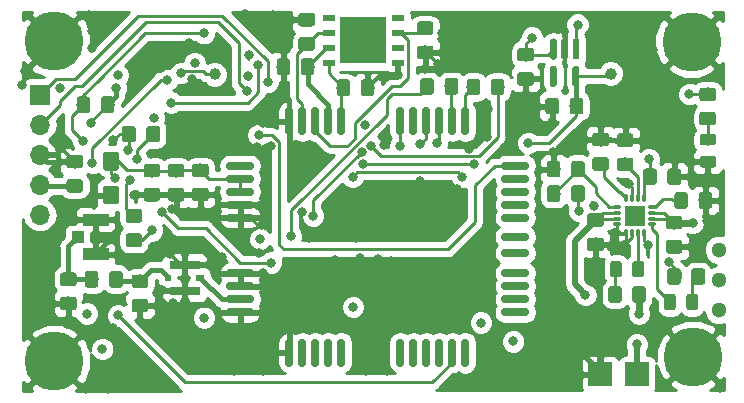
<source format=gbr>
%TF.GenerationSoftware,KiCad,Pcbnew,(5.0.2)-1*%
%TF.CreationDate,2021-04-08T12:32:06+02:00*%
%TF.ProjectId,trackerGPS,74726163-6b65-4724-9750-532e6b696361,rev?*%
%TF.SameCoordinates,Original*%
%TF.FileFunction,Copper,L1,Top*%
%TF.FilePolarity,Positive*%
%FSLAX46Y46*%
G04 Gerber Fmt 4.6, Leading zero omitted, Abs format (unit mm)*
G04 Created by KiCad (PCBNEW (5.0.2)-1) date 08/04/2021 12:32:06*
%MOMM*%
%LPD*%
G01*
G04 APERTURE LIST*
%ADD10R,0.700000X0.550000*%
%ADD11R,0.550000X0.550000*%
%ADD12R,2.650000X0.800000*%
%ADD13C,1.300000*%
%ADD14C,0.100000*%
%ADD15C,0.975000*%
%ADD16C,1.150000*%
%ADD17C,1.000000*%
%ADD18O,0.750000X2.400000*%
%ADD19O,2.400000X0.750000*%
%ADD20C,0.800000*%
%ADD21C,5.000000*%
%ADD22R,2.200000X1.050000*%
%ADD23R,1.050000X1.000000*%
%ADD24R,2.000000X2.000000*%
%ADD25O,0.750000X0.300000*%
%ADD26O,0.300000X0.750000*%
%ADD27R,1.800000X1.800000*%
%ADD28C,0.600000*%
%ADD29R,1.700000X1.700000*%
%ADD30O,1.700000X1.700000*%
%ADD31R,0.612132X1.805236*%
%ADD32C,0.612132*%
%ADD33C,1.350000*%
%ADD34R,4.000000X4.000000*%
%ADD35R,1.100000X0.500000*%
%ADD36C,0.250000*%
%ADD37C,0.400000*%
%ADD38C,0.500000*%
%ADD39C,0.350000*%
%ADD40C,0.600000*%
%ADD41C,0.254000*%
G04 APERTURE END LIST*
D10*
X114543840Y-85608160D03*
D11*
X111768840Y-85608160D03*
D12*
X113218840Y-86708160D03*
X113218840Y-84508160D03*
D13*
X158450280Y-85791040D03*
X158450280Y-83251040D03*
X158450280Y-88331040D03*
D14*
G36*
X157998242Y-75315374D02*
X158021903Y-75318884D01*
X158045107Y-75324696D01*
X158067629Y-75332754D01*
X158089253Y-75342982D01*
X158109770Y-75355279D01*
X158128983Y-75369529D01*
X158146707Y-75385593D01*
X158162771Y-75403317D01*
X158177021Y-75422530D01*
X158189318Y-75443047D01*
X158199546Y-75464671D01*
X158207604Y-75487193D01*
X158213416Y-75510397D01*
X158216926Y-75534058D01*
X158218100Y-75557950D01*
X158218100Y-76045450D01*
X158216926Y-76069342D01*
X158213416Y-76093003D01*
X158207604Y-76116207D01*
X158199546Y-76138729D01*
X158189318Y-76160353D01*
X158177021Y-76180870D01*
X158162771Y-76200083D01*
X158146707Y-76217807D01*
X158128983Y-76233871D01*
X158109770Y-76248121D01*
X158089253Y-76260418D01*
X158067629Y-76270646D01*
X158045107Y-76278704D01*
X158021903Y-76284516D01*
X157998242Y-76288026D01*
X157974350Y-76289200D01*
X157061850Y-76289200D01*
X157037958Y-76288026D01*
X157014297Y-76284516D01*
X156991093Y-76278704D01*
X156968571Y-76270646D01*
X156946947Y-76260418D01*
X156926430Y-76248121D01*
X156907217Y-76233871D01*
X156889493Y-76217807D01*
X156873429Y-76200083D01*
X156859179Y-76180870D01*
X156846882Y-76160353D01*
X156836654Y-76138729D01*
X156828596Y-76116207D01*
X156822784Y-76093003D01*
X156819274Y-76069342D01*
X156818100Y-76045450D01*
X156818100Y-75557950D01*
X156819274Y-75534058D01*
X156822784Y-75510397D01*
X156828596Y-75487193D01*
X156836654Y-75464671D01*
X156846882Y-75443047D01*
X156859179Y-75422530D01*
X156873429Y-75403317D01*
X156889493Y-75385593D01*
X156907217Y-75369529D01*
X156926430Y-75355279D01*
X156946947Y-75342982D01*
X156968571Y-75332754D01*
X156991093Y-75324696D01*
X157014297Y-75318884D01*
X157037958Y-75315374D01*
X157061850Y-75314200D01*
X157974350Y-75314200D01*
X157998242Y-75315374D01*
X157998242Y-75315374D01*
G37*
D15*
X157518100Y-75801700D03*
D14*
G36*
X157998242Y-73440374D02*
X158021903Y-73443884D01*
X158045107Y-73449696D01*
X158067629Y-73457754D01*
X158089253Y-73467982D01*
X158109770Y-73480279D01*
X158128983Y-73494529D01*
X158146707Y-73510593D01*
X158162771Y-73528317D01*
X158177021Y-73547530D01*
X158189318Y-73568047D01*
X158199546Y-73589671D01*
X158207604Y-73612193D01*
X158213416Y-73635397D01*
X158216926Y-73659058D01*
X158218100Y-73682950D01*
X158218100Y-74170450D01*
X158216926Y-74194342D01*
X158213416Y-74218003D01*
X158207604Y-74241207D01*
X158199546Y-74263729D01*
X158189318Y-74285353D01*
X158177021Y-74305870D01*
X158162771Y-74325083D01*
X158146707Y-74342807D01*
X158128983Y-74358871D01*
X158109770Y-74373121D01*
X158089253Y-74385418D01*
X158067629Y-74395646D01*
X158045107Y-74403704D01*
X158021903Y-74409516D01*
X157998242Y-74413026D01*
X157974350Y-74414200D01*
X157061850Y-74414200D01*
X157037958Y-74413026D01*
X157014297Y-74409516D01*
X156991093Y-74403704D01*
X156968571Y-74395646D01*
X156946947Y-74385418D01*
X156926430Y-74373121D01*
X156907217Y-74358871D01*
X156889493Y-74342807D01*
X156873429Y-74325083D01*
X156859179Y-74305870D01*
X156846882Y-74285353D01*
X156836654Y-74263729D01*
X156828596Y-74241207D01*
X156822784Y-74218003D01*
X156819274Y-74194342D01*
X156818100Y-74170450D01*
X156818100Y-73682950D01*
X156819274Y-73659058D01*
X156822784Y-73635397D01*
X156828596Y-73612193D01*
X156836654Y-73589671D01*
X156846882Y-73568047D01*
X156859179Y-73547530D01*
X156873429Y-73528317D01*
X156889493Y-73510593D01*
X156907217Y-73494529D01*
X156926430Y-73480279D01*
X156946947Y-73467982D01*
X156968571Y-73457754D01*
X156991093Y-73449696D01*
X157014297Y-73443884D01*
X157037958Y-73440374D01*
X157061850Y-73439200D01*
X157974350Y-73439200D01*
X157998242Y-73440374D01*
X157998242Y-73440374D01*
G37*
D15*
X157518100Y-73926700D03*
D14*
G36*
X157967205Y-71567504D02*
X157991473Y-71571104D01*
X158015272Y-71577065D01*
X158038371Y-71585330D01*
X158060550Y-71595820D01*
X158081593Y-71608432D01*
X158101299Y-71623047D01*
X158119477Y-71639523D01*
X158135953Y-71657701D01*
X158150568Y-71677407D01*
X158163180Y-71698450D01*
X158173670Y-71720629D01*
X158181935Y-71743728D01*
X158187896Y-71767527D01*
X158191496Y-71791795D01*
X158192700Y-71816299D01*
X158192700Y-72466301D01*
X158191496Y-72490805D01*
X158187896Y-72515073D01*
X158181935Y-72538872D01*
X158173670Y-72561971D01*
X158163180Y-72584150D01*
X158150568Y-72605193D01*
X158135953Y-72624899D01*
X158119477Y-72643077D01*
X158101299Y-72659553D01*
X158081593Y-72674168D01*
X158060550Y-72686780D01*
X158038371Y-72697270D01*
X158015272Y-72705535D01*
X157991473Y-72711496D01*
X157967205Y-72715096D01*
X157942701Y-72716300D01*
X157042699Y-72716300D01*
X157018195Y-72715096D01*
X156993927Y-72711496D01*
X156970128Y-72705535D01*
X156947029Y-72697270D01*
X156924850Y-72686780D01*
X156903807Y-72674168D01*
X156884101Y-72659553D01*
X156865923Y-72643077D01*
X156849447Y-72624899D01*
X156834832Y-72605193D01*
X156822220Y-72584150D01*
X156811730Y-72561971D01*
X156803465Y-72538872D01*
X156797504Y-72515073D01*
X156793904Y-72490805D01*
X156792700Y-72466301D01*
X156792700Y-71816299D01*
X156793904Y-71791795D01*
X156797504Y-71767527D01*
X156803465Y-71743728D01*
X156811730Y-71720629D01*
X156822220Y-71698450D01*
X156834832Y-71677407D01*
X156849447Y-71657701D01*
X156865923Y-71639523D01*
X156884101Y-71623047D01*
X156903807Y-71608432D01*
X156924850Y-71595820D01*
X156947029Y-71585330D01*
X156970128Y-71577065D01*
X156993927Y-71571104D01*
X157018195Y-71567504D01*
X157042699Y-71566300D01*
X157942701Y-71566300D01*
X157967205Y-71567504D01*
X157967205Y-71567504D01*
G37*
D16*
X157492700Y-72141300D03*
D14*
G36*
X157967205Y-69517504D02*
X157991473Y-69521104D01*
X158015272Y-69527065D01*
X158038371Y-69535330D01*
X158060550Y-69545820D01*
X158081593Y-69558432D01*
X158101299Y-69573047D01*
X158119477Y-69589523D01*
X158135953Y-69607701D01*
X158150568Y-69627407D01*
X158163180Y-69648450D01*
X158173670Y-69670629D01*
X158181935Y-69693728D01*
X158187896Y-69717527D01*
X158191496Y-69741795D01*
X158192700Y-69766299D01*
X158192700Y-70416301D01*
X158191496Y-70440805D01*
X158187896Y-70465073D01*
X158181935Y-70488872D01*
X158173670Y-70511971D01*
X158163180Y-70534150D01*
X158150568Y-70555193D01*
X158135953Y-70574899D01*
X158119477Y-70593077D01*
X158101299Y-70609553D01*
X158081593Y-70624168D01*
X158060550Y-70636780D01*
X158038371Y-70647270D01*
X158015272Y-70655535D01*
X157991473Y-70661496D01*
X157967205Y-70665096D01*
X157942701Y-70666300D01*
X157042699Y-70666300D01*
X157018195Y-70665096D01*
X156993927Y-70661496D01*
X156970128Y-70655535D01*
X156947029Y-70647270D01*
X156924850Y-70636780D01*
X156903807Y-70624168D01*
X156884101Y-70609553D01*
X156865923Y-70593077D01*
X156849447Y-70574899D01*
X156834832Y-70555193D01*
X156822220Y-70534150D01*
X156811730Y-70511971D01*
X156803465Y-70488872D01*
X156797504Y-70465073D01*
X156793904Y-70440805D01*
X156792700Y-70416301D01*
X156792700Y-69766299D01*
X156793904Y-69741795D01*
X156797504Y-69717527D01*
X156803465Y-69693728D01*
X156811730Y-69670629D01*
X156822220Y-69648450D01*
X156834832Y-69627407D01*
X156849447Y-69607701D01*
X156865923Y-69589523D01*
X156884101Y-69573047D01*
X156903807Y-69558432D01*
X156924850Y-69545820D01*
X156947029Y-69535330D01*
X156970128Y-69527065D01*
X156993927Y-69521104D01*
X157018195Y-69517504D01*
X157042699Y-69516300D01*
X157942701Y-69516300D01*
X157967205Y-69517504D01*
X157967205Y-69517504D01*
G37*
D16*
X157492700Y-70091300D03*
D17*
X115773200Y-68389500D03*
X149301200Y-68326000D03*
D18*
X126465400Y-91969000D03*
X126465400Y-72369000D03*
X125365400Y-91969000D03*
X124265400Y-91969000D03*
X123165400Y-91969000D03*
X122065400Y-91969000D03*
X125365400Y-72369000D03*
X124265400Y-72369000D03*
X123165400Y-72369000D03*
X122065400Y-72369000D03*
X131465400Y-91969000D03*
X131465400Y-72369000D03*
X132565400Y-91969000D03*
X133665400Y-91969000D03*
X134765400Y-91969000D03*
X135865400Y-91969000D03*
X136965400Y-91969000D03*
X132565400Y-72369000D03*
X133665400Y-72369000D03*
X134765400Y-72369000D03*
X135865400Y-72369000D03*
X136965400Y-72369000D03*
D19*
X117915400Y-85219000D03*
X117915400Y-86319000D03*
X117915400Y-87419000D03*
X117915400Y-88519000D03*
X117915400Y-80519000D03*
X117915400Y-79419000D03*
X117915400Y-78319000D03*
X117915400Y-77219000D03*
X117915400Y-76119000D03*
X141215400Y-85219000D03*
X141215400Y-86319000D03*
X141215400Y-87419000D03*
X141215400Y-88519000D03*
X141215400Y-80519000D03*
X141215400Y-79419000D03*
X141215400Y-78319000D03*
X141215400Y-77219000D03*
X141215400Y-76119000D03*
X141215400Y-82169000D03*
X141215400Y-83519000D03*
D14*
G36*
X140058505Y-68770204D02*
X140082773Y-68773804D01*
X140106572Y-68779765D01*
X140129671Y-68788030D01*
X140151850Y-68798520D01*
X140172893Y-68811132D01*
X140192599Y-68825747D01*
X140210777Y-68842223D01*
X140227253Y-68860401D01*
X140241868Y-68880107D01*
X140254480Y-68901150D01*
X140264970Y-68923329D01*
X140273235Y-68946428D01*
X140279196Y-68970227D01*
X140282796Y-68994495D01*
X140284000Y-69018999D01*
X140284000Y-69919001D01*
X140282796Y-69943505D01*
X140279196Y-69967773D01*
X140273235Y-69991572D01*
X140264970Y-70014671D01*
X140254480Y-70036850D01*
X140241868Y-70057893D01*
X140227253Y-70077599D01*
X140210777Y-70095777D01*
X140192599Y-70112253D01*
X140172893Y-70126868D01*
X140151850Y-70139480D01*
X140129671Y-70149970D01*
X140106572Y-70158235D01*
X140082773Y-70164196D01*
X140058505Y-70167796D01*
X140034001Y-70169000D01*
X139383999Y-70169000D01*
X139359495Y-70167796D01*
X139335227Y-70164196D01*
X139311428Y-70158235D01*
X139288329Y-70149970D01*
X139266150Y-70139480D01*
X139245107Y-70126868D01*
X139225401Y-70112253D01*
X139207223Y-70095777D01*
X139190747Y-70077599D01*
X139176132Y-70057893D01*
X139163520Y-70036850D01*
X139153030Y-70014671D01*
X139144765Y-69991572D01*
X139138804Y-69967773D01*
X139135204Y-69943505D01*
X139134000Y-69919001D01*
X139134000Y-69018999D01*
X139135204Y-68994495D01*
X139138804Y-68970227D01*
X139144765Y-68946428D01*
X139153030Y-68923329D01*
X139163520Y-68901150D01*
X139176132Y-68880107D01*
X139190747Y-68860401D01*
X139207223Y-68842223D01*
X139225401Y-68825747D01*
X139245107Y-68811132D01*
X139266150Y-68798520D01*
X139288329Y-68788030D01*
X139311428Y-68779765D01*
X139335227Y-68773804D01*
X139359495Y-68770204D01*
X139383999Y-68769000D01*
X140034001Y-68769000D01*
X140058505Y-68770204D01*
X140058505Y-68770204D01*
G37*
D16*
X139709000Y-69469000D03*
D14*
G36*
X138008505Y-68770204D02*
X138032773Y-68773804D01*
X138056572Y-68779765D01*
X138079671Y-68788030D01*
X138101850Y-68798520D01*
X138122893Y-68811132D01*
X138142599Y-68825747D01*
X138160777Y-68842223D01*
X138177253Y-68860401D01*
X138191868Y-68880107D01*
X138204480Y-68901150D01*
X138214970Y-68923329D01*
X138223235Y-68946428D01*
X138229196Y-68970227D01*
X138232796Y-68994495D01*
X138234000Y-69018999D01*
X138234000Y-69919001D01*
X138232796Y-69943505D01*
X138229196Y-69967773D01*
X138223235Y-69991572D01*
X138214970Y-70014671D01*
X138204480Y-70036850D01*
X138191868Y-70057893D01*
X138177253Y-70077599D01*
X138160777Y-70095777D01*
X138142599Y-70112253D01*
X138122893Y-70126868D01*
X138101850Y-70139480D01*
X138079671Y-70149970D01*
X138056572Y-70158235D01*
X138032773Y-70164196D01*
X138008505Y-70167796D01*
X137984001Y-70169000D01*
X137333999Y-70169000D01*
X137309495Y-70167796D01*
X137285227Y-70164196D01*
X137261428Y-70158235D01*
X137238329Y-70149970D01*
X137216150Y-70139480D01*
X137195107Y-70126868D01*
X137175401Y-70112253D01*
X137157223Y-70095777D01*
X137140747Y-70077599D01*
X137126132Y-70057893D01*
X137113520Y-70036850D01*
X137103030Y-70014671D01*
X137094765Y-69991572D01*
X137088804Y-69967773D01*
X137085204Y-69943505D01*
X137084000Y-69919001D01*
X137084000Y-69018999D01*
X137085204Y-68994495D01*
X137088804Y-68970227D01*
X137094765Y-68946428D01*
X137103030Y-68923329D01*
X137113520Y-68901150D01*
X137126132Y-68880107D01*
X137140747Y-68860401D01*
X137157223Y-68842223D01*
X137175401Y-68825747D01*
X137195107Y-68811132D01*
X137216150Y-68798520D01*
X137238329Y-68788030D01*
X137261428Y-68779765D01*
X137285227Y-68773804D01*
X137309495Y-68770204D01*
X137333999Y-68769000D01*
X137984001Y-68769000D01*
X138008505Y-68770204D01*
X138008505Y-68770204D01*
G37*
D16*
X137659000Y-69469000D03*
D14*
G36*
X134096905Y-68719404D02*
X134121173Y-68723004D01*
X134144972Y-68728965D01*
X134168071Y-68737230D01*
X134190250Y-68747720D01*
X134211293Y-68760332D01*
X134230999Y-68774947D01*
X134249177Y-68791423D01*
X134265653Y-68809601D01*
X134280268Y-68829307D01*
X134292880Y-68850350D01*
X134303370Y-68872529D01*
X134311635Y-68895628D01*
X134317596Y-68919427D01*
X134321196Y-68943695D01*
X134322400Y-68968199D01*
X134322400Y-69868201D01*
X134321196Y-69892705D01*
X134317596Y-69916973D01*
X134311635Y-69940772D01*
X134303370Y-69963871D01*
X134292880Y-69986050D01*
X134280268Y-70007093D01*
X134265653Y-70026799D01*
X134249177Y-70044977D01*
X134230999Y-70061453D01*
X134211293Y-70076068D01*
X134190250Y-70088680D01*
X134168071Y-70099170D01*
X134144972Y-70107435D01*
X134121173Y-70113396D01*
X134096905Y-70116996D01*
X134072401Y-70118200D01*
X133422399Y-70118200D01*
X133397895Y-70116996D01*
X133373627Y-70113396D01*
X133349828Y-70107435D01*
X133326729Y-70099170D01*
X133304550Y-70088680D01*
X133283507Y-70076068D01*
X133263801Y-70061453D01*
X133245623Y-70044977D01*
X133229147Y-70026799D01*
X133214532Y-70007093D01*
X133201920Y-69986050D01*
X133191430Y-69963871D01*
X133183165Y-69940772D01*
X133177204Y-69916973D01*
X133173604Y-69892705D01*
X133172400Y-69868201D01*
X133172400Y-68968199D01*
X133173604Y-68943695D01*
X133177204Y-68919427D01*
X133183165Y-68895628D01*
X133191430Y-68872529D01*
X133201920Y-68850350D01*
X133214532Y-68829307D01*
X133229147Y-68809601D01*
X133245623Y-68791423D01*
X133263801Y-68774947D01*
X133283507Y-68760332D01*
X133304550Y-68747720D01*
X133326729Y-68737230D01*
X133349828Y-68728965D01*
X133373627Y-68723004D01*
X133397895Y-68719404D01*
X133422399Y-68718200D01*
X134072401Y-68718200D01*
X134096905Y-68719404D01*
X134096905Y-68719404D01*
G37*
D16*
X133747400Y-69418200D03*
D14*
G36*
X136146905Y-68719404D02*
X136171173Y-68723004D01*
X136194972Y-68728965D01*
X136218071Y-68737230D01*
X136240250Y-68747720D01*
X136261293Y-68760332D01*
X136280999Y-68774947D01*
X136299177Y-68791423D01*
X136315653Y-68809601D01*
X136330268Y-68829307D01*
X136342880Y-68850350D01*
X136353370Y-68872529D01*
X136361635Y-68895628D01*
X136367596Y-68919427D01*
X136371196Y-68943695D01*
X136372400Y-68968199D01*
X136372400Y-69868201D01*
X136371196Y-69892705D01*
X136367596Y-69916973D01*
X136361635Y-69940772D01*
X136353370Y-69963871D01*
X136342880Y-69986050D01*
X136330268Y-70007093D01*
X136315653Y-70026799D01*
X136299177Y-70044977D01*
X136280999Y-70061453D01*
X136261293Y-70076068D01*
X136240250Y-70088680D01*
X136218071Y-70099170D01*
X136194972Y-70107435D01*
X136171173Y-70113396D01*
X136146905Y-70116996D01*
X136122401Y-70118200D01*
X135472399Y-70118200D01*
X135447895Y-70116996D01*
X135423627Y-70113396D01*
X135399828Y-70107435D01*
X135376729Y-70099170D01*
X135354550Y-70088680D01*
X135333507Y-70076068D01*
X135313801Y-70061453D01*
X135295623Y-70044977D01*
X135279147Y-70026799D01*
X135264532Y-70007093D01*
X135251920Y-69986050D01*
X135241430Y-69963871D01*
X135233165Y-69940772D01*
X135227204Y-69916973D01*
X135223604Y-69892705D01*
X135222400Y-69868201D01*
X135222400Y-68968199D01*
X135223604Y-68943695D01*
X135227204Y-68919427D01*
X135233165Y-68895628D01*
X135241430Y-68872529D01*
X135251920Y-68850350D01*
X135264532Y-68829307D01*
X135279147Y-68809601D01*
X135295623Y-68791423D01*
X135313801Y-68774947D01*
X135333507Y-68760332D01*
X135354550Y-68747720D01*
X135376729Y-68737230D01*
X135399828Y-68728965D01*
X135423627Y-68723004D01*
X135447895Y-68719404D01*
X135472399Y-68718200D01*
X136122401Y-68718200D01*
X136146905Y-68719404D01*
X136146905Y-68719404D01*
G37*
D16*
X135797400Y-69418200D03*
D20*
X157586625Y-90977775D03*
X156260800Y-90428600D03*
X154934975Y-90977775D03*
X154385800Y-92303600D03*
X154934975Y-93629425D03*
X156260800Y-94178600D03*
X157586625Y-93629425D03*
X158135800Y-92303600D03*
D21*
X156260800Y-92303600D03*
X156133800Y-65659000D03*
D20*
X154258800Y-65659000D03*
X154807975Y-64333175D03*
X156133800Y-63784000D03*
X157459625Y-64333175D03*
X158008800Y-65659000D03*
X157459625Y-66984825D03*
X156133800Y-67534000D03*
X154807975Y-66984825D03*
X103510025Y-64282375D03*
X102184200Y-63733200D03*
X100858375Y-64282375D03*
X100309200Y-65608200D03*
X100858375Y-66934025D03*
X102184200Y-67483200D03*
X103510025Y-66934025D03*
X104059200Y-65608200D03*
D21*
X102184200Y-65608200D03*
X102184200Y-92659200D03*
D20*
X104059200Y-92659200D03*
X103510025Y-93985025D03*
X102184200Y-94534200D03*
X100858375Y-93985025D03*
X100309200Y-92659200D03*
X100858375Y-91333375D03*
X102184200Y-90784200D03*
X103510025Y-91333375D03*
D22*
X105681800Y-83644000D03*
D23*
X104156800Y-82169000D03*
D22*
X105681800Y-80694000D03*
D14*
G36*
X155135105Y-82417004D02*
X155159373Y-82420604D01*
X155183172Y-82426565D01*
X155206271Y-82434830D01*
X155228450Y-82445320D01*
X155249493Y-82457932D01*
X155269199Y-82472547D01*
X155287377Y-82489023D01*
X155303853Y-82507201D01*
X155318468Y-82526907D01*
X155331080Y-82547950D01*
X155341570Y-82570129D01*
X155349835Y-82593228D01*
X155355796Y-82617027D01*
X155359396Y-82641295D01*
X155360600Y-82665799D01*
X155360600Y-83315801D01*
X155359396Y-83340305D01*
X155355796Y-83364573D01*
X155349835Y-83388372D01*
X155341570Y-83411471D01*
X155331080Y-83433650D01*
X155318468Y-83454693D01*
X155303853Y-83474399D01*
X155287377Y-83492577D01*
X155269199Y-83509053D01*
X155249493Y-83523668D01*
X155228450Y-83536280D01*
X155206271Y-83546770D01*
X155183172Y-83555035D01*
X155159373Y-83560996D01*
X155135105Y-83564596D01*
X155110601Y-83565800D01*
X154210599Y-83565800D01*
X154186095Y-83564596D01*
X154161827Y-83560996D01*
X154138028Y-83555035D01*
X154114929Y-83546770D01*
X154092750Y-83536280D01*
X154071707Y-83523668D01*
X154052001Y-83509053D01*
X154033823Y-83492577D01*
X154017347Y-83474399D01*
X154002732Y-83454693D01*
X153990120Y-83433650D01*
X153979630Y-83411471D01*
X153971365Y-83388372D01*
X153965404Y-83364573D01*
X153961804Y-83340305D01*
X153960600Y-83315801D01*
X153960600Y-82665799D01*
X153961804Y-82641295D01*
X153965404Y-82617027D01*
X153971365Y-82593228D01*
X153979630Y-82570129D01*
X153990120Y-82547950D01*
X154002732Y-82526907D01*
X154017347Y-82507201D01*
X154033823Y-82489023D01*
X154052001Y-82472547D01*
X154071707Y-82457932D01*
X154092750Y-82445320D01*
X154114929Y-82434830D01*
X154138028Y-82426565D01*
X154161827Y-82420604D01*
X154186095Y-82417004D01*
X154210599Y-82415800D01*
X155110601Y-82415800D01*
X155135105Y-82417004D01*
X155135105Y-82417004D01*
G37*
D16*
X154660600Y-82990800D03*
D14*
G36*
X155135105Y-80367004D02*
X155159373Y-80370604D01*
X155183172Y-80376565D01*
X155206271Y-80384830D01*
X155228450Y-80395320D01*
X155249493Y-80407932D01*
X155269199Y-80422547D01*
X155287377Y-80439023D01*
X155303853Y-80457201D01*
X155318468Y-80476907D01*
X155331080Y-80497950D01*
X155341570Y-80520129D01*
X155349835Y-80543228D01*
X155355796Y-80567027D01*
X155359396Y-80591295D01*
X155360600Y-80615799D01*
X155360600Y-81265801D01*
X155359396Y-81290305D01*
X155355796Y-81314573D01*
X155349835Y-81338372D01*
X155341570Y-81361471D01*
X155331080Y-81383650D01*
X155318468Y-81404693D01*
X155303853Y-81424399D01*
X155287377Y-81442577D01*
X155269199Y-81459053D01*
X155249493Y-81473668D01*
X155228450Y-81486280D01*
X155206271Y-81496770D01*
X155183172Y-81505035D01*
X155159373Y-81510996D01*
X155135105Y-81514596D01*
X155110601Y-81515800D01*
X154210599Y-81515800D01*
X154186095Y-81514596D01*
X154161827Y-81510996D01*
X154138028Y-81505035D01*
X154114929Y-81496770D01*
X154092750Y-81486280D01*
X154071707Y-81473668D01*
X154052001Y-81459053D01*
X154033823Y-81442577D01*
X154017347Y-81424399D01*
X154002732Y-81404693D01*
X153990120Y-81383650D01*
X153979630Y-81361471D01*
X153971365Y-81338372D01*
X153965404Y-81314573D01*
X153961804Y-81290305D01*
X153960600Y-81265801D01*
X153960600Y-80615799D01*
X153961804Y-80591295D01*
X153965404Y-80567027D01*
X153971365Y-80543228D01*
X153979630Y-80520129D01*
X153990120Y-80497950D01*
X154002732Y-80476907D01*
X154017347Y-80457201D01*
X154033823Y-80439023D01*
X154052001Y-80422547D01*
X154071707Y-80407932D01*
X154092750Y-80395320D01*
X154114929Y-80384830D01*
X154138028Y-80376565D01*
X154161827Y-80370604D01*
X154186095Y-80367004D01*
X154210599Y-80365800D01*
X155110601Y-80365800D01*
X155135105Y-80367004D01*
X155135105Y-80367004D01*
G37*
D16*
X154660600Y-80940800D03*
D14*
G36*
X148480305Y-80163804D02*
X148504573Y-80167404D01*
X148528372Y-80173365D01*
X148551471Y-80181630D01*
X148573650Y-80192120D01*
X148594693Y-80204732D01*
X148614399Y-80219347D01*
X148632577Y-80235823D01*
X148649053Y-80254001D01*
X148663668Y-80273707D01*
X148676280Y-80294750D01*
X148686770Y-80316929D01*
X148695035Y-80340028D01*
X148700996Y-80363827D01*
X148704596Y-80388095D01*
X148705800Y-80412599D01*
X148705800Y-81062601D01*
X148704596Y-81087105D01*
X148700996Y-81111373D01*
X148695035Y-81135172D01*
X148686770Y-81158271D01*
X148676280Y-81180450D01*
X148663668Y-81201493D01*
X148649053Y-81221199D01*
X148632577Y-81239377D01*
X148614399Y-81255853D01*
X148594693Y-81270468D01*
X148573650Y-81283080D01*
X148551471Y-81293570D01*
X148528372Y-81301835D01*
X148504573Y-81307796D01*
X148480305Y-81311396D01*
X148455801Y-81312600D01*
X147555799Y-81312600D01*
X147531295Y-81311396D01*
X147507027Y-81307796D01*
X147483228Y-81301835D01*
X147460129Y-81293570D01*
X147437950Y-81283080D01*
X147416907Y-81270468D01*
X147397201Y-81255853D01*
X147379023Y-81239377D01*
X147362547Y-81221199D01*
X147347932Y-81201493D01*
X147335320Y-81180450D01*
X147324830Y-81158271D01*
X147316565Y-81135172D01*
X147310604Y-81111373D01*
X147307004Y-81087105D01*
X147305800Y-81062601D01*
X147305800Y-80412599D01*
X147307004Y-80388095D01*
X147310604Y-80363827D01*
X147316565Y-80340028D01*
X147324830Y-80316929D01*
X147335320Y-80294750D01*
X147347932Y-80273707D01*
X147362547Y-80254001D01*
X147379023Y-80235823D01*
X147397201Y-80219347D01*
X147416907Y-80204732D01*
X147437950Y-80192120D01*
X147460129Y-80181630D01*
X147483228Y-80173365D01*
X147507027Y-80167404D01*
X147531295Y-80163804D01*
X147555799Y-80162600D01*
X148455801Y-80162600D01*
X148480305Y-80163804D01*
X148480305Y-80163804D01*
G37*
D16*
X148005800Y-80737600D03*
D14*
G36*
X148480305Y-82213804D02*
X148504573Y-82217404D01*
X148528372Y-82223365D01*
X148551471Y-82231630D01*
X148573650Y-82242120D01*
X148594693Y-82254732D01*
X148614399Y-82269347D01*
X148632577Y-82285823D01*
X148649053Y-82304001D01*
X148663668Y-82323707D01*
X148676280Y-82344750D01*
X148686770Y-82366929D01*
X148695035Y-82390028D01*
X148700996Y-82413827D01*
X148704596Y-82438095D01*
X148705800Y-82462599D01*
X148705800Y-83112601D01*
X148704596Y-83137105D01*
X148700996Y-83161373D01*
X148695035Y-83185172D01*
X148686770Y-83208271D01*
X148676280Y-83230450D01*
X148663668Y-83251493D01*
X148649053Y-83271199D01*
X148632577Y-83289377D01*
X148614399Y-83305853D01*
X148594693Y-83320468D01*
X148573650Y-83333080D01*
X148551471Y-83343570D01*
X148528372Y-83351835D01*
X148504573Y-83357796D01*
X148480305Y-83361396D01*
X148455801Y-83362600D01*
X147555799Y-83362600D01*
X147531295Y-83361396D01*
X147507027Y-83357796D01*
X147483228Y-83351835D01*
X147460129Y-83343570D01*
X147437950Y-83333080D01*
X147416907Y-83320468D01*
X147397201Y-83305853D01*
X147379023Y-83289377D01*
X147362547Y-83271199D01*
X147347932Y-83251493D01*
X147335320Y-83230450D01*
X147324830Y-83208271D01*
X147316565Y-83185172D01*
X147310604Y-83161373D01*
X147307004Y-83137105D01*
X147305800Y-83112601D01*
X147305800Y-82462599D01*
X147307004Y-82438095D01*
X147310604Y-82413827D01*
X147316565Y-82390028D01*
X147324830Y-82366929D01*
X147335320Y-82344750D01*
X147347932Y-82323707D01*
X147362547Y-82304001D01*
X147379023Y-82285823D01*
X147397201Y-82269347D01*
X147416907Y-82254732D01*
X147437950Y-82242120D01*
X147460129Y-82231630D01*
X147483228Y-82223365D01*
X147507027Y-82217404D01*
X147531295Y-82213804D01*
X147555799Y-82212600D01*
X148455801Y-82212600D01*
X148480305Y-82213804D01*
X148480305Y-82213804D01*
G37*
D16*
X148005800Y-82787600D03*
D14*
G36*
X156449942Y-86956574D02*
X156473603Y-86960084D01*
X156496807Y-86965896D01*
X156519329Y-86973954D01*
X156540953Y-86984182D01*
X156561470Y-86996479D01*
X156580683Y-87010729D01*
X156598407Y-87026793D01*
X156614471Y-87044517D01*
X156628721Y-87063730D01*
X156641018Y-87084247D01*
X156651246Y-87105871D01*
X156659304Y-87128393D01*
X156665116Y-87151597D01*
X156668626Y-87175258D01*
X156669800Y-87199150D01*
X156669800Y-88111650D01*
X156668626Y-88135542D01*
X156665116Y-88159203D01*
X156659304Y-88182407D01*
X156651246Y-88204929D01*
X156641018Y-88226553D01*
X156628721Y-88247070D01*
X156614471Y-88266283D01*
X156598407Y-88284007D01*
X156580683Y-88300071D01*
X156561470Y-88314321D01*
X156540953Y-88326618D01*
X156519329Y-88336846D01*
X156496807Y-88344904D01*
X156473603Y-88350716D01*
X156449942Y-88354226D01*
X156426050Y-88355400D01*
X155938550Y-88355400D01*
X155914658Y-88354226D01*
X155890997Y-88350716D01*
X155867793Y-88344904D01*
X155845271Y-88336846D01*
X155823647Y-88326618D01*
X155803130Y-88314321D01*
X155783917Y-88300071D01*
X155766193Y-88284007D01*
X155750129Y-88266283D01*
X155735879Y-88247070D01*
X155723582Y-88226553D01*
X155713354Y-88204929D01*
X155705296Y-88182407D01*
X155699484Y-88159203D01*
X155695974Y-88135542D01*
X155694800Y-88111650D01*
X155694800Y-87199150D01*
X155695974Y-87175258D01*
X155699484Y-87151597D01*
X155705296Y-87128393D01*
X155713354Y-87105871D01*
X155723582Y-87084247D01*
X155735879Y-87063730D01*
X155750129Y-87044517D01*
X155766193Y-87026793D01*
X155783917Y-87010729D01*
X155803130Y-86996479D01*
X155823647Y-86984182D01*
X155845271Y-86973954D01*
X155867793Y-86965896D01*
X155890997Y-86960084D01*
X155914658Y-86956574D01*
X155938550Y-86955400D01*
X156426050Y-86955400D01*
X156449942Y-86956574D01*
X156449942Y-86956574D01*
G37*
D15*
X156182300Y-87655400D03*
D14*
G36*
X154574942Y-86956574D02*
X154598603Y-86960084D01*
X154621807Y-86965896D01*
X154644329Y-86973954D01*
X154665953Y-86984182D01*
X154686470Y-86996479D01*
X154705683Y-87010729D01*
X154723407Y-87026793D01*
X154739471Y-87044517D01*
X154753721Y-87063730D01*
X154766018Y-87084247D01*
X154776246Y-87105871D01*
X154784304Y-87128393D01*
X154790116Y-87151597D01*
X154793626Y-87175258D01*
X154794800Y-87199150D01*
X154794800Y-88111650D01*
X154793626Y-88135542D01*
X154790116Y-88159203D01*
X154784304Y-88182407D01*
X154776246Y-88204929D01*
X154766018Y-88226553D01*
X154753721Y-88247070D01*
X154739471Y-88266283D01*
X154723407Y-88284007D01*
X154705683Y-88300071D01*
X154686470Y-88314321D01*
X154665953Y-88326618D01*
X154644329Y-88336846D01*
X154621807Y-88344904D01*
X154598603Y-88350716D01*
X154574942Y-88354226D01*
X154551050Y-88355400D01*
X154063550Y-88355400D01*
X154039658Y-88354226D01*
X154015997Y-88350716D01*
X153992793Y-88344904D01*
X153970271Y-88336846D01*
X153948647Y-88326618D01*
X153928130Y-88314321D01*
X153908917Y-88300071D01*
X153891193Y-88284007D01*
X153875129Y-88266283D01*
X153860879Y-88247070D01*
X153848582Y-88226553D01*
X153838354Y-88204929D01*
X153830296Y-88182407D01*
X153824484Y-88159203D01*
X153820974Y-88135542D01*
X153819800Y-88111650D01*
X153819800Y-87199150D01*
X153820974Y-87175258D01*
X153824484Y-87151597D01*
X153830296Y-87128393D01*
X153838354Y-87105871D01*
X153848582Y-87084247D01*
X153860879Y-87063730D01*
X153875129Y-87044517D01*
X153891193Y-87026793D01*
X153908917Y-87010729D01*
X153928130Y-86996479D01*
X153948647Y-86984182D01*
X153970271Y-86973954D01*
X153992793Y-86965896D01*
X154015997Y-86960084D01*
X154039658Y-86956574D01*
X154063550Y-86955400D01*
X154551050Y-86955400D01*
X154574942Y-86956574D01*
X154574942Y-86956574D01*
G37*
D15*
X154307300Y-87655400D03*
D14*
G36*
X151877942Y-84187974D02*
X151901603Y-84191484D01*
X151924807Y-84197296D01*
X151947329Y-84205354D01*
X151968953Y-84215582D01*
X151989470Y-84227879D01*
X152008683Y-84242129D01*
X152026407Y-84258193D01*
X152042471Y-84275917D01*
X152056721Y-84295130D01*
X152069018Y-84315647D01*
X152079246Y-84337271D01*
X152087304Y-84359793D01*
X152093116Y-84382997D01*
X152096626Y-84406658D01*
X152097800Y-84430550D01*
X152097800Y-85343050D01*
X152096626Y-85366942D01*
X152093116Y-85390603D01*
X152087304Y-85413807D01*
X152079246Y-85436329D01*
X152069018Y-85457953D01*
X152056721Y-85478470D01*
X152042471Y-85497683D01*
X152026407Y-85515407D01*
X152008683Y-85531471D01*
X151989470Y-85545721D01*
X151968953Y-85558018D01*
X151947329Y-85568246D01*
X151924807Y-85576304D01*
X151901603Y-85582116D01*
X151877942Y-85585626D01*
X151854050Y-85586800D01*
X151366550Y-85586800D01*
X151342658Y-85585626D01*
X151318997Y-85582116D01*
X151295793Y-85576304D01*
X151273271Y-85568246D01*
X151251647Y-85558018D01*
X151231130Y-85545721D01*
X151211917Y-85531471D01*
X151194193Y-85515407D01*
X151178129Y-85497683D01*
X151163879Y-85478470D01*
X151151582Y-85457953D01*
X151141354Y-85436329D01*
X151133296Y-85413807D01*
X151127484Y-85390603D01*
X151123974Y-85366942D01*
X151122800Y-85343050D01*
X151122800Y-84430550D01*
X151123974Y-84406658D01*
X151127484Y-84382997D01*
X151133296Y-84359793D01*
X151141354Y-84337271D01*
X151151582Y-84315647D01*
X151163879Y-84295130D01*
X151178129Y-84275917D01*
X151194193Y-84258193D01*
X151211917Y-84242129D01*
X151231130Y-84227879D01*
X151251647Y-84215582D01*
X151273271Y-84205354D01*
X151295793Y-84197296D01*
X151318997Y-84191484D01*
X151342658Y-84187974D01*
X151366550Y-84186800D01*
X151854050Y-84186800D01*
X151877942Y-84187974D01*
X151877942Y-84187974D01*
G37*
D15*
X151610300Y-84886800D03*
D14*
G36*
X150002942Y-84187974D02*
X150026603Y-84191484D01*
X150049807Y-84197296D01*
X150072329Y-84205354D01*
X150093953Y-84215582D01*
X150114470Y-84227879D01*
X150133683Y-84242129D01*
X150151407Y-84258193D01*
X150167471Y-84275917D01*
X150181721Y-84295130D01*
X150194018Y-84315647D01*
X150204246Y-84337271D01*
X150212304Y-84359793D01*
X150218116Y-84382997D01*
X150221626Y-84406658D01*
X150222800Y-84430550D01*
X150222800Y-85343050D01*
X150221626Y-85366942D01*
X150218116Y-85390603D01*
X150212304Y-85413807D01*
X150204246Y-85436329D01*
X150194018Y-85457953D01*
X150181721Y-85478470D01*
X150167471Y-85497683D01*
X150151407Y-85515407D01*
X150133683Y-85531471D01*
X150114470Y-85545721D01*
X150093953Y-85558018D01*
X150072329Y-85568246D01*
X150049807Y-85576304D01*
X150026603Y-85582116D01*
X150002942Y-85585626D01*
X149979050Y-85586800D01*
X149491550Y-85586800D01*
X149467658Y-85585626D01*
X149443997Y-85582116D01*
X149420793Y-85576304D01*
X149398271Y-85568246D01*
X149376647Y-85558018D01*
X149356130Y-85545721D01*
X149336917Y-85531471D01*
X149319193Y-85515407D01*
X149303129Y-85497683D01*
X149288879Y-85478470D01*
X149276582Y-85457953D01*
X149266354Y-85436329D01*
X149258296Y-85413807D01*
X149252484Y-85390603D01*
X149248974Y-85366942D01*
X149247800Y-85343050D01*
X149247800Y-84430550D01*
X149248974Y-84406658D01*
X149252484Y-84382997D01*
X149258296Y-84359793D01*
X149266354Y-84337271D01*
X149276582Y-84315647D01*
X149288879Y-84295130D01*
X149303129Y-84275917D01*
X149319193Y-84258193D01*
X149336917Y-84242129D01*
X149356130Y-84227879D01*
X149376647Y-84215582D01*
X149398271Y-84205354D01*
X149420793Y-84197296D01*
X149443997Y-84191484D01*
X149467658Y-84187974D01*
X149491550Y-84186800D01*
X149979050Y-84186800D01*
X150002942Y-84187974D01*
X150002942Y-84187974D01*
G37*
D15*
X149735300Y-84886800D03*
D14*
G36*
X144815705Y-77787204D02*
X144839973Y-77790804D01*
X144863772Y-77796765D01*
X144886871Y-77805030D01*
X144909050Y-77815520D01*
X144930093Y-77828132D01*
X144949799Y-77842747D01*
X144967977Y-77859223D01*
X144984453Y-77877401D01*
X144999068Y-77897107D01*
X145011680Y-77918150D01*
X145022170Y-77940329D01*
X145030435Y-77963428D01*
X145036396Y-77987227D01*
X145039996Y-78011495D01*
X145041200Y-78035999D01*
X145041200Y-78936001D01*
X145039996Y-78960505D01*
X145036396Y-78984773D01*
X145030435Y-79008572D01*
X145022170Y-79031671D01*
X145011680Y-79053850D01*
X144999068Y-79074893D01*
X144984453Y-79094599D01*
X144967977Y-79112777D01*
X144949799Y-79129253D01*
X144930093Y-79143868D01*
X144909050Y-79156480D01*
X144886871Y-79166970D01*
X144863772Y-79175235D01*
X144839973Y-79181196D01*
X144815705Y-79184796D01*
X144791201Y-79186000D01*
X144141199Y-79186000D01*
X144116695Y-79184796D01*
X144092427Y-79181196D01*
X144068628Y-79175235D01*
X144045529Y-79166970D01*
X144023350Y-79156480D01*
X144002307Y-79143868D01*
X143982601Y-79129253D01*
X143964423Y-79112777D01*
X143947947Y-79094599D01*
X143933332Y-79074893D01*
X143920720Y-79053850D01*
X143910230Y-79031671D01*
X143901965Y-79008572D01*
X143896004Y-78984773D01*
X143892404Y-78960505D01*
X143891200Y-78936001D01*
X143891200Y-78035999D01*
X143892404Y-78011495D01*
X143896004Y-77987227D01*
X143901965Y-77963428D01*
X143910230Y-77940329D01*
X143920720Y-77918150D01*
X143933332Y-77897107D01*
X143947947Y-77877401D01*
X143964423Y-77859223D01*
X143982601Y-77842747D01*
X144002307Y-77828132D01*
X144023350Y-77815520D01*
X144045529Y-77805030D01*
X144068628Y-77796765D01*
X144092427Y-77790804D01*
X144116695Y-77787204D01*
X144141199Y-77786000D01*
X144791201Y-77786000D01*
X144815705Y-77787204D01*
X144815705Y-77787204D01*
G37*
D16*
X144466200Y-78486000D03*
D14*
G36*
X146865705Y-77787204D02*
X146889973Y-77790804D01*
X146913772Y-77796765D01*
X146936871Y-77805030D01*
X146959050Y-77815520D01*
X146980093Y-77828132D01*
X146999799Y-77842747D01*
X147017977Y-77859223D01*
X147034453Y-77877401D01*
X147049068Y-77897107D01*
X147061680Y-77918150D01*
X147072170Y-77940329D01*
X147080435Y-77963428D01*
X147086396Y-77987227D01*
X147089996Y-78011495D01*
X147091200Y-78035999D01*
X147091200Y-78936001D01*
X147089996Y-78960505D01*
X147086396Y-78984773D01*
X147080435Y-79008572D01*
X147072170Y-79031671D01*
X147061680Y-79053850D01*
X147049068Y-79074893D01*
X147034453Y-79094599D01*
X147017977Y-79112777D01*
X146999799Y-79129253D01*
X146980093Y-79143868D01*
X146959050Y-79156480D01*
X146936871Y-79166970D01*
X146913772Y-79175235D01*
X146889973Y-79181196D01*
X146865705Y-79184796D01*
X146841201Y-79186000D01*
X146191199Y-79186000D01*
X146166695Y-79184796D01*
X146142427Y-79181196D01*
X146118628Y-79175235D01*
X146095529Y-79166970D01*
X146073350Y-79156480D01*
X146052307Y-79143868D01*
X146032601Y-79129253D01*
X146014423Y-79112777D01*
X145997947Y-79094599D01*
X145983332Y-79074893D01*
X145970720Y-79053850D01*
X145960230Y-79031671D01*
X145951965Y-79008572D01*
X145946004Y-78984773D01*
X145942404Y-78960505D01*
X145941200Y-78936001D01*
X145941200Y-78035999D01*
X145942404Y-78011495D01*
X145946004Y-77987227D01*
X145951965Y-77963428D01*
X145960230Y-77940329D01*
X145970720Y-77918150D01*
X145983332Y-77897107D01*
X145997947Y-77877401D01*
X146014423Y-77859223D01*
X146032601Y-77842747D01*
X146052307Y-77828132D01*
X146073350Y-77815520D01*
X146095529Y-77805030D01*
X146118628Y-77796765D01*
X146142427Y-77790804D01*
X146166695Y-77787204D01*
X146191199Y-77786000D01*
X146841201Y-77786000D01*
X146865705Y-77787204D01*
X146865705Y-77787204D01*
G37*
D16*
X146516200Y-78486000D03*
D14*
G36*
X150994905Y-75448404D02*
X151019173Y-75452004D01*
X151042972Y-75457965D01*
X151066071Y-75466230D01*
X151088250Y-75476720D01*
X151109293Y-75489332D01*
X151128999Y-75503947D01*
X151147177Y-75520423D01*
X151163653Y-75538601D01*
X151178268Y-75558307D01*
X151190880Y-75579350D01*
X151201370Y-75601529D01*
X151209635Y-75624628D01*
X151215596Y-75648427D01*
X151219196Y-75672695D01*
X151220400Y-75697199D01*
X151220400Y-76347201D01*
X151219196Y-76371705D01*
X151215596Y-76395973D01*
X151209635Y-76419772D01*
X151201370Y-76442871D01*
X151190880Y-76465050D01*
X151178268Y-76486093D01*
X151163653Y-76505799D01*
X151147177Y-76523977D01*
X151128999Y-76540453D01*
X151109293Y-76555068D01*
X151088250Y-76567680D01*
X151066071Y-76578170D01*
X151042972Y-76586435D01*
X151019173Y-76592396D01*
X150994905Y-76595996D01*
X150970401Y-76597200D01*
X150070399Y-76597200D01*
X150045895Y-76595996D01*
X150021627Y-76592396D01*
X149997828Y-76586435D01*
X149974729Y-76578170D01*
X149952550Y-76567680D01*
X149931507Y-76555068D01*
X149911801Y-76540453D01*
X149893623Y-76523977D01*
X149877147Y-76505799D01*
X149862532Y-76486093D01*
X149849920Y-76465050D01*
X149839430Y-76442871D01*
X149831165Y-76419772D01*
X149825204Y-76395973D01*
X149821604Y-76371705D01*
X149820400Y-76347201D01*
X149820400Y-75697199D01*
X149821604Y-75672695D01*
X149825204Y-75648427D01*
X149831165Y-75624628D01*
X149839430Y-75601529D01*
X149849920Y-75579350D01*
X149862532Y-75558307D01*
X149877147Y-75538601D01*
X149893623Y-75520423D01*
X149911801Y-75503947D01*
X149931507Y-75489332D01*
X149952550Y-75476720D01*
X149974729Y-75466230D01*
X149997828Y-75457965D01*
X150021627Y-75452004D01*
X150045895Y-75448404D01*
X150070399Y-75447200D01*
X150970401Y-75447200D01*
X150994905Y-75448404D01*
X150994905Y-75448404D01*
G37*
D16*
X150520400Y-76022200D03*
D14*
G36*
X150994905Y-73398404D02*
X151019173Y-73402004D01*
X151042972Y-73407965D01*
X151066071Y-73416230D01*
X151088250Y-73426720D01*
X151109293Y-73439332D01*
X151128999Y-73453947D01*
X151147177Y-73470423D01*
X151163653Y-73488601D01*
X151178268Y-73508307D01*
X151190880Y-73529350D01*
X151201370Y-73551529D01*
X151209635Y-73574628D01*
X151215596Y-73598427D01*
X151219196Y-73622695D01*
X151220400Y-73647199D01*
X151220400Y-74297201D01*
X151219196Y-74321705D01*
X151215596Y-74345973D01*
X151209635Y-74369772D01*
X151201370Y-74392871D01*
X151190880Y-74415050D01*
X151178268Y-74436093D01*
X151163653Y-74455799D01*
X151147177Y-74473977D01*
X151128999Y-74490453D01*
X151109293Y-74505068D01*
X151088250Y-74517680D01*
X151066071Y-74528170D01*
X151042972Y-74536435D01*
X151019173Y-74542396D01*
X150994905Y-74545996D01*
X150970401Y-74547200D01*
X150070399Y-74547200D01*
X150045895Y-74545996D01*
X150021627Y-74542396D01*
X149997828Y-74536435D01*
X149974729Y-74528170D01*
X149952550Y-74517680D01*
X149931507Y-74505068D01*
X149911801Y-74490453D01*
X149893623Y-74473977D01*
X149877147Y-74455799D01*
X149862532Y-74436093D01*
X149849920Y-74415050D01*
X149839430Y-74392871D01*
X149831165Y-74369772D01*
X149825204Y-74345973D01*
X149821604Y-74321705D01*
X149820400Y-74297201D01*
X149820400Y-73647199D01*
X149821604Y-73622695D01*
X149825204Y-73598427D01*
X149831165Y-73574628D01*
X149839430Y-73551529D01*
X149849920Y-73529350D01*
X149862532Y-73508307D01*
X149877147Y-73488601D01*
X149893623Y-73470423D01*
X149911801Y-73453947D01*
X149931507Y-73439332D01*
X149952550Y-73426720D01*
X149974729Y-73416230D01*
X149997828Y-73407965D01*
X150021627Y-73402004D01*
X150045895Y-73398404D01*
X150070399Y-73397200D01*
X150970401Y-73397200D01*
X150994905Y-73398404D01*
X150994905Y-73398404D01*
G37*
D16*
X150520400Y-73972200D03*
D14*
G36*
X157051105Y-84802684D02*
X157075373Y-84806284D01*
X157099172Y-84812245D01*
X157122271Y-84820510D01*
X157144450Y-84831000D01*
X157165493Y-84843612D01*
X157185199Y-84858227D01*
X157203377Y-84874703D01*
X157219853Y-84892881D01*
X157234468Y-84912587D01*
X157247080Y-84933630D01*
X157257570Y-84955809D01*
X157265835Y-84978908D01*
X157271796Y-85002707D01*
X157275396Y-85026975D01*
X157276600Y-85051479D01*
X157276600Y-85951481D01*
X157275396Y-85975985D01*
X157271796Y-86000253D01*
X157265835Y-86024052D01*
X157257570Y-86047151D01*
X157247080Y-86069330D01*
X157234468Y-86090373D01*
X157219853Y-86110079D01*
X157203377Y-86128257D01*
X157185199Y-86144733D01*
X157165493Y-86159348D01*
X157144450Y-86171960D01*
X157122271Y-86182450D01*
X157099172Y-86190715D01*
X157075373Y-86196676D01*
X157051105Y-86200276D01*
X157026601Y-86201480D01*
X156376599Y-86201480D01*
X156352095Y-86200276D01*
X156327827Y-86196676D01*
X156304028Y-86190715D01*
X156280929Y-86182450D01*
X156258750Y-86171960D01*
X156237707Y-86159348D01*
X156218001Y-86144733D01*
X156199823Y-86128257D01*
X156183347Y-86110079D01*
X156168732Y-86090373D01*
X156156120Y-86069330D01*
X156145630Y-86047151D01*
X156137365Y-86024052D01*
X156131404Y-86000253D01*
X156127804Y-85975985D01*
X156126600Y-85951481D01*
X156126600Y-85051479D01*
X156127804Y-85026975D01*
X156131404Y-85002707D01*
X156137365Y-84978908D01*
X156145630Y-84955809D01*
X156156120Y-84933630D01*
X156168732Y-84912587D01*
X156183347Y-84892881D01*
X156199823Y-84874703D01*
X156218001Y-84858227D01*
X156237707Y-84843612D01*
X156258750Y-84831000D01*
X156280929Y-84820510D01*
X156304028Y-84812245D01*
X156327827Y-84806284D01*
X156352095Y-84802684D01*
X156376599Y-84801480D01*
X157026601Y-84801480D01*
X157051105Y-84802684D01*
X157051105Y-84802684D01*
G37*
D16*
X156701600Y-85501480D03*
D14*
G36*
X155001105Y-84802684D02*
X155025373Y-84806284D01*
X155049172Y-84812245D01*
X155072271Y-84820510D01*
X155094450Y-84831000D01*
X155115493Y-84843612D01*
X155135199Y-84858227D01*
X155153377Y-84874703D01*
X155169853Y-84892881D01*
X155184468Y-84912587D01*
X155197080Y-84933630D01*
X155207570Y-84955809D01*
X155215835Y-84978908D01*
X155221796Y-85002707D01*
X155225396Y-85026975D01*
X155226600Y-85051479D01*
X155226600Y-85951481D01*
X155225396Y-85975985D01*
X155221796Y-86000253D01*
X155215835Y-86024052D01*
X155207570Y-86047151D01*
X155197080Y-86069330D01*
X155184468Y-86090373D01*
X155169853Y-86110079D01*
X155153377Y-86128257D01*
X155135199Y-86144733D01*
X155115493Y-86159348D01*
X155094450Y-86171960D01*
X155072271Y-86182450D01*
X155049172Y-86190715D01*
X155025373Y-86196676D01*
X155001105Y-86200276D01*
X154976601Y-86201480D01*
X154326599Y-86201480D01*
X154302095Y-86200276D01*
X154277827Y-86196676D01*
X154254028Y-86190715D01*
X154230929Y-86182450D01*
X154208750Y-86171960D01*
X154187707Y-86159348D01*
X154168001Y-86144733D01*
X154149823Y-86128257D01*
X154133347Y-86110079D01*
X154118732Y-86090373D01*
X154106120Y-86069330D01*
X154095630Y-86047151D01*
X154087365Y-86024052D01*
X154081404Y-86000253D01*
X154077804Y-85975985D01*
X154076600Y-85951481D01*
X154076600Y-85051479D01*
X154077804Y-85026975D01*
X154081404Y-85002707D01*
X154087365Y-84978908D01*
X154095630Y-84955809D01*
X154106120Y-84933630D01*
X154118732Y-84912587D01*
X154133347Y-84892881D01*
X154149823Y-84874703D01*
X154168001Y-84858227D01*
X154187707Y-84843612D01*
X154208750Y-84831000D01*
X154230929Y-84820510D01*
X154254028Y-84812245D01*
X154277827Y-84806284D01*
X154302095Y-84802684D01*
X154326599Y-84801480D01*
X154976601Y-84801480D01*
X155001105Y-84802684D01*
X155001105Y-84802684D01*
G37*
D16*
X154651600Y-85501480D03*
D14*
G36*
X148912105Y-75397604D02*
X148936373Y-75401204D01*
X148960172Y-75407165D01*
X148983271Y-75415430D01*
X149005450Y-75425920D01*
X149026493Y-75438532D01*
X149046199Y-75453147D01*
X149064377Y-75469623D01*
X149080853Y-75487801D01*
X149095468Y-75507507D01*
X149108080Y-75528550D01*
X149118570Y-75550729D01*
X149126835Y-75573828D01*
X149132796Y-75597627D01*
X149136396Y-75621895D01*
X149137600Y-75646399D01*
X149137600Y-76296401D01*
X149136396Y-76320905D01*
X149132796Y-76345173D01*
X149126835Y-76368972D01*
X149118570Y-76392071D01*
X149108080Y-76414250D01*
X149095468Y-76435293D01*
X149080853Y-76454999D01*
X149064377Y-76473177D01*
X149046199Y-76489653D01*
X149026493Y-76504268D01*
X149005450Y-76516880D01*
X148983271Y-76527370D01*
X148960172Y-76535635D01*
X148936373Y-76541596D01*
X148912105Y-76545196D01*
X148887601Y-76546400D01*
X147987599Y-76546400D01*
X147963095Y-76545196D01*
X147938827Y-76541596D01*
X147915028Y-76535635D01*
X147891929Y-76527370D01*
X147869750Y-76516880D01*
X147848707Y-76504268D01*
X147829001Y-76489653D01*
X147810823Y-76473177D01*
X147794347Y-76454999D01*
X147779732Y-76435293D01*
X147767120Y-76414250D01*
X147756630Y-76392071D01*
X147748365Y-76368972D01*
X147742404Y-76345173D01*
X147738804Y-76320905D01*
X147737600Y-76296401D01*
X147737600Y-75646399D01*
X147738804Y-75621895D01*
X147742404Y-75597627D01*
X147748365Y-75573828D01*
X147756630Y-75550729D01*
X147767120Y-75528550D01*
X147779732Y-75507507D01*
X147794347Y-75487801D01*
X147810823Y-75469623D01*
X147829001Y-75453147D01*
X147848707Y-75438532D01*
X147869750Y-75425920D01*
X147891929Y-75415430D01*
X147915028Y-75407165D01*
X147938827Y-75401204D01*
X147963095Y-75397604D01*
X147987599Y-75396400D01*
X148887601Y-75396400D01*
X148912105Y-75397604D01*
X148912105Y-75397604D01*
G37*
D16*
X148437600Y-75971400D03*
D14*
G36*
X148912105Y-73347604D02*
X148936373Y-73351204D01*
X148960172Y-73357165D01*
X148983271Y-73365430D01*
X149005450Y-73375920D01*
X149026493Y-73388532D01*
X149046199Y-73403147D01*
X149064377Y-73419623D01*
X149080853Y-73437801D01*
X149095468Y-73457507D01*
X149108080Y-73478550D01*
X149118570Y-73500729D01*
X149126835Y-73523828D01*
X149132796Y-73547627D01*
X149136396Y-73571895D01*
X149137600Y-73596399D01*
X149137600Y-74246401D01*
X149136396Y-74270905D01*
X149132796Y-74295173D01*
X149126835Y-74318972D01*
X149118570Y-74342071D01*
X149108080Y-74364250D01*
X149095468Y-74385293D01*
X149080853Y-74404999D01*
X149064377Y-74423177D01*
X149046199Y-74439653D01*
X149026493Y-74454268D01*
X149005450Y-74466880D01*
X148983271Y-74477370D01*
X148960172Y-74485635D01*
X148936373Y-74491596D01*
X148912105Y-74495196D01*
X148887601Y-74496400D01*
X147987599Y-74496400D01*
X147963095Y-74495196D01*
X147938827Y-74491596D01*
X147915028Y-74485635D01*
X147891929Y-74477370D01*
X147869750Y-74466880D01*
X147848707Y-74454268D01*
X147829001Y-74439653D01*
X147810823Y-74423177D01*
X147794347Y-74404999D01*
X147779732Y-74385293D01*
X147767120Y-74364250D01*
X147756630Y-74342071D01*
X147748365Y-74318972D01*
X147742404Y-74295173D01*
X147738804Y-74270905D01*
X147737600Y-74246401D01*
X147737600Y-73596399D01*
X147738804Y-73571895D01*
X147742404Y-73547627D01*
X147748365Y-73523828D01*
X147756630Y-73500729D01*
X147767120Y-73478550D01*
X147779732Y-73457507D01*
X147794347Y-73437801D01*
X147810823Y-73419623D01*
X147829001Y-73403147D01*
X147848707Y-73388532D01*
X147869750Y-73375920D01*
X147891929Y-73365430D01*
X147915028Y-73357165D01*
X147938827Y-73351204D01*
X147963095Y-73347604D01*
X147987599Y-73346400D01*
X148887601Y-73346400D01*
X148912105Y-73347604D01*
X148912105Y-73347604D01*
G37*
D16*
X148437600Y-73921400D03*
D14*
G36*
X157660705Y-78371404D02*
X157684973Y-78375004D01*
X157708772Y-78380965D01*
X157731871Y-78389230D01*
X157754050Y-78399720D01*
X157775093Y-78412332D01*
X157794799Y-78426947D01*
X157812977Y-78443423D01*
X157829453Y-78461601D01*
X157844068Y-78481307D01*
X157856680Y-78502350D01*
X157867170Y-78524529D01*
X157875435Y-78547628D01*
X157881396Y-78571427D01*
X157884996Y-78595695D01*
X157886200Y-78620199D01*
X157886200Y-79520201D01*
X157884996Y-79544705D01*
X157881396Y-79568973D01*
X157875435Y-79592772D01*
X157867170Y-79615871D01*
X157856680Y-79638050D01*
X157844068Y-79659093D01*
X157829453Y-79678799D01*
X157812977Y-79696977D01*
X157794799Y-79713453D01*
X157775093Y-79728068D01*
X157754050Y-79740680D01*
X157731871Y-79751170D01*
X157708772Y-79759435D01*
X157684973Y-79765396D01*
X157660705Y-79768996D01*
X157636201Y-79770200D01*
X156986199Y-79770200D01*
X156961695Y-79768996D01*
X156937427Y-79765396D01*
X156913628Y-79759435D01*
X156890529Y-79751170D01*
X156868350Y-79740680D01*
X156847307Y-79728068D01*
X156827601Y-79713453D01*
X156809423Y-79696977D01*
X156792947Y-79678799D01*
X156778332Y-79659093D01*
X156765720Y-79638050D01*
X156755230Y-79615871D01*
X156746965Y-79592772D01*
X156741004Y-79568973D01*
X156737404Y-79544705D01*
X156736200Y-79520201D01*
X156736200Y-78620199D01*
X156737404Y-78595695D01*
X156741004Y-78571427D01*
X156746965Y-78547628D01*
X156755230Y-78524529D01*
X156765720Y-78502350D01*
X156778332Y-78481307D01*
X156792947Y-78461601D01*
X156809423Y-78443423D01*
X156827601Y-78426947D01*
X156847307Y-78412332D01*
X156868350Y-78399720D01*
X156890529Y-78389230D01*
X156913628Y-78380965D01*
X156937427Y-78375004D01*
X156961695Y-78371404D01*
X156986199Y-78370200D01*
X157636201Y-78370200D01*
X157660705Y-78371404D01*
X157660705Y-78371404D01*
G37*
D16*
X157311200Y-79070200D03*
D14*
G36*
X155610705Y-78371404D02*
X155634973Y-78375004D01*
X155658772Y-78380965D01*
X155681871Y-78389230D01*
X155704050Y-78399720D01*
X155725093Y-78412332D01*
X155744799Y-78426947D01*
X155762977Y-78443423D01*
X155779453Y-78461601D01*
X155794068Y-78481307D01*
X155806680Y-78502350D01*
X155817170Y-78524529D01*
X155825435Y-78547628D01*
X155831396Y-78571427D01*
X155834996Y-78595695D01*
X155836200Y-78620199D01*
X155836200Y-79520201D01*
X155834996Y-79544705D01*
X155831396Y-79568973D01*
X155825435Y-79592772D01*
X155817170Y-79615871D01*
X155806680Y-79638050D01*
X155794068Y-79659093D01*
X155779453Y-79678799D01*
X155762977Y-79696977D01*
X155744799Y-79713453D01*
X155725093Y-79728068D01*
X155704050Y-79740680D01*
X155681871Y-79751170D01*
X155658772Y-79759435D01*
X155634973Y-79765396D01*
X155610705Y-79768996D01*
X155586201Y-79770200D01*
X154936199Y-79770200D01*
X154911695Y-79768996D01*
X154887427Y-79765396D01*
X154863628Y-79759435D01*
X154840529Y-79751170D01*
X154818350Y-79740680D01*
X154797307Y-79728068D01*
X154777601Y-79713453D01*
X154759423Y-79696977D01*
X154742947Y-79678799D01*
X154728332Y-79659093D01*
X154715720Y-79638050D01*
X154705230Y-79615871D01*
X154696965Y-79592772D01*
X154691004Y-79568973D01*
X154687404Y-79544705D01*
X154686200Y-79520201D01*
X154686200Y-78620199D01*
X154687404Y-78595695D01*
X154691004Y-78571427D01*
X154696965Y-78547628D01*
X154705230Y-78524529D01*
X154715720Y-78502350D01*
X154728332Y-78481307D01*
X154742947Y-78461601D01*
X154759423Y-78443423D01*
X154777601Y-78426947D01*
X154797307Y-78412332D01*
X154818350Y-78399720D01*
X154840529Y-78389230D01*
X154863628Y-78380965D01*
X154887427Y-78375004D01*
X154911695Y-78371404D01*
X154936199Y-78370200D01*
X155586201Y-78370200D01*
X155610705Y-78371404D01*
X155610705Y-78371404D01*
G37*
D16*
X155261200Y-79070200D03*
D14*
G36*
X152047305Y-86321604D02*
X152071573Y-86325204D01*
X152095372Y-86331165D01*
X152118471Y-86339430D01*
X152140650Y-86349920D01*
X152161693Y-86362532D01*
X152181399Y-86377147D01*
X152199577Y-86393623D01*
X152216053Y-86411801D01*
X152230668Y-86431507D01*
X152243280Y-86452550D01*
X152253770Y-86474729D01*
X152262035Y-86497828D01*
X152267996Y-86521627D01*
X152271596Y-86545895D01*
X152272800Y-86570399D01*
X152272800Y-87470401D01*
X152271596Y-87494905D01*
X152267996Y-87519173D01*
X152262035Y-87542972D01*
X152253770Y-87566071D01*
X152243280Y-87588250D01*
X152230668Y-87609293D01*
X152216053Y-87628999D01*
X152199577Y-87647177D01*
X152181399Y-87663653D01*
X152161693Y-87678268D01*
X152140650Y-87690880D01*
X152118471Y-87701370D01*
X152095372Y-87709635D01*
X152071573Y-87715596D01*
X152047305Y-87719196D01*
X152022801Y-87720400D01*
X151372799Y-87720400D01*
X151348295Y-87719196D01*
X151324027Y-87715596D01*
X151300228Y-87709635D01*
X151277129Y-87701370D01*
X151254950Y-87690880D01*
X151233907Y-87678268D01*
X151214201Y-87663653D01*
X151196023Y-87647177D01*
X151179547Y-87628999D01*
X151164932Y-87609293D01*
X151152320Y-87588250D01*
X151141830Y-87566071D01*
X151133565Y-87542972D01*
X151127604Y-87519173D01*
X151124004Y-87494905D01*
X151122800Y-87470401D01*
X151122800Y-86570399D01*
X151124004Y-86545895D01*
X151127604Y-86521627D01*
X151133565Y-86497828D01*
X151141830Y-86474729D01*
X151152320Y-86452550D01*
X151164932Y-86431507D01*
X151179547Y-86411801D01*
X151196023Y-86393623D01*
X151214201Y-86377147D01*
X151233907Y-86362532D01*
X151254950Y-86349920D01*
X151277129Y-86339430D01*
X151300228Y-86331165D01*
X151324027Y-86325204D01*
X151348295Y-86321604D01*
X151372799Y-86320400D01*
X152022801Y-86320400D01*
X152047305Y-86321604D01*
X152047305Y-86321604D01*
G37*
D16*
X151697800Y-87020400D03*
D14*
G36*
X149997305Y-86321604D02*
X150021573Y-86325204D01*
X150045372Y-86331165D01*
X150068471Y-86339430D01*
X150090650Y-86349920D01*
X150111693Y-86362532D01*
X150131399Y-86377147D01*
X150149577Y-86393623D01*
X150166053Y-86411801D01*
X150180668Y-86431507D01*
X150193280Y-86452550D01*
X150203770Y-86474729D01*
X150212035Y-86497828D01*
X150217996Y-86521627D01*
X150221596Y-86545895D01*
X150222800Y-86570399D01*
X150222800Y-87470401D01*
X150221596Y-87494905D01*
X150217996Y-87519173D01*
X150212035Y-87542972D01*
X150203770Y-87566071D01*
X150193280Y-87588250D01*
X150180668Y-87609293D01*
X150166053Y-87628999D01*
X150149577Y-87647177D01*
X150131399Y-87663653D01*
X150111693Y-87678268D01*
X150090650Y-87690880D01*
X150068471Y-87701370D01*
X150045372Y-87709635D01*
X150021573Y-87715596D01*
X149997305Y-87719196D01*
X149972801Y-87720400D01*
X149322799Y-87720400D01*
X149298295Y-87719196D01*
X149274027Y-87715596D01*
X149250228Y-87709635D01*
X149227129Y-87701370D01*
X149204950Y-87690880D01*
X149183907Y-87678268D01*
X149164201Y-87663653D01*
X149146023Y-87647177D01*
X149129547Y-87628999D01*
X149114932Y-87609293D01*
X149102320Y-87588250D01*
X149091830Y-87566071D01*
X149083565Y-87542972D01*
X149077604Y-87519173D01*
X149074004Y-87494905D01*
X149072800Y-87470401D01*
X149072800Y-86570399D01*
X149074004Y-86545895D01*
X149077604Y-86521627D01*
X149083565Y-86497828D01*
X149091830Y-86474729D01*
X149102320Y-86452550D01*
X149114932Y-86431507D01*
X149129547Y-86411801D01*
X149146023Y-86393623D01*
X149164201Y-86377147D01*
X149183907Y-86362532D01*
X149204950Y-86349920D01*
X149227129Y-86339430D01*
X149250228Y-86331165D01*
X149274027Y-86325204D01*
X149298295Y-86321604D01*
X149322799Y-86320400D01*
X149972801Y-86320400D01*
X149997305Y-86321604D01*
X149997305Y-86321604D01*
G37*
D16*
X149647800Y-87020400D03*
D14*
G36*
X144815705Y-75729804D02*
X144839973Y-75733404D01*
X144863772Y-75739365D01*
X144886871Y-75747630D01*
X144909050Y-75758120D01*
X144930093Y-75770732D01*
X144949799Y-75785347D01*
X144967977Y-75801823D01*
X144984453Y-75820001D01*
X144999068Y-75839707D01*
X145011680Y-75860750D01*
X145022170Y-75882929D01*
X145030435Y-75906028D01*
X145036396Y-75929827D01*
X145039996Y-75954095D01*
X145041200Y-75978599D01*
X145041200Y-76878601D01*
X145039996Y-76903105D01*
X145036396Y-76927373D01*
X145030435Y-76951172D01*
X145022170Y-76974271D01*
X145011680Y-76996450D01*
X144999068Y-77017493D01*
X144984453Y-77037199D01*
X144967977Y-77055377D01*
X144949799Y-77071853D01*
X144930093Y-77086468D01*
X144909050Y-77099080D01*
X144886871Y-77109570D01*
X144863772Y-77117835D01*
X144839973Y-77123796D01*
X144815705Y-77127396D01*
X144791201Y-77128600D01*
X144141199Y-77128600D01*
X144116695Y-77127396D01*
X144092427Y-77123796D01*
X144068628Y-77117835D01*
X144045529Y-77109570D01*
X144023350Y-77099080D01*
X144002307Y-77086468D01*
X143982601Y-77071853D01*
X143964423Y-77055377D01*
X143947947Y-77037199D01*
X143933332Y-77017493D01*
X143920720Y-76996450D01*
X143910230Y-76974271D01*
X143901965Y-76951172D01*
X143896004Y-76927373D01*
X143892404Y-76903105D01*
X143891200Y-76878601D01*
X143891200Y-75978599D01*
X143892404Y-75954095D01*
X143896004Y-75929827D01*
X143901965Y-75906028D01*
X143910230Y-75882929D01*
X143920720Y-75860750D01*
X143933332Y-75839707D01*
X143947947Y-75820001D01*
X143964423Y-75801823D01*
X143982601Y-75785347D01*
X144002307Y-75770732D01*
X144023350Y-75758120D01*
X144045529Y-75747630D01*
X144068628Y-75739365D01*
X144092427Y-75733404D01*
X144116695Y-75729804D01*
X144141199Y-75728600D01*
X144791201Y-75728600D01*
X144815705Y-75729804D01*
X144815705Y-75729804D01*
G37*
D16*
X144466200Y-76428600D03*
D14*
G36*
X146865705Y-75729804D02*
X146889973Y-75733404D01*
X146913772Y-75739365D01*
X146936871Y-75747630D01*
X146959050Y-75758120D01*
X146980093Y-75770732D01*
X146999799Y-75785347D01*
X147017977Y-75801823D01*
X147034453Y-75820001D01*
X147049068Y-75839707D01*
X147061680Y-75860750D01*
X147072170Y-75882929D01*
X147080435Y-75906028D01*
X147086396Y-75929827D01*
X147089996Y-75954095D01*
X147091200Y-75978599D01*
X147091200Y-76878601D01*
X147089996Y-76903105D01*
X147086396Y-76927373D01*
X147080435Y-76951172D01*
X147072170Y-76974271D01*
X147061680Y-76996450D01*
X147049068Y-77017493D01*
X147034453Y-77037199D01*
X147017977Y-77055377D01*
X146999799Y-77071853D01*
X146980093Y-77086468D01*
X146959050Y-77099080D01*
X146936871Y-77109570D01*
X146913772Y-77117835D01*
X146889973Y-77123796D01*
X146865705Y-77127396D01*
X146841201Y-77128600D01*
X146191199Y-77128600D01*
X146166695Y-77127396D01*
X146142427Y-77123796D01*
X146118628Y-77117835D01*
X146095529Y-77109570D01*
X146073350Y-77099080D01*
X146052307Y-77086468D01*
X146032601Y-77071853D01*
X146014423Y-77055377D01*
X145997947Y-77037199D01*
X145983332Y-77017493D01*
X145970720Y-76996450D01*
X145960230Y-76974271D01*
X145951965Y-76951172D01*
X145946004Y-76927373D01*
X145942404Y-76903105D01*
X145941200Y-76878601D01*
X145941200Y-75978599D01*
X145942404Y-75954095D01*
X145946004Y-75929827D01*
X145951965Y-75906028D01*
X145960230Y-75882929D01*
X145970720Y-75860750D01*
X145983332Y-75839707D01*
X145997947Y-75820001D01*
X146014423Y-75801823D01*
X146032601Y-75785347D01*
X146052307Y-75770732D01*
X146073350Y-75758120D01*
X146095529Y-75747630D01*
X146118628Y-75739365D01*
X146142427Y-75733404D01*
X146166695Y-75729804D01*
X146191199Y-75728600D01*
X146841201Y-75728600D01*
X146865705Y-75729804D01*
X146865705Y-75729804D01*
G37*
D16*
X146516200Y-76428600D03*
D24*
X148396960Y-93802200D03*
X151516080Y-93802200D03*
D25*
X149856400Y-79603600D03*
X149856400Y-80103600D03*
X149856400Y-80603600D03*
X149856400Y-81103600D03*
D26*
X150581400Y-81828600D03*
X151081400Y-81828600D03*
X151581400Y-81828600D03*
X152081400Y-81828600D03*
D25*
X152806400Y-81103600D03*
X152806400Y-80603600D03*
X152806400Y-80103600D03*
X152806400Y-79603600D03*
D26*
X152081400Y-78878600D03*
X151581400Y-78878600D03*
X151081400Y-78878600D03*
X150581400Y-78878600D03*
D27*
X151331400Y-80353600D03*
D28*
X151331400Y-80353600D03*
X150831400Y-79853600D03*
X151831400Y-79853600D03*
X151831400Y-80853600D03*
X150831400Y-80853600D03*
D14*
G36*
X109389705Y-81858204D02*
X109413973Y-81861804D01*
X109437772Y-81867765D01*
X109460871Y-81876030D01*
X109483050Y-81886520D01*
X109504093Y-81899132D01*
X109523799Y-81913747D01*
X109541977Y-81930223D01*
X109558453Y-81948401D01*
X109573068Y-81968107D01*
X109585680Y-81989150D01*
X109596170Y-82011329D01*
X109604435Y-82034428D01*
X109610396Y-82058227D01*
X109613996Y-82082495D01*
X109615200Y-82106999D01*
X109615200Y-82757001D01*
X109613996Y-82781505D01*
X109610396Y-82805773D01*
X109604435Y-82829572D01*
X109596170Y-82852671D01*
X109585680Y-82874850D01*
X109573068Y-82895893D01*
X109558453Y-82915599D01*
X109541977Y-82933777D01*
X109523799Y-82950253D01*
X109504093Y-82964868D01*
X109483050Y-82977480D01*
X109460871Y-82987970D01*
X109437772Y-82996235D01*
X109413973Y-83002196D01*
X109389705Y-83005796D01*
X109365201Y-83007000D01*
X108465199Y-83007000D01*
X108440695Y-83005796D01*
X108416427Y-83002196D01*
X108392628Y-82996235D01*
X108369529Y-82987970D01*
X108347350Y-82977480D01*
X108326307Y-82964868D01*
X108306601Y-82950253D01*
X108288423Y-82933777D01*
X108271947Y-82915599D01*
X108257332Y-82895893D01*
X108244720Y-82874850D01*
X108234230Y-82852671D01*
X108225965Y-82829572D01*
X108220004Y-82805773D01*
X108216404Y-82781505D01*
X108215200Y-82757001D01*
X108215200Y-82106999D01*
X108216404Y-82082495D01*
X108220004Y-82058227D01*
X108225965Y-82034428D01*
X108234230Y-82011329D01*
X108244720Y-81989150D01*
X108257332Y-81968107D01*
X108271947Y-81948401D01*
X108288423Y-81930223D01*
X108306601Y-81913747D01*
X108326307Y-81899132D01*
X108347350Y-81886520D01*
X108369529Y-81876030D01*
X108392628Y-81867765D01*
X108416427Y-81861804D01*
X108440695Y-81858204D01*
X108465199Y-81857000D01*
X109365201Y-81857000D01*
X109389705Y-81858204D01*
X109389705Y-81858204D01*
G37*
D16*
X108915200Y-82432000D03*
D14*
G36*
X109389705Y-79808204D02*
X109413973Y-79811804D01*
X109437772Y-79817765D01*
X109460871Y-79826030D01*
X109483050Y-79836520D01*
X109504093Y-79849132D01*
X109523799Y-79863747D01*
X109541977Y-79880223D01*
X109558453Y-79898401D01*
X109573068Y-79918107D01*
X109585680Y-79939150D01*
X109596170Y-79961329D01*
X109604435Y-79984428D01*
X109610396Y-80008227D01*
X109613996Y-80032495D01*
X109615200Y-80056999D01*
X109615200Y-80707001D01*
X109613996Y-80731505D01*
X109610396Y-80755773D01*
X109604435Y-80779572D01*
X109596170Y-80802671D01*
X109585680Y-80824850D01*
X109573068Y-80845893D01*
X109558453Y-80865599D01*
X109541977Y-80883777D01*
X109523799Y-80900253D01*
X109504093Y-80914868D01*
X109483050Y-80927480D01*
X109460871Y-80937970D01*
X109437772Y-80946235D01*
X109413973Y-80952196D01*
X109389705Y-80955796D01*
X109365201Y-80957000D01*
X108465199Y-80957000D01*
X108440695Y-80955796D01*
X108416427Y-80952196D01*
X108392628Y-80946235D01*
X108369529Y-80937970D01*
X108347350Y-80927480D01*
X108326307Y-80914868D01*
X108306601Y-80900253D01*
X108288423Y-80883777D01*
X108271947Y-80865599D01*
X108257332Y-80845893D01*
X108244720Y-80824850D01*
X108234230Y-80802671D01*
X108225965Y-80779572D01*
X108220004Y-80755773D01*
X108216404Y-80731505D01*
X108215200Y-80707001D01*
X108215200Y-80056999D01*
X108216404Y-80032495D01*
X108220004Y-80008227D01*
X108225965Y-79984428D01*
X108234230Y-79961329D01*
X108244720Y-79939150D01*
X108257332Y-79918107D01*
X108271947Y-79898401D01*
X108288423Y-79880223D01*
X108306601Y-79863747D01*
X108326307Y-79849132D01*
X108347350Y-79836520D01*
X108369529Y-79826030D01*
X108392628Y-79817765D01*
X108416427Y-79811804D01*
X108440695Y-79808204D01*
X108465199Y-79807000D01*
X109365201Y-79807000D01*
X109389705Y-79808204D01*
X109389705Y-79808204D01*
G37*
D16*
X108915200Y-80382000D03*
D14*
G36*
X115028505Y-75947404D02*
X115052773Y-75951004D01*
X115076572Y-75956965D01*
X115099671Y-75965230D01*
X115121850Y-75975720D01*
X115142893Y-75988332D01*
X115162599Y-76002947D01*
X115180777Y-76019423D01*
X115197253Y-76037601D01*
X115211868Y-76057307D01*
X115224480Y-76078350D01*
X115234970Y-76100529D01*
X115243235Y-76123628D01*
X115249196Y-76147427D01*
X115252796Y-76171695D01*
X115254000Y-76196199D01*
X115254000Y-76846201D01*
X115252796Y-76870705D01*
X115249196Y-76894973D01*
X115243235Y-76918772D01*
X115234970Y-76941871D01*
X115224480Y-76964050D01*
X115211868Y-76985093D01*
X115197253Y-77004799D01*
X115180777Y-77022977D01*
X115162599Y-77039453D01*
X115142893Y-77054068D01*
X115121850Y-77066680D01*
X115099671Y-77077170D01*
X115076572Y-77085435D01*
X115052773Y-77091396D01*
X115028505Y-77094996D01*
X115004001Y-77096200D01*
X114103999Y-77096200D01*
X114079495Y-77094996D01*
X114055227Y-77091396D01*
X114031428Y-77085435D01*
X114008329Y-77077170D01*
X113986150Y-77066680D01*
X113965107Y-77054068D01*
X113945401Y-77039453D01*
X113927223Y-77022977D01*
X113910747Y-77004799D01*
X113896132Y-76985093D01*
X113883520Y-76964050D01*
X113873030Y-76941871D01*
X113864765Y-76918772D01*
X113858804Y-76894973D01*
X113855204Y-76870705D01*
X113854000Y-76846201D01*
X113854000Y-76196199D01*
X113855204Y-76171695D01*
X113858804Y-76147427D01*
X113864765Y-76123628D01*
X113873030Y-76100529D01*
X113883520Y-76078350D01*
X113896132Y-76057307D01*
X113910747Y-76037601D01*
X113927223Y-76019423D01*
X113945401Y-76002947D01*
X113965107Y-75988332D01*
X113986150Y-75975720D01*
X114008329Y-75965230D01*
X114031428Y-75956965D01*
X114055227Y-75951004D01*
X114079495Y-75947404D01*
X114103999Y-75946200D01*
X115004001Y-75946200D01*
X115028505Y-75947404D01*
X115028505Y-75947404D01*
G37*
D16*
X114554000Y-76521200D03*
D14*
G36*
X115028505Y-77997404D02*
X115052773Y-78001004D01*
X115076572Y-78006965D01*
X115099671Y-78015230D01*
X115121850Y-78025720D01*
X115142893Y-78038332D01*
X115162599Y-78052947D01*
X115180777Y-78069423D01*
X115197253Y-78087601D01*
X115211868Y-78107307D01*
X115224480Y-78128350D01*
X115234970Y-78150529D01*
X115243235Y-78173628D01*
X115249196Y-78197427D01*
X115252796Y-78221695D01*
X115254000Y-78246199D01*
X115254000Y-78896201D01*
X115252796Y-78920705D01*
X115249196Y-78944973D01*
X115243235Y-78968772D01*
X115234970Y-78991871D01*
X115224480Y-79014050D01*
X115211868Y-79035093D01*
X115197253Y-79054799D01*
X115180777Y-79072977D01*
X115162599Y-79089453D01*
X115142893Y-79104068D01*
X115121850Y-79116680D01*
X115099671Y-79127170D01*
X115076572Y-79135435D01*
X115052773Y-79141396D01*
X115028505Y-79144996D01*
X115004001Y-79146200D01*
X114103999Y-79146200D01*
X114079495Y-79144996D01*
X114055227Y-79141396D01*
X114031428Y-79135435D01*
X114008329Y-79127170D01*
X113986150Y-79116680D01*
X113965107Y-79104068D01*
X113945401Y-79089453D01*
X113927223Y-79072977D01*
X113910747Y-79054799D01*
X113896132Y-79035093D01*
X113883520Y-79014050D01*
X113873030Y-78991871D01*
X113864765Y-78968772D01*
X113858804Y-78944973D01*
X113855204Y-78920705D01*
X113854000Y-78896201D01*
X113854000Y-78246199D01*
X113855204Y-78221695D01*
X113858804Y-78197427D01*
X113864765Y-78173628D01*
X113873030Y-78150529D01*
X113883520Y-78128350D01*
X113896132Y-78107307D01*
X113910747Y-78087601D01*
X113927223Y-78069423D01*
X113945401Y-78052947D01*
X113965107Y-78038332D01*
X113986150Y-78025720D01*
X114008329Y-78015230D01*
X114031428Y-78006965D01*
X114055227Y-78001004D01*
X114079495Y-77997404D01*
X114103999Y-77996200D01*
X115004001Y-77996200D01*
X115028505Y-77997404D01*
X115028505Y-77997404D01*
G37*
D16*
X114554000Y-78571200D03*
D14*
G36*
X110913705Y-78013804D02*
X110937973Y-78017404D01*
X110961772Y-78023365D01*
X110984871Y-78031630D01*
X111007050Y-78042120D01*
X111028093Y-78054732D01*
X111047799Y-78069347D01*
X111065977Y-78085823D01*
X111082453Y-78104001D01*
X111097068Y-78123707D01*
X111109680Y-78144750D01*
X111120170Y-78166929D01*
X111128435Y-78190028D01*
X111134396Y-78213827D01*
X111137996Y-78238095D01*
X111139200Y-78262599D01*
X111139200Y-78912601D01*
X111137996Y-78937105D01*
X111134396Y-78961373D01*
X111128435Y-78985172D01*
X111120170Y-79008271D01*
X111109680Y-79030450D01*
X111097068Y-79051493D01*
X111082453Y-79071199D01*
X111065977Y-79089377D01*
X111047799Y-79105853D01*
X111028093Y-79120468D01*
X111007050Y-79133080D01*
X110984871Y-79143570D01*
X110961772Y-79151835D01*
X110937973Y-79157796D01*
X110913705Y-79161396D01*
X110889201Y-79162600D01*
X109989199Y-79162600D01*
X109964695Y-79161396D01*
X109940427Y-79157796D01*
X109916628Y-79151835D01*
X109893529Y-79143570D01*
X109871350Y-79133080D01*
X109850307Y-79120468D01*
X109830601Y-79105853D01*
X109812423Y-79089377D01*
X109795947Y-79071199D01*
X109781332Y-79051493D01*
X109768720Y-79030450D01*
X109758230Y-79008271D01*
X109749965Y-78985172D01*
X109744004Y-78961373D01*
X109740404Y-78937105D01*
X109739200Y-78912601D01*
X109739200Y-78262599D01*
X109740404Y-78238095D01*
X109744004Y-78213827D01*
X109749965Y-78190028D01*
X109758230Y-78166929D01*
X109768720Y-78144750D01*
X109781332Y-78123707D01*
X109795947Y-78104001D01*
X109812423Y-78085823D01*
X109830601Y-78069347D01*
X109850307Y-78054732D01*
X109871350Y-78042120D01*
X109893529Y-78031630D01*
X109916628Y-78023365D01*
X109940427Y-78017404D01*
X109964695Y-78013804D01*
X109989199Y-78012600D01*
X110889201Y-78012600D01*
X110913705Y-78013804D01*
X110913705Y-78013804D01*
G37*
D16*
X110439200Y-78587600D03*
D14*
G36*
X110913705Y-75963804D02*
X110937973Y-75967404D01*
X110961772Y-75973365D01*
X110984871Y-75981630D01*
X111007050Y-75992120D01*
X111028093Y-76004732D01*
X111047799Y-76019347D01*
X111065977Y-76035823D01*
X111082453Y-76054001D01*
X111097068Y-76073707D01*
X111109680Y-76094750D01*
X111120170Y-76116929D01*
X111128435Y-76140028D01*
X111134396Y-76163827D01*
X111137996Y-76188095D01*
X111139200Y-76212599D01*
X111139200Y-76862601D01*
X111137996Y-76887105D01*
X111134396Y-76911373D01*
X111128435Y-76935172D01*
X111120170Y-76958271D01*
X111109680Y-76980450D01*
X111097068Y-77001493D01*
X111082453Y-77021199D01*
X111065977Y-77039377D01*
X111047799Y-77055853D01*
X111028093Y-77070468D01*
X111007050Y-77083080D01*
X110984871Y-77093570D01*
X110961772Y-77101835D01*
X110937973Y-77107796D01*
X110913705Y-77111396D01*
X110889201Y-77112600D01*
X109989199Y-77112600D01*
X109964695Y-77111396D01*
X109940427Y-77107796D01*
X109916628Y-77101835D01*
X109893529Y-77093570D01*
X109871350Y-77083080D01*
X109850307Y-77070468D01*
X109830601Y-77055853D01*
X109812423Y-77039377D01*
X109795947Y-77021199D01*
X109781332Y-77001493D01*
X109768720Y-76980450D01*
X109758230Y-76958271D01*
X109749965Y-76935172D01*
X109744004Y-76911373D01*
X109740404Y-76887105D01*
X109739200Y-76862601D01*
X109739200Y-76212599D01*
X109740404Y-76188095D01*
X109744004Y-76163827D01*
X109749965Y-76140028D01*
X109758230Y-76116929D01*
X109768720Y-76094750D01*
X109781332Y-76073707D01*
X109795947Y-76054001D01*
X109812423Y-76035823D01*
X109830601Y-76019347D01*
X109850307Y-76004732D01*
X109871350Y-75992120D01*
X109893529Y-75981630D01*
X109916628Y-75973365D01*
X109940427Y-75967404D01*
X109964695Y-75963804D01*
X109989199Y-75962600D01*
X110889201Y-75962600D01*
X110913705Y-75963804D01*
X110913705Y-75963804D01*
G37*
D16*
X110439200Y-76537600D03*
D14*
G36*
X112971105Y-75963804D02*
X112995373Y-75967404D01*
X113019172Y-75973365D01*
X113042271Y-75981630D01*
X113064450Y-75992120D01*
X113085493Y-76004732D01*
X113105199Y-76019347D01*
X113123377Y-76035823D01*
X113139853Y-76054001D01*
X113154468Y-76073707D01*
X113167080Y-76094750D01*
X113177570Y-76116929D01*
X113185835Y-76140028D01*
X113191796Y-76163827D01*
X113195396Y-76188095D01*
X113196600Y-76212599D01*
X113196600Y-76862601D01*
X113195396Y-76887105D01*
X113191796Y-76911373D01*
X113185835Y-76935172D01*
X113177570Y-76958271D01*
X113167080Y-76980450D01*
X113154468Y-77001493D01*
X113139853Y-77021199D01*
X113123377Y-77039377D01*
X113105199Y-77055853D01*
X113085493Y-77070468D01*
X113064450Y-77083080D01*
X113042271Y-77093570D01*
X113019172Y-77101835D01*
X112995373Y-77107796D01*
X112971105Y-77111396D01*
X112946601Y-77112600D01*
X112046599Y-77112600D01*
X112022095Y-77111396D01*
X111997827Y-77107796D01*
X111974028Y-77101835D01*
X111950929Y-77093570D01*
X111928750Y-77083080D01*
X111907707Y-77070468D01*
X111888001Y-77055853D01*
X111869823Y-77039377D01*
X111853347Y-77021199D01*
X111838732Y-77001493D01*
X111826120Y-76980450D01*
X111815630Y-76958271D01*
X111807365Y-76935172D01*
X111801404Y-76911373D01*
X111797804Y-76887105D01*
X111796600Y-76862601D01*
X111796600Y-76212599D01*
X111797804Y-76188095D01*
X111801404Y-76163827D01*
X111807365Y-76140028D01*
X111815630Y-76116929D01*
X111826120Y-76094750D01*
X111838732Y-76073707D01*
X111853347Y-76054001D01*
X111869823Y-76035823D01*
X111888001Y-76019347D01*
X111907707Y-76004732D01*
X111928750Y-75992120D01*
X111950929Y-75981630D01*
X111974028Y-75973365D01*
X111997827Y-75967404D01*
X112022095Y-75963804D01*
X112046599Y-75962600D01*
X112946601Y-75962600D01*
X112971105Y-75963804D01*
X112971105Y-75963804D01*
G37*
D16*
X112496600Y-76537600D03*
D14*
G36*
X112971105Y-78013804D02*
X112995373Y-78017404D01*
X113019172Y-78023365D01*
X113042271Y-78031630D01*
X113064450Y-78042120D01*
X113085493Y-78054732D01*
X113105199Y-78069347D01*
X113123377Y-78085823D01*
X113139853Y-78104001D01*
X113154468Y-78123707D01*
X113167080Y-78144750D01*
X113177570Y-78166929D01*
X113185835Y-78190028D01*
X113191796Y-78213827D01*
X113195396Y-78238095D01*
X113196600Y-78262599D01*
X113196600Y-78912601D01*
X113195396Y-78937105D01*
X113191796Y-78961373D01*
X113185835Y-78985172D01*
X113177570Y-79008271D01*
X113167080Y-79030450D01*
X113154468Y-79051493D01*
X113139853Y-79071199D01*
X113123377Y-79089377D01*
X113105199Y-79105853D01*
X113085493Y-79120468D01*
X113064450Y-79133080D01*
X113042271Y-79143570D01*
X113019172Y-79151835D01*
X112995373Y-79157796D01*
X112971105Y-79161396D01*
X112946601Y-79162600D01*
X112046599Y-79162600D01*
X112022095Y-79161396D01*
X111997827Y-79157796D01*
X111974028Y-79151835D01*
X111950929Y-79143570D01*
X111928750Y-79133080D01*
X111907707Y-79120468D01*
X111888001Y-79105853D01*
X111869823Y-79089377D01*
X111853347Y-79071199D01*
X111838732Y-79051493D01*
X111826120Y-79030450D01*
X111815630Y-79008271D01*
X111807365Y-78985172D01*
X111801404Y-78961373D01*
X111797804Y-78937105D01*
X111796600Y-78912601D01*
X111796600Y-78262599D01*
X111797804Y-78238095D01*
X111801404Y-78213827D01*
X111807365Y-78190028D01*
X111815630Y-78166929D01*
X111826120Y-78144750D01*
X111838732Y-78123707D01*
X111853347Y-78104001D01*
X111869823Y-78085823D01*
X111888001Y-78069347D01*
X111907707Y-78054732D01*
X111928750Y-78042120D01*
X111950929Y-78031630D01*
X111974028Y-78023365D01*
X111997827Y-78017404D01*
X112022095Y-78013804D01*
X112046599Y-78012600D01*
X112946601Y-78012600D01*
X112971105Y-78013804D01*
X112971105Y-78013804D01*
G37*
D16*
X112496600Y-78587600D03*
D14*
G36*
X104385905Y-75210804D02*
X104410173Y-75214404D01*
X104433972Y-75220365D01*
X104457071Y-75228630D01*
X104479250Y-75239120D01*
X104500293Y-75251732D01*
X104519999Y-75266347D01*
X104538177Y-75282823D01*
X104554653Y-75301001D01*
X104569268Y-75320707D01*
X104581880Y-75341750D01*
X104592370Y-75363929D01*
X104600635Y-75387028D01*
X104606596Y-75410827D01*
X104610196Y-75435095D01*
X104611400Y-75459599D01*
X104611400Y-76109601D01*
X104610196Y-76134105D01*
X104606596Y-76158373D01*
X104600635Y-76182172D01*
X104592370Y-76205271D01*
X104581880Y-76227450D01*
X104569268Y-76248493D01*
X104554653Y-76268199D01*
X104538177Y-76286377D01*
X104519999Y-76302853D01*
X104500293Y-76317468D01*
X104479250Y-76330080D01*
X104457071Y-76340570D01*
X104433972Y-76348835D01*
X104410173Y-76354796D01*
X104385905Y-76358396D01*
X104361401Y-76359600D01*
X103461399Y-76359600D01*
X103436895Y-76358396D01*
X103412627Y-76354796D01*
X103388828Y-76348835D01*
X103365729Y-76340570D01*
X103343550Y-76330080D01*
X103322507Y-76317468D01*
X103302801Y-76302853D01*
X103284623Y-76286377D01*
X103268147Y-76268199D01*
X103253532Y-76248493D01*
X103240920Y-76227450D01*
X103230430Y-76205271D01*
X103222165Y-76182172D01*
X103216204Y-76158373D01*
X103212604Y-76134105D01*
X103211400Y-76109601D01*
X103211400Y-75459599D01*
X103212604Y-75435095D01*
X103216204Y-75410827D01*
X103222165Y-75387028D01*
X103230430Y-75363929D01*
X103240920Y-75341750D01*
X103253532Y-75320707D01*
X103268147Y-75301001D01*
X103284623Y-75282823D01*
X103302801Y-75266347D01*
X103322507Y-75251732D01*
X103343550Y-75239120D01*
X103365729Y-75228630D01*
X103388828Y-75220365D01*
X103412627Y-75214404D01*
X103436895Y-75210804D01*
X103461399Y-75209600D01*
X104361401Y-75209600D01*
X104385905Y-75210804D01*
X104385905Y-75210804D01*
G37*
D16*
X103911400Y-75784600D03*
D14*
G36*
X104385905Y-77260804D02*
X104410173Y-77264404D01*
X104433972Y-77270365D01*
X104457071Y-77278630D01*
X104479250Y-77289120D01*
X104500293Y-77301732D01*
X104519999Y-77316347D01*
X104538177Y-77332823D01*
X104554653Y-77351001D01*
X104569268Y-77370707D01*
X104581880Y-77391750D01*
X104592370Y-77413929D01*
X104600635Y-77437028D01*
X104606596Y-77460827D01*
X104610196Y-77485095D01*
X104611400Y-77509599D01*
X104611400Y-78159601D01*
X104610196Y-78184105D01*
X104606596Y-78208373D01*
X104600635Y-78232172D01*
X104592370Y-78255271D01*
X104581880Y-78277450D01*
X104569268Y-78298493D01*
X104554653Y-78318199D01*
X104538177Y-78336377D01*
X104519999Y-78352853D01*
X104500293Y-78367468D01*
X104479250Y-78380080D01*
X104457071Y-78390570D01*
X104433972Y-78398835D01*
X104410173Y-78404796D01*
X104385905Y-78408396D01*
X104361401Y-78409600D01*
X103461399Y-78409600D01*
X103436895Y-78408396D01*
X103412627Y-78404796D01*
X103388828Y-78398835D01*
X103365729Y-78390570D01*
X103343550Y-78380080D01*
X103322507Y-78367468D01*
X103302801Y-78352853D01*
X103284623Y-78336377D01*
X103268147Y-78318199D01*
X103253532Y-78298493D01*
X103240920Y-78277450D01*
X103230430Y-78255271D01*
X103222165Y-78232172D01*
X103216204Y-78208373D01*
X103212604Y-78184105D01*
X103211400Y-78159601D01*
X103211400Y-77509599D01*
X103212604Y-77485095D01*
X103216204Y-77460827D01*
X103222165Y-77437028D01*
X103230430Y-77413929D01*
X103240920Y-77391750D01*
X103253532Y-77370707D01*
X103268147Y-77351001D01*
X103284623Y-77332823D01*
X103302801Y-77316347D01*
X103322507Y-77301732D01*
X103343550Y-77289120D01*
X103365729Y-77278630D01*
X103388828Y-77270365D01*
X103412627Y-77264404D01*
X103436895Y-77260804D01*
X103461399Y-77259600D01*
X104361401Y-77259600D01*
X104385905Y-77260804D01*
X104385905Y-77260804D01*
G37*
D16*
X103911400Y-77834600D03*
D29*
X100965000Y-70129400D03*
D30*
X100965000Y-72669400D03*
X100965000Y-75209400D03*
X100965000Y-77749400D03*
X100965000Y-80289400D03*
D14*
G36*
X104988505Y-70268804D02*
X105012773Y-70272404D01*
X105036572Y-70278365D01*
X105059671Y-70286630D01*
X105081850Y-70297120D01*
X105102893Y-70309732D01*
X105122599Y-70324347D01*
X105140777Y-70340823D01*
X105157253Y-70359001D01*
X105171868Y-70378707D01*
X105184480Y-70399750D01*
X105194970Y-70421929D01*
X105203235Y-70445028D01*
X105209196Y-70468827D01*
X105212796Y-70493095D01*
X105214000Y-70517599D01*
X105214000Y-71417601D01*
X105212796Y-71442105D01*
X105209196Y-71466373D01*
X105203235Y-71490172D01*
X105194970Y-71513271D01*
X105184480Y-71535450D01*
X105171868Y-71556493D01*
X105157253Y-71576199D01*
X105140777Y-71594377D01*
X105122599Y-71610853D01*
X105102893Y-71625468D01*
X105081850Y-71638080D01*
X105059671Y-71648570D01*
X105036572Y-71656835D01*
X105012773Y-71662796D01*
X104988505Y-71666396D01*
X104964001Y-71667600D01*
X104313999Y-71667600D01*
X104289495Y-71666396D01*
X104265227Y-71662796D01*
X104241428Y-71656835D01*
X104218329Y-71648570D01*
X104196150Y-71638080D01*
X104175107Y-71625468D01*
X104155401Y-71610853D01*
X104137223Y-71594377D01*
X104120747Y-71576199D01*
X104106132Y-71556493D01*
X104093520Y-71535450D01*
X104083030Y-71513271D01*
X104074765Y-71490172D01*
X104068804Y-71466373D01*
X104065204Y-71442105D01*
X104064000Y-71417601D01*
X104064000Y-70517599D01*
X104065204Y-70493095D01*
X104068804Y-70468827D01*
X104074765Y-70445028D01*
X104083030Y-70421929D01*
X104093520Y-70399750D01*
X104106132Y-70378707D01*
X104120747Y-70359001D01*
X104137223Y-70340823D01*
X104155401Y-70324347D01*
X104175107Y-70309732D01*
X104196150Y-70297120D01*
X104218329Y-70286630D01*
X104241428Y-70278365D01*
X104265227Y-70272404D01*
X104289495Y-70268804D01*
X104313999Y-70267600D01*
X104964001Y-70267600D01*
X104988505Y-70268804D01*
X104988505Y-70268804D01*
G37*
D16*
X104639000Y-70967600D03*
D14*
G36*
X107038505Y-70268804D02*
X107062773Y-70272404D01*
X107086572Y-70278365D01*
X107109671Y-70286630D01*
X107131850Y-70297120D01*
X107152893Y-70309732D01*
X107172599Y-70324347D01*
X107190777Y-70340823D01*
X107207253Y-70359001D01*
X107221868Y-70378707D01*
X107234480Y-70399750D01*
X107244970Y-70421929D01*
X107253235Y-70445028D01*
X107259196Y-70468827D01*
X107262796Y-70493095D01*
X107264000Y-70517599D01*
X107264000Y-71417601D01*
X107262796Y-71442105D01*
X107259196Y-71466373D01*
X107253235Y-71490172D01*
X107244970Y-71513271D01*
X107234480Y-71535450D01*
X107221868Y-71556493D01*
X107207253Y-71576199D01*
X107190777Y-71594377D01*
X107172599Y-71610853D01*
X107152893Y-71625468D01*
X107131850Y-71638080D01*
X107109671Y-71648570D01*
X107086572Y-71656835D01*
X107062773Y-71662796D01*
X107038505Y-71666396D01*
X107014001Y-71667600D01*
X106363999Y-71667600D01*
X106339495Y-71666396D01*
X106315227Y-71662796D01*
X106291428Y-71656835D01*
X106268329Y-71648570D01*
X106246150Y-71638080D01*
X106225107Y-71625468D01*
X106205401Y-71610853D01*
X106187223Y-71594377D01*
X106170747Y-71576199D01*
X106156132Y-71556493D01*
X106143520Y-71535450D01*
X106133030Y-71513271D01*
X106124765Y-71490172D01*
X106118804Y-71466373D01*
X106115204Y-71442105D01*
X106114000Y-71417601D01*
X106114000Y-70517599D01*
X106115204Y-70493095D01*
X106118804Y-70468827D01*
X106124765Y-70445028D01*
X106133030Y-70421929D01*
X106143520Y-70399750D01*
X106156132Y-70378707D01*
X106170747Y-70359001D01*
X106187223Y-70340823D01*
X106205401Y-70324347D01*
X106225107Y-70309732D01*
X106246150Y-70297120D01*
X106268329Y-70286630D01*
X106291428Y-70278365D01*
X106315227Y-70272404D01*
X106339495Y-70268804D01*
X106363999Y-70267600D01*
X107014001Y-70267600D01*
X107038505Y-70268804D01*
X107038505Y-70268804D01*
G37*
D16*
X106689000Y-70967600D03*
D14*
G36*
X144688705Y-70395804D02*
X144712973Y-70399404D01*
X144736772Y-70405365D01*
X144759871Y-70413630D01*
X144782050Y-70424120D01*
X144803093Y-70436732D01*
X144822799Y-70451347D01*
X144840977Y-70467823D01*
X144857453Y-70486001D01*
X144872068Y-70505707D01*
X144884680Y-70526750D01*
X144895170Y-70548929D01*
X144903435Y-70572028D01*
X144909396Y-70595827D01*
X144912996Y-70620095D01*
X144914200Y-70644599D01*
X144914200Y-71544601D01*
X144912996Y-71569105D01*
X144909396Y-71593373D01*
X144903435Y-71617172D01*
X144895170Y-71640271D01*
X144884680Y-71662450D01*
X144872068Y-71683493D01*
X144857453Y-71703199D01*
X144840977Y-71721377D01*
X144822799Y-71737853D01*
X144803093Y-71752468D01*
X144782050Y-71765080D01*
X144759871Y-71775570D01*
X144736772Y-71783835D01*
X144712973Y-71789796D01*
X144688705Y-71793396D01*
X144664201Y-71794600D01*
X144014199Y-71794600D01*
X143989695Y-71793396D01*
X143965427Y-71789796D01*
X143941628Y-71783835D01*
X143918529Y-71775570D01*
X143896350Y-71765080D01*
X143875307Y-71752468D01*
X143855601Y-71737853D01*
X143837423Y-71721377D01*
X143820947Y-71703199D01*
X143806332Y-71683493D01*
X143793720Y-71662450D01*
X143783230Y-71640271D01*
X143774965Y-71617172D01*
X143769004Y-71593373D01*
X143765404Y-71569105D01*
X143764200Y-71544601D01*
X143764200Y-70644599D01*
X143765404Y-70620095D01*
X143769004Y-70595827D01*
X143774965Y-70572028D01*
X143783230Y-70548929D01*
X143793720Y-70526750D01*
X143806332Y-70505707D01*
X143820947Y-70486001D01*
X143837423Y-70467823D01*
X143855601Y-70451347D01*
X143875307Y-70436732D01*
X143896350Y-70424120D01*
X143918529Y-70413630D01*
X143941628Y-70405365D01*
X143965427Y-70399404D01*
X143989695Y-70395804D01*
X144014199Y-70394600D01*
X144664201Y-70394600D01*
X144688705Y-70395804D01*
X144688705Y-70395804D01*
G37*
D16*
X144339200Y-71094600D03*
D14*
G36*
X146738705Y-70395804D02*
X146762973Y-70399404D01*
X146786772Y-70405365D01*
X146809871Y-70413630D01*
X146832050Y-70424120D01*
X146853093Y-70436732D01*
X146872799Y-70451347D01*
X146890977Y-70467823D01*
X146907453Y-70486001D01*
X146922068Y-70505707D01*
X146934680Y-70526750D01*
X146945170Y-70548929D01*
X146953435Y-70572028D01*
X146959396Y-70595827D01*
X146962996Y-70620095D01*
X146964200Y-70644599D01*
X146964200Y-71544601D01*
X146962996Y-71569105D01*
X146959396Y-71593373D01*
X146953435Y-71617172D01*
X146945170Y-71640271D01*
X146934680Y-71662450D01*
X146922068Y-71683493D01*
X146907453Y-71703199D01*
X146890977Y-71721377D01*
X146872799Y-71737853D01*
X146853093Y-71752468D01*
X146832050Y-71765080D01*
X146809871Y-71775570D01*
X146786772Y-71783835D01*
X146762973Y-71789796D01*
X146738705Y-71793396D01*
X146714201Y-71794600D01*
X146064199Y-71794600D01*
X146039695Y-71793396D01*
X146015427Y-71789796D01*
X145991628Y-71783835D01*
X145968529Y-71775570D01*
X145946350Y-71765080D01*
X145925307Y-71752468D01*
X145905601Y-71737853D01*
X145887423Y-71721377D01*
X145870947Y-71703199D01*
X145856332Y-71683493D01*
X145843720Y-71662450D01*
X145833230Y-71640271D01*
X145824965Y-71617172D01*
X145819004Y-71593373D01*
X145815404Y-71569105D01*
X145814200Y-71544601D01*
X145814200Y-70644599D01*
X145815404Y-70620095D01*
X145819004Y-70595827D01*
X145824965Y-70572028D01*
X145833230Y-70548929D01*
X145843720Y-70526750D01*
X145856332Y-70505707D01*
X145870947Y-70486001D01*
X145887423Y-70467823D01*
X145905601Y-70451347D01*
X145925307Y-70436732D01*
X145946350Y-70424120D01*
X145968529Y-70413630D01*
X145991628Y-70405365D01*
X146015427Y-70399404D01*
X146039695Y-70395804D01*
X146064199Y-70394600D01*
X146714201Y-70394600D01*
X146738705Y-70395804D01*
X146738705Y-70395804D01*
G37*
D16*
X146389200Y-71094600D03*
D14*
G36*
X142562105Y-68209404D02*
X142586373Y-68213004D01*
X142610172Y-68218965D01*
X142633271Y-68227230D01*
X142655450Y-68237720D01*
X142676493Y-68250332D01*
X142696199Y-68264947D01*
X142714377Y-68281423D01*
X142730853Y-68299601D01*
X142745468Y-68319307D01*
X142758080Y-68340350D01*
X142768570Y-68362529D01*
X142776835Y-68385628D01*
X142782796Y-68409427D01*
X142786396Y-68433695D01*
X142787600Y-68458199D01*
X142787600Y-69108201D01*
X142786396Y-69132705D01*
X142782796Y-69156973D01*
X142776835Y-69180772D01*
X142768570Y-69203871D01*
X142758080Y-69226050D01*
X142745468Y-69247093D01*
X142730853Y-69266799D01*
X142714377Y-69284977D01*
X142696199Y-69301453D01*
X142676493Y-69316068D01*
X142655450Y-69328680D01*
X142633271Y-69339170D01*
X142610172Y-69347435D01*
X142586373Y-69353396D01*
X142562105Y-69356996D01*
X142537601Y-69358200D01*
X141637599Y-69358200D01*
X141613095Y-69356996D01*
X141588827Y-69353396D01*
X141565028Y-69347435D01*
X141541929Y-69339170D01*
X141519750Y-69328680D01*
X141498707Y-69316068D01*
X141479001Y-69301453D01*
X141460823Y-69284977D01*
X141444347Y-69266799D01*
X141429732Y-69247093D01*
X141417120Y-69226050D01*
X141406630Y-69203871D01*
X141398365Y-69180772D01*
X141392404Y-69156973D01*
X141388804Y-69132705D01*
X141387600Y-69108201D01*
X141387600Y-68458199D01*
X141388804Y-68433695D01*
X141392404Y-68409427D01*
X141398365Y-68385628D01*
X141406630Y-68362529D01*
X141417120Y-68340350D01*
X141429732Y-68319307D01*
X141444347Y-68299601D01*
X141460823Y-68281423D01*
X141479001Y-68264947D01*
X141498707Y-68250332D01*
X141519750Y-68237720D01*
X141541929Y-68227230D01*
X141565028Y-68218965D01*
X141588827Y-68213004D01*
X141613095Y-68209404D01*
X141637599Y-68208200D01*
X142537601Y-68208200D01*
X142562105Y-68209404D01*
X142562105Y-68209404D01*
G37*
D16*
X142087600Y-68783200D03*
D14*
G36*
X142562105Y-66159404D02*
X142586373Y-66163004D01*
X142610172Y-66168965D01*
X142633271Y-66177230D01*
X142655450Y-66187720D01*
X142676493Y-66200332D01*
X142696199Y-66214947D01*
X142714377Y-66231423D01*
X142730853Y-66249601D01*
X142745468Y-66269307D01*
X142758080Y-66290350D01*
X142768570Y-66312529D01*
X142776835Y-66335628D01*
X142782796Y-66359427D01*
X142786396Y-66383695D01*
X142787600Y-66408199D01*
X142787600Y-67058201D01*
X142786396Y-67082705D01*
X142782796Y-67106973D01*
X142776835Y-67130772D01*
X142768570Y-67153871D01*
X142758080Y-67176050D01*
X142745468Y-67197093D01*
X142730853Y-67216799D01*
X142714377Y-67234977D01*
X142696199Y-67251453D01*
X142676493Y-67266068D01*
X142655450Y-67278680D01*
X142633271Y-67289170D01*
X142610172Y-67297435D01*
X142586373Y-67303396D01*
X142562105Y-67306996D01*
X142537601Y-67308200D01*
X141637599Y-67308200D01*
X141613095Y-67306996D01*
X141588827Y-67303396D01*
X141565028Y-67297435D01*
X141541929Y-67289170D01*
X141519750Y-67278680D01*
X141498707Y-67266068D01*
X141479001Y-67251453D01*
X141460823Y-67234977D01*
X141444347Y-67216799D01*
X141429732Y-67197093D01*
X141417120Y-67176050D01*
X141406630Y-67153871D01*
X141398365Y-67130772D01*
X141392404Y-67106973D01*
X141388804Y-67082705D01*
X141387600Y-67058201D01*
X141387600Y-66408199D01*
X141388804Y-66383695D01*
X141392404Y-66359427D01*
X141398365Y-66335628D01*
X141406630Y-66312529D01*
X141417120Y-66290350D01*
X141429732Y-66269307D01*
X141444347Y-66249601D01*
X141460823Y-66231423D01*
X141479001Y-66214947D01*
X141498707Y-66200332D01*
X141519750Y-66187720D01*
X141541929Y-66177230D01*
X141565028Y-66168965D01*
X141588827Y-66163004D01*
X141613095Y-66159404D01*
X141637599Y-66158200D01*
X142537601Y-66158200D01*
X142562105Y-66159404D01*
X142562105Y-66159404D01*
G37*
D16*
X142087600Y-66733200D03*
D14*
G36*
X108849305Y-72758004D02*
X108873573Y-72761604D01*
X108897372Y-72767565D01*
X108920471Y-72775830D01*
X108942650Y-72786320D01*
X108963693Y-72798932D01*
X108983399Y-72813547D01*
X109001577Y-72830023D01*
X109018053Y-72848201D01*
X109032668Y-72867907D01*
X109045280Y-72888950D01*
X109055770Y-72911129D01*
X109064035Y-72934228D01*
X109069996Y-72958027D01*
X109073596Y-72982295D01*
X109074800Y-73006799D01*
X109074800Y-73906801D01*
X109073596Y-73931305D01*
X109069996Y-73955573D01*
X109064035Y-73979372D01*
X109055770Y-74002471D01*
X109045280Y-74024650D01*
X109032668Y-74045693D01*
X109018053Y-74065399D01*
X109001577Y-74083577D01*
X108983399Y-74100053D01*
X108963693Y-74114668D01*
X108942650Y-74127280D01*
X108920471Y-74137770D01*
X108897372Y-74146035D01*
X108873573Y-74151996D01*
X108849305Y-74155596D01*
X108824801Y-74156800D01*
X108174799Y-74156800D01*
X108150295Y-74155596D01*
X108126027Y-74151996D01*
X108102228Y-74146035D01*
X108079129Y-74137770D01*
X108056950Y-74127280D01*
X108035907Y-74114668D01*
X108016201Y-74100053D01*
X107998023Y-74083577D01*
X107981547Y-74065399D01*
X107966932Y-74045693D01*
X107954320Y-74024650D01*
X107943830Y-74002471D01*
X107935565Y-73979372D01*
X107929604Y-73955573D01*
X107926004Y-73931305D01*
X107924800Y-73906801D01*
X107924800Y-73006799D01*
X107926004Y-72982295D01*
X107929604Y-72958027D01*
X107935565Y-72934228D01*
X107943830Y-72911129D01*
X107954320Y-72888950D01*
X107966932Y-72867907D01*
X107981547Y-72848201D01*
X107998023Y-72830023D01*
X108016201Y-72813547D01*
X108035907Y-72798932D01*
X108056950Y-72786320D01*
X108079129Y-72775830D01*
X108102228Y-72767565D01*
X108126027Y-72761604D01*
X108150295Y-72758004D01*
X108174799Y-72756800D01*
X108824801Y-72756800D01*
X108849305Y-72758004D01*
X108849305Y-72758004D01*
G37*
D16*
X108499800Y-73456800D03*
D14*
G36*
X110899305Y-72758004D02*
X110923573Y-72761604D01*
X110947372Y-72767565D01*
X110970471Y-72775830D01*
X110992650Y-72786320D01*
X111013693Y-72798932D01*
X111033399Y-72813547D01*
X111051577Y-72830023D01*
X111068053Y-72848201D01*
X111082668Y-72867907D01*
X111095280Y-72888950D01*
X111105770Y-72911129D01*
X111114035Y-72934228D01*
X111119996Y-72958027D01*
X111123596Y-72982295D01*
X111124800Y-73006799D01*
X111124800Y-73906801D01*
X111123596Y-73931305D01*
X111119996Y-73955573D01*
X111114035Y-73979372D01*
X111105770Y-74002471D01*
X111095280Y-74024650D01*
X111082668Y-74045693D01*
X111068053Y-74065399D01*
X111051577Y-74083577D01*
X111033399Y-74100053D01*
X111013693Y-74114668D01*
X110992650Y-74127280D01*
X110970471Y-74137770D01*
X110947372Y-74146035D01*
X110923573Y-74151996D01*
X110899305Y-74155596D01*
X110874801Y-74156800D01*
X110224799Y-74156800D01*
X110200295Y-74155596D01*
X110176027Y-74151996D01*
X110152228Y-74146035D01*
X110129129Y-74137770D01*
X110106950Y-74127280D01*
X110085907Y-74114668D01*
X110066201Y-74100053D01*
X110048023Y-74083577D01*
X110031547Y-74065399D01*
X110016932Y-74045693D01*
X110004320Y-74024650D01*
X109993830Y-74002471D01*
X109985565Y-73979372D01*
X109979604Y-73955573D01*
X109976004Y-73931305D01*
X109974800Y-73906801D01*
X109974800Y-73006799D01*
X109976004Y-72982295D01*
X109979604Y-72958027D01*
X109985565Y-72934228D01*
X109993830Y-72911129D01*
X110004320Y-72888950D01*
X110016932Y-72867907D01*
X110031547Y-72848201D01*
X110048023Y-72830023D01*
X110066201Y-72813547D01*
X110085907Y-72798932D01*
X110106950Y-72786320D01*
X110129129Y-72775830D01*
X110152228Y-72767565D01*
X110176027Y-72761604D01*
X110200295Y-72758004D01*
X110224799Y-72756800D01*
X110874801Y-72756800D01*
X110899305Y-72758004D01*
X110899305Y-72758004D01*
G37*
D16*
X110549800Y-73456800D03*
D31*
X146339600Y-66261118D03*
D14*
G36*
X145419601Y-65359974D02*
X145449312Y-65364381D01*
X145478447Y-65371679D01*
X145506727Y-65381798D01*
X145533880Y-65394640D01*
X145559642Y-65410081D01*
X145583767Y-65427974D01*
X145606022Y-65448145D01*
X145626193Y-65470400D01*
X145644086Y-65494525D01*
X145659527Y-65520287D01*
X145672369Y-65547440D01*
X145682488Y-65575720D01*
X145689786Y-65604855D01*
X145694193Y-65634566D01*
X145695667Y-65664566D01*
X145695667Y-66857670D01*
X145694193Y-66887670D01*
X145689786Y-66917381D01*
X145682488Y-66946516D01*
X145672369Y-66974796D01*
X145659527Y-67001949D01*
X145644086Y-67027711D01*
X145626193Y-67051836D01*
X145606022Y-67074091D01*
X145583767Y-67094262D01*
X145559642Y-67112155D01*
X145533880Y-67127596D01*
X145506727Y-67140438D01*
X145478447Y-67150557D01*
X145449312Y-67157855D01*
X145419601Y-67162262D01*
X145389601Y-67163736D01*
X145389599Y-67163736D01*
X145359599Y-67162262D01*
X145329888Y-67157855D01*
X145300753Y-67150557D01*
X145272473Y-67140438D01*
X145245320Y-67127596D01*
X145219558Y-67112155D01*
X145195433Y-67094262D01*
X145173178Y-67074091D01*
X145153007Y-67051836D01*
X145135114Y-67027711D01*
X145119673Y-67001949D01*
X145106831Y-66974796D01*
X145096712Y-66946516D01*
X145089414Y-66917381D01*
X145085007Y-66887670D01*
X145083533Y-66857670D01*
X145083533Y-65664566D01*
X145085007Y-65634566D01*
X145089414Y-65604855D01*
X145096712Y-65575720D01*
X145106831Y-65547440D01*
X145119673Y-65520287D01*
X145135114Y-65494525D01*
X145153007Y-65470400D01*
X145173178Y-65448145D01*
X145195433Y-65427974D01*
X145219558Y-65410081D01*
X145245320Y-65394640D01*
X145272473Y-65381798D01*
X145300753Y-65371679D01*
X145329888Y-65364381D01*
X145359599Y-65359974D01*
X145389599Y-65358500D01*
X145389601Y-65358500D01*
X145419601Y-65359974D01*
X145419601Y-65359974D01*
G37*
D32*
X145389600Y-66261118D03*
D14*
G36*
X144469601Y-65359974D02*
X144499312Y-65364381D01*
X144528447Y-65371679D01*
X144556727Y-65381798D01*
X144583880Y-65394640D01*
X144609642Y-65410081D01*
X144633767Y-65427974D01*
X144656022Y-65448145D01*
X144676193Y-65470400D01*
X144694086Y-65494525D01*
X144709527Y-65520287D01*
X144722369Y-65547440D01*
X144732488Y-65575720D01*
X144739786Y-65604855D01*
X144744193Y-65634566D01*
X144745667Y-65664566D01*
X144745667Y-66857670D01*
X144744193Y-66887670D01*
X144739786Y-66917381D01*
X144732488Y-66946516D01*
X144722369Y-66974796D01*
X144709527Y-67001949D01*
X144694086Y-67027711D01*
X144676193Y-67051836D01*
X144656022Y-67074091D01*
X144633767Y-67094262D01*
X144609642Y-67112155D01*
X144583880Y-67127596D01*
X144556727Y-67140438D01*
X144528447Y-67150557D01*
X144499312Y-67157855D01*
X144469601Y-67162262D01*
X144439601Y-67163736D01*
X144439599Y-67163736D01*
X144409599Y-67162262D01*
X144379888Y-67157855D01*
X144350753Y-67150557D01*
X144322473Y-67140438D01*
X144295320Y-67127596D01*
X144269558Y-67112155D01*
X144245433Y-67094262D01*
X144223178Y-67074091D01*
X144203007Y-67051836D01*
X144185114Y-67027711D01*
X144169673Y-67001949D01*
X144156831Y-66974796D01*
X144146712Y-66946516D01*
X144139414Y-66917381D01*
X144135007Y-66887670D01*
X144133533Y-66857670D01*
X144133533Y-65664566D01*
X144135007Y-65634566D01*
X144139414Y-65604855D01*
X144146712Y-65575720D01*
X144156831Y-65547440D01*
X144169673Y-65520287D01*
X144185114Y-65494525D01*
X144203007Y-65470400D01*
X144223178Y-65448145D01*
X144245433Y-65427974D01*
X144269558Y-65410081D01*
X144295320Y-65394640D01*
X144322473Y-65381798D01*
X144350753Y-65371679D01*
X144379888Y-65364381D01*
X144409599Y-65359974D01*
X144439599Y-65358500D01*
X144439601Y-65358500D01*
X144469601Y-65359974D01*
X144469601Y-65359974D01*
G37*
D32*
X144439600Y-66261118D03*
D14*
G36*
X144469601Y-67660938D02*
X144499312Y-67665345D01*
X144528447Y-67672643D01*
X144556727Y-67682762D01*
X144583880Y-67695604D01*
X144609642Y-67711045D01*
X144633767Y-67728938D01*
X144656022Y-67749109D01*
X144676193Y-67771364D01*
X144694086Y-67795489D01*
X144709527Y-67821251D01*
X144722369Y-67848404D01*
X144732488Y-67876684D01*
X144739786Y-67905819D01*
X144744193Y-67935530D01*
X144745667Y-67965530D01*
X144745667Y-69158634D01*
X144744193Y-69188634D01*
X144739786Y-69218345D01*
X144732488Y-69247480D01*
X144722369Y-69275760D01*
X144709527Y-69302913D01*
X144694086Y-69328675D01*
X144676193Y-69352800D01*
X144656022Y-69375055D01*
X144633767Y-69395226D01*
X144609642Y-69413119D01*
X144583880Y-69428560D01*
X144556727Y-69441402D01*
X144528447Y-69451521D01*
X144499312Y-69458819D01*
X144469601Y-69463226D01*
X144439601Y-69464700D01*
X144439599Y-69464700D01*
X144409599Y-69463226D01*
X144379888Y-69458819D01*
X144350753Y-69451521D01*
X144322473Y-69441402D01*
X144295320Y-69428560D01*
X144269558Y-69413119D01*
X144245433Y-69395226D01*
X144223178Y-69375055D01*
X144203007Y-69352800D01*
X144185114Y-69328675D01*
X144169673Y-69302913D01*
X144156831Y-69275760D01*
X144146712Y-69247480D01*
X144139414Y-69218345D01*
X144135007Y-69188634D01*
X144133533Y-69158634D01*
X144133533Y-67965530D01*
X144135007Y-67935530D01*
X144139414Y-67905819D01*
X144146712Y-67876684D01*
X144156831Y-67848404D01*
X144169673Y-67821251D01*
X144185114Y-67795489D01*
X144203007Y-67771364D01*
X144223178Y-67749109D01*
X144245433Y-67728938D01*
X144269558Y-67711045D01*
X144295320Y-67695604D01*
X144322473Y-67682762D01*
X144350753Y-67672643D01*
X144379888Y-67665345D01*
X144409599Y-67660938D01*
X144439599Y-67659464D01*
X144439601Y-67659464D01*
X144469601Y-67660938D01*
X144469601Y-67660938D01*
G37*
D32*
X144439600Y-68562082D03*
D14*
G36*
X146369601Y-67660938D02*
X146399312Y-67665345D01*
X146428447Y-67672643D01*
X146456727Y-67682762D01*
X146483880Y-67695604D01*
X146509642Y-67711045D01*
X146533767Y-67728938D01*
X146556022Y-67749109D01*
X146576193Y-67771364D01*
X146594086Y-67795489D01*
X146609527Y-67821251D01*
X146622369Y-67848404D01*
X146632488Y-67876684D01*
X146639786Y-67905819D01*
X146644193Y-67935530D01*
X146645667Y-67965530D01*
X146645667Y-69158634D01*
X146644193Y-69188634D01*
X146639786Y-69218345D01*
X146632488Y-69247480D01*
X146622369Y-69275760D01*
X146609527Y-69302913D01*
X146594086Y-69328675D01*
X146576193Y-69352800D01*
X146556022Y-69375055D01*
X146533767Y-69395226D01*
X146509642Y-69413119D01*
X146483880Y-69428560D01*
X146456727Y-69441402D01*
X146428447Y-69451521D01*
X146399312Y-69458819D01*
X146369601Y-69463226D01*
X146339601Y-69464700D01*
X146339599Y-69464700D01*
X146309599Y-69463226D01*
X146279888Y-69458819D01*
X146250753Y-69451521D01*
X146222473Y-69441402D01*
X146195320Y-69428560D01*
X146169558Y-69413119D01*
X146145433Y-69395226D01*
X146123178Y-69375055D01*
X146103007Y-69352800D01*
X146085114Y-69328675D01*
X146069673Y-69302913D01*
X146056831Y-69275760D01*
X146046712Y-69247480D01*
X146039414Y-69218345D01*
X146035007Y-69188634D01*
X146033533Y-69158634D01*
X146033533Y-67965530D01*
X146035007Y-67935530D01*
X146039414Y-67905819D01*
X146046712Y-67876684D01*
X146056831Y-67848404D01*
X146069673Y-67821251D01*
X146085114Y-67795489D01*
X146103007Y-67771364D01*
X146123178Y-67749109D01*
X146145433Y-67728938D01*
X146169558Y-67711045D01*
X146195320Y-67695604D01*
X146222473Y-67682762D01*
X146250753Y-67672643D01*
X146279888Y-67665345D01*
X146309599Y-67660938D01*
X146339599Y-67659464D01*
X146339601Y-67659464D01*
X146369601Y-67660938D01*
X146369601Y-67660938D01*
G37*
D32*
X146339600Y-68562082D03*
D14*
G36*
X109897705Y-87395404D02*
X109921973Y-87399004D01*
X109945772Y-87404965D01*
X109968871Y-87413230D01*
X109991050Y-87423720D01*
X110012093Y-87436332D01*
X110031799Y-87450947D01*
X110049977Y-87467423D01*
X110066453Y-87485601D01*
X110081068Y-87505307D01*
X110093680Y-87526350D01*
X110104170Y-87548529D01*
X110112435Y-87571628D01*
X110118396Y-87595427D01*
X110121996Y-87619695D01*
X110123200Y-87644199D01*
X110123200Y-88294201D01*
X110121996Y-88318705D01*
X110118396Y-88342973D01*
X110112435Y-88366772D01*
X110104170Y-88389871D01*
X110093680Y-88412050D01*
X110081068Y-88433093D01*
X110066453Y-88452799D01*
X110049977Y-88470977D01*
X110031799Y-88487453D01*
X110012093Y-88502068D01*
X109991050Y-88514680D01*
X109968871Y-88525170D01*
X109945772Y-88533435D01*
X109921973Y-88539396D01*
X109897705Y-88542996D01*
X109873201Y-88544200D01*
X108973199Y-88544200D01*
X108948695Y-88542996D01*
X108924427Y-88539396D01*
X108900628Y-88533435D01*
X108877529Y-88525170D01*
X108855350Y-88514680D01*
X108834307Y-88502068D01*
X108814601Y-88487453D01*
X108796423Y-88470977D01*
X108779947Y-88452799D01*
X108765332Y-88433093D01*
X108752720Y-88412050D01*
X108742230Y-88389871D01*
X108733965Y-88366772D01*
X108728004Y-88342973D01*
X108724404Y-88318705D01*
X108723200Y-88294201D01*
X108723200Y-87644199D01*
X108724404Y-87619695D01*
X108728004Y-87595427D01*
X108733965Y-87571628D01*
X108742230Y-87548529D01*
X108752720Y-87526350D01*
X108765332Y-87505307D01*
X108779947Y-87485601D01*
X108796423Y-87467423D01*
X108814601Y-87450947D01*
X108834307Y-87436332D01*
X108855350Y-87423720D01*
X108877529Y-87413230D01*
X108900628Y-87404965D01*
X108924427Y-87399004D01*
X108948695Y-87395404D01*
X108973199Y-87394200D01*
X109873201Y-87394200D01*
X109897705Y-87395404D01*
X109897705Y-87395404D01*
G37*
D16*
X109423200Y-87969200D03*
D14*
G36*
X109897705Y-85345404D02*
X109921973Y-85349004D01*
X109945772Y-85354965D01*
X109968871Y-85363230D01*
X109991050Y-85373720D01*
X110012093Y-85386332D01*
X110031799Y-85400947D01*
X110049977Y-85417423D01*
X110066453Y-85435601D01*
X110081068Y-85455307D01*
X110093680Y-85476350D01*
X110104170Y-85498529D01*
X110112435Y-85521628D01*
X110118396Y-85545427D01*
X110121996Y-85569695D01*
X110123200Y-85594199D01*
X110123200Y-86244201D01*
X110121996Y-86268705D01*
X110118396Y-86292973D01*
X110112435Y-86316772D01*
X110104170Y-86339871D01*
X110093680Y-86362050D01*
X110081068Y-86383093D01*
X110066453Y-86402799D01*
X110049977Y-86420977D01*
X110031799Y-86437453D01*
X110012093Y-86452068D01*
X109991050Y-86464680D01*
X109968871Y-86475170D01*
X109945772Y-86483435D01*
X109921973Y-86489396D01*
X109897705Y-86492996D01*
X109873201Y-86494200D01*
X108973199Y-86494200D01*
X108948695Y-86492996D01*
X108924427Y-86489396D01*
X108900628Y-86483435D01*
X108877529Y-86475170D01*
X108855350Y-86464680D01*
X108834307Y-86452068D01*
X108814601Y-86437453D01*
X108796423Y-86420977D01*
X108779947Y-86402799D01*
X108765332Y-86383093D01*
X108752720Y-86362050D01*
X108742230Y-86339871D01*
X108733965Y-86316772D01*
X108728004Y-86292973D01*
X108724404Y-86268705D01*
X108723200Y-86244201D01*
X108723200Y-85594199D01*
X108724404Y-85569695D01*
X108728004Y-85545427D01*
X108733965Y-85521628D01*
X108742230Y-85498529D01*
X108752720Y-85476350D01*
X108765332Y-85455307D01*
X108779947Y-85435601D01*
X108796423Y-85417423D01*
X108814601Y-85400947D01*
X108834307Y-85386332D01*
X108855350Y-85373720D01*
X108877529Y-85363230D01*
X108900628Y-85354965D01*
X108924427Y-85349004D01*
X108948695Y-85345404D01*
X108973199Y-85344200D01*
X109873201Y-85344200D01*
X109897705Y-85345404D01*
X109897705Y-85345404D01*
G37*
D16*
X109423200Y-85919200D03*
D14*
G36*
X105699705Y-85051604D02*
X105723973Y-85055204D01*
X105747772Y-85061165D01*
X105770871Y-85069430D01*
X105793050Y-85079920D01*
X105814093Y-85092532D01*
X105833799Y-85107147D01*
X105851977Y-85123623D01*
X105868453Y-85141801D01*
X105883068Y-85161507D01*
X105895680Y-85182550D01*
X105906170Y-85204729D01*
X105914435Y-85227828D01*
X105920396Y-85251627D01*
X105923996Y-85275895D01*
X105925200Y-85300399D01*
X105925200Y-86200401D01*
X105923996Y-86224905D01*
X105920396Y-86249173D01*
X105914435Y-86272972D01*
X105906170Y-86296071D01*
X105895680Y-86318250D01*
X105883068Y-86339293D01*
X105868453Y-86358999D01*
X105851977Y-86377177D01*
X105833799Y-86393653D01*
X105814093Y-86408268D01*
X105793050Y-86420880D01*
X105770871Y-86431370D01*
X105747772Y-86439635D01*
X105723973Y-86445596D01*
X105699705Y-86449196D01*
X105675201Y-86450400D01*
X105025199Y-86450400D01*
X105000695Y-86449196D01*
X104976427Y-86445596D01*
X104952628Y-86439635D01*
X104929529Y-86431370D01*
X104907350Y-86420880D01*
X104886307Y-86408268D01*
X104866601Y-86393653D01*
X104848423Y-86377177D01*
X104831947Y-86358999D01*
X104817332Y-86339293D01*
X104804720Y-86318250D01*
X104794230Y-86296071D01*
X104785965Y-86272972D01*
X104780004Y-86249173D01*
X104776404Y-86224905D01*
X104775200Y-86200401D01*
X104775200Y-85300399D01*
X104776404Y-85275895D01*
X104780004Y-85251627D01*
X104785965Y-85227828D01*
X104794230Y-85204729D01*
X104804720Y-85182550D01*
X104817332Y-85161507D01*
X104831947Y-85141801D01*
X104848423Y-85123623D01*
X104866601Y-85107147D01*
X104886307Y-85092532D01*
X104907350Y-85079920D01*
X104929529Y-85069430D01*
X104952628Y-85061165D01*
X104976427Y-85055204D01*
X105000695Y-85051604D01*
X105025199Y-85050400D01*
X105675201Y-85050400D01*
X105699705Y-85051604D01*
X105699705Y-85051604D01*
G37*
D16*
X105350200Y-85750400D03*
D14*
G36*
X107749705Y-85051604D02*
X107773973Y-85055204D01*
X107797772Y-85061165D01*
X107820871Y-85069430D01*
X107843050Y-85079920D01*
X107864093Y-85092532D01*
X107883799Y-85107147D01*
X107901977Y-85123623D01*
X107918453Y-85141801D01*
X107933068Y-85161507D01*
X107945680Y-85182550D01*
X107956170Y-85204729D01*
X107964435Y-85227828D01*
X107970396Y-85251627D01*
X107973996Y-85275895D01*
X107975200Y-85300399D01*
X107975200Y-86200401D01*
X107973996Y-86224905D01*
X107970396Y-86249173D01*
X107964435Y-86272972D01*
X107956170Y-86296071D01*
X107945680Y-86318250D01*
X107933068Y-86339293D01*
X107918453Y-86358999D01*
X107901977Y-86377177D01*
X107883799Y-86393653D01*
X107864093Y-86408268D01*
X107843050Y-86420880D01*
X107820871Y-86431370D01*
X107797772Y-86439635D01*
X107773973Y-86445596D01*
X107749705Y-86449196D01*
X107725201Y-86450400D01*
X107075199Y-86450400D01*
X107050695Y-86449196D01*
X107026427Y-86445596D01*
X107002628Y-86439635D01*
X106979529Y-86431370D01*
X106957350Y-86420880D01*
X106936307Y-86408268D01*
X106916601Y-86393653D01*
X106898423Y-86377177D01*
X106881947Y-86358999D01*
X106867332Y-86339293D01*
X106854720Y-86318250D01*
X106844230Y-86296071D01*
X106835965Y-86272972D01*
X106830004Y-86249173D01*
X106826404Y-86224905D01*
X106825200Y-86200401D01*
X106825200Y-85300399D01*
X106826404Y-85275895D01*
X106830004Y-85251627D01*
X106835965Y-85227828D01*
X106844230Y-85204729D01*
X106854720Y-85182550D01*
X106867332Y-85161507D01*
X106881947Y-85141801D01*
X106898423Y-85123623D01*
X106916601Y-85107147D01*
X106936307Y-85092532D01*
X106957350Y-85079920D01*
X106979529Y-85069430D01*
X107002628Y-85061165D01*
X107026427Y-85055204D01*
X107050695Y-85051604D01*
X107075199Y-85050400D01*
X107725201Y-85050400D01*
X107749705Y-85051604D01*
X107749705Y-85051604D01*
G37*
D16*
X107400200Y-85750400D03*
D14*
G36*
X103852505Y-87217604D02*
X103876773Y-87221204D01*
X103900572Y-87227165D01*
X103923671Y-87235430D01*
X103945850Y-87245920D01*
X103966893Y-87258532D01*
X103986599Y-87273147D01*
X104004777Y-87289623D01*
X104021253Y-87307801D01*
X104035868Y-87327507D01*
X104048480Y-87348550D01*
X104058970Y-87370729D01*
X104067235Y-87393828D01*
X104073196Y-87417627D01*
X104076796Y-87441895D01*
X104078000Y-87466399D01*
X104078000Y-88116401D01*
X104076796Y-88140905D01*
X104073196Y-88165173D01*
X104067235Y-88188972D01*
X104058970Y-88212071D01*
X104048480Y-88234250D01*
X104035868Y-88255293D01*
X104021253Y-88274999D01*
X104004777Y-88293177D01*
X103986599Y-88309653D01*
X103966893Y-88324268D01*
X103945850Y-88336880D01*
X103923671Y-88347370D01*
X103900572Y-88355635D01*
X103876773Y-88361596D01*
X103852505Y-88365196D01*
X103828001Y-88366400D01*
X102927999Y-88366400D01*
X102903495Y-88365196D01*
X102879227Y-88361596D01*
X102855428Y-88355635D01*
X102832329Y-88347370D01*
X102810150Y-88336880D01*
X102789107Y-88324268D01*
X102769401Y-88309653D01*
X102751223Y-88293177D01*
X102734747Y-88274999D01*
X102720132Y-88255293D01*
X102707520Y-88234250D01*
X102697030Y-88212071D01*
X102688765Y-88188972D01*
X102682804Y-88165173D01*
X102679204Y-88140905D01*
X102678000Y-88116401D01*
X102678000Y-87466399D01*
X102679204Y-87441895D01*
X102682804Y-87417627D01*
X102688765Y-87393828D01*
X102697030Y-87370729D01*
X102707520Y-87348550D01*
X102720132Y-87327507D01*
X102734747Y-87307801D01*
X102751223Y-87289623D01*
X102769401Y-87273147D01*
X102789107Y-87258532D01*
X102810150Y-87245920D01*
X102832329Y-87235430D01*
X102855428Y-87227165D01*
X102879227Y-87221204D01*
X102903495Y-87217604D01*
X102927999Y-87216400D01*
X103828001Y-87216400D01*
X103852505Y-87217604D01*
X103852505Y-87217604D01*
G37*
D16*
X103378000Y-87791400D03*
D14*
G36*
X103852505Y-85167604D02*
X103876773Y-85171204D01*
X103900572Y-85177165D01*
X103923671Y-85185430D01*
X103945850Y-85195920D01*
X103966893Y-85208532D01*
X103986599Y-85223147D01*
X104004777Y-85239623D01*
X104021253Y-85257801D01*
X104035868Y-85277507D01*
X104048480Y-85298550D01*
X104058970Y-85320729D01*
X104067235Y-85343828D01*
X104073196Y-85367627D01*
X104076796Y-85391895D01*
X104078000Y-85416399D01*
X104078000Y-86066401D01*
X104076796Y-86090905D01*
X104073196Y-86115173D01*
X104067235Y-86138972D01*
X104058970Y-86162071D01*
X104048480Y-86184250D01*
X104035868Y-86205293D01*
X104021253Y-86224999D01*
X104004777Y-86243177D01*
X103986599Y-86259653D01*
X103966893Y-86274268D01*
X103945850Y-86286880D01*
X103923671Y-86297370D01*
X103900572Y-86305635D01*
X103876773Y-86311596D01*
X103852505Y-86315196D01*
X103828001Y-86316400D01*
X102927999Y-86316400D01*
X102903495Y-86315196D01*
X102879227Y-86311596D01*
X102855428Y-86305635D01*
X102832329Y-86297370D01*
X102810150Y-86286880D01*
X102789107Y-86274268D01*
X102769401Y-86259653D01*
X102751223Y-86243177D01*
X102734747Y-86224999D01*
X102720132Y-86205293D01*
X102707520Y-86184250D01*
X102697030Y-86162071D01*
X102688765Y-86138972D01*
X102682804Y-86115173D01*
X102679204Y-86090905D01*
X102678000Y-86066401D01*
X102678000Y-85416399D01*
X102679204Y-85391895D01*
X102682804Y-85367627D01*
X102688765Y-85343828D01*
X102697030Y-85320729D01*
X102707520Y-85298550D01*
X102720132Y-85277507D01*
X102734747Y-85257801D01*
X102751223Y-85239623D01*
X102769401Y-85223147D01*
X102789107Y-85208532D01*
X102810150Y-85195920D01*
X102832329Y-85185430D01*
X102855428Y-85177165D01*
X102879227Y-85171204D01*
X102903495Y-85167604D01*
X102927999Y-85166400D01*
X103828001Y-85166400D01*
X103852505Y-85167604D01*
X103852505Y-85167604D01*
G37*
D16*
X103378000Y-85741400D03*
D14*
G36*
X152969105Y-76364804D02*
X152993373Y-76368404D01*
X153017172Y-76374365D01*
X153040271Y-76382630D01*
X153062450Y-76393120D01*
X153083493Y-76405732D01*
X153103199Y-76420347D01*
X153121377Y-76436823D01*
X153137853Y-76455001D01*
X153152468Y-76474707D01*
X153165080Y-76495750D01*
X153175570Y-76517929D01*
X153183835Y-76541028D01*
X153189796Y-76564827D01*
X153193396Y-76589095D01*
X153194600Y-76613599D01*
X153194600Y-77513601D01*
X153193396Y-77538105D01*
X153189796Y-77562373D01*
X153183835Y-77586172D01*
X153175570Y-77609271D01*
X153165080Y-77631450D01*
X153152468Y-77652493D01*
X153137853Y-77672199D01*
X153121377Y-77690377D01*
X153103199Y-77706853D01*
X153083493Y-77721468D01*
X153062450Y-77734080D01*
X153040271Y-77744570D01*
X153017172Y-77752835D01*
X152993373Y-77758796D01*
X152969105Y-77762396D01*
X152944601Y-77763600D01*
X152294599Y-77763600D01*
X152270095Y-77762396D01*
X152245827Y-77758796D01*
X152222028Y-77752835D01*
X152198929Y-77744570D01*
X152176750Y-77734080D01*
X152155707Y-77721468D01*
X152136001Y-77706853D01*
X152117823Y-77690377D01*
X152101347Y-77672199D01*
X152086732Y-77652493D01*
X152074120Y-77631450D01*
X152063630Y-77609271D01*
X152055365Y-77586172D01*
X152049404Y-77562373D01*
X152045804Y-77538105D01*
X152044600Y-77513601D01*
X152044600Y-76613599D01*
X152045804Y-76589095D01*
X152049404Y-76564827D01*
X152055365Y-76541028D01*
X152063630Y-76517929D01*
X152074120Y-76495750D01*
X152086732Y-76474707D01*
X152101347Y-76455001D01*
X152117823Y-76436823D01*
X152136001Y-76420347D01*
X152155707Y-76405732D01*
X152176750Y-76393120D01*
X152198929Y-76382630D01*
X152222028Y-76374365D01*
X152245827Y-76368404D01*
X152270095Y-76364804D01*
X152294599Y-76363600D01*
X152944601Y-76363600D01*
X152969105Y-76364804D01*
X152969105Y-76364804D01*
G37*
D16*
X152619600Y-77063600D03*
D14*
G36*
X155019105Y-76364804D02*
X155043373Y-76368404D01*
X155067172Y-76374365D01*
X155090271Y-76382630D01*
X155112450Y-76393120D01*
X155133493Y-76405732D01*
X155153199Y-76420347D01*
X155171377Y-76436823D01*
X155187853Y-76455001D01*
X155202468Y-76474707D01*
X155215080Y-76495750D01*
X155225570Y-76517929D01*
X155233835Y-76541028D01*
X155239796Y-76564827D01*
X155243396Y-76589095D01*
X155244600Y-76613599D01*
X155244600Y-77513601D01*
X155243396Y-77538105D01*
X155239796Y-77562373D01*
X155233835Y-77586172D01*
X155225570Y-77609271D01*
X155215080Y-77631450D01*
X155202468Y-77652493D01*
X155187853Y-77672199D01*
X155171377Y-77690377D01*
X155153199Y-77706853D01*
X155133493Y-77721468D01*
X155112450Y-77734080D01*
X155090271Y-77744570D01*
X155067172Y-77752835D01*
X155043373Y-77758796D01*
X155019105Y-77762396D01*
X154994601Y-77763600D01*
X154344599Y-77763600D01*
X154320095Y-77762396D01*
X154295827Y-77758796D01*
X154272028Y-77752835D01*
X154248929Y-77744570D01*
X154226750Y-77734080D01*
X154205707Y-77721468D01*
X154186001Y-77706853D01*
X154167823Y-77690377D01*
X154151347Y-77672199D01*
X154136732Y-77652493D01*
X154124120Y-77631450D01*
X154113630Y-77609271D01*
X154105365Y-77586172D01*
X154099404Y-77562373D01*
X154095804Y-77538105D01*
X154094600Y-77513601D01*
X154094600Y-76613599D01*
X154095804Y-76589095D01*
X154099404Y-76564827D01*
X154105365Y-76541028D01*
X154113630Y-76517929D01*
X154124120Y-76495750D01*
X154136732Y-76474707D01*
X154151347Y-76455001D01*
X154167823Y-76436823D01*
X154186001Y-76420347D01*
X154205707Y-76405732D01*
X154226750Y-76393120D01*
X154248929Y-76382630D01*
X154272028Y-76374365D01*
X154295827Y-76368404D01*
X154320095Y-76364804D01*
X154344599Y-76363600D01*
X154994601Y-76363600D01*
X155019105Y-76364804D01*
X155019105Y-76364804D01*
G37*
D16*
X154669600Y-77063600D03*
D14*
G36*
X107434305Y-74966804D02*
X107458573Y-74970404D01*
X107482372Y-74976365D01*
X107505471Y-74984630D01*
X107527650Y-74995120D01*
X107548693Y-75007732D01*
X107568399Y-75022347D01*
X107586577Y-75038823D01*
X107603053Y-75057001D01*
X107617668Y-75076707D01*
X107630280Y-75097750D01*
X107640770Y-75119929D01*
X107649035Y-75143028D01*
X107654996Y-75166827D01*
X107658596Y-75191095D01*
X107659800Y-75215599D01*
X107659800Y-76290601D01*
X107658596Y-76315105D01*
X107654996Y-76339373D01*
X107649035Y-76363172D01*
X107640770Y-76386271D01*
X107630280Y-76408450D01*
X107617668Y-76429493D01*
X107603053Y-76449199D01*
X107586577Y-76467377D01*
X107568399Y-76483853D01*
X107548693Y-76498468D01*
X107527650Y-76511080D01*
X107505471Y-76521570D01*
X107482372Y-76529835D01*
X107458573Y-76535796D01*
X107434305Y-76539396D01*
X107409801Y-76540600D01*
X106559799Y-76540600D01*
X106535295Y-76539396D01*
X106511027Y-76535796D01*
X106487228Y-76529835D01*
X106464129Y-76521570D01*
X106441950Y-76511080D01*
X106420907Y-76498468D01*
X106401201Y-76483853D01*
X106383023Y-76467377D01*
X106366547Y-76449199D01*
X106351932Y-76429493D01*
X106339320Y-76408450D01*
X106328830Y-76386271D01*
X106320565Y-76363172D01*
X106314604Y-76339373D01*
X106311004Y-76315105D01*
X106309800Y-76290601D01*
X106309800Y-75215599D01*
X106311004Y-75191095D01*
X106314604Y-75166827D01*
X106320565Y-75143028D01*
X106328830Y-75119929D01*
X106339320Y-75097750D01*
X106351932Y-75076707D01*
X106366547Y-75057001D01*
X106383023Y-75038823D01*
X106401201Y-75022347D01*
X106420907Y-75007732D01*
X106441950Y-74995120D01*
X106464129Y-74984630D01*
X106487228Y-74976365D01*
X106511027Y-74970404D01*
X106535295Y-74966804D01*
X106559799Y-74965600D01*
X107409801Y-74965600D01*
X107434305Y-74966804D01*
X107434305Y-74966804D01*
G37*
D33*
X106984800Y-75753100D03*
D14*
G36*
X107434305Y-77841804D02*
X107458573Y-77845404D01*
X107482372Y-77851365D01*
X107505471Y-77859630D01*
X107527650Y-77870120D01*
X107548693Y-77882732D01*
X107568399Y-77897347D01*
X107586577Y-77913823D01*
X107603053Y-77932001D01*
X107617668Y-77951707D01*
X107630280Y-77972750D01*
X107640770Y-77994929D01*
X107649035Y-78018028D01*
X107654996Y-78041827D01*
X107658596Y-78066095D01*
X107659800Y-78090599D01*
X107659800Y-79165601D01*
X107658596Y-79190105D01*
X107654996Y-79214373D01*
X107649035Y-79238172D01*
X107640770Y-79261271D01*
X107630280Y-79283450D01*
X107617668Y-79304493D01*
X107603053Y-79324199D01*
X107586577Y-79342377D01*
X107568399Y-79358853D01*
X107548693Y-79373468D01*
X107527650Y-79386080D01*
X107505471Y-79396570D01*
X107482372Y-79404835D01*
X107458573Y-79410796D01*
X107434305Y-79414396D01*
X107409801Y-79415600D01*
X106559799Y-79415600D01*
X106535295Y-79414396D01*
X106511027Y-79410796D01*
X106487228Y-79404835D01*
X106464129Y-79396570D01*
X106441950Y-79386080D01*
X106420907Y-79373468D01*
X106401201Y-79358853D01*
X106383023Y-79342377D01*
X106366547Y-79324199D01*
X106351932Y-79304493D01*
X106339320Y-79283450D01*
X106328830Y-79261271D01*
X106320565Y-79238172D01*
X106314604Y-79214373D01*
X106311004Y-79190105D01*
X106309800Y-79165601D01*
X106309800Y-78090599D01*
X106311004Y-78066095D01*
X106314604Y-78041827D01*
X106320565Y-78018028D01*
X106328830Y-77994929D01*
X106339320Y-77972750D01*
X106351932Y-77951707D01*
X106366547Y-77932001D01*
X106383023Y-77913823D01*
X106401201Y-77897347D01*
X106420907Y-77882732D01*
X106441950Y-77870120D01*
X106464129Y-77859630D01*
X106487228Y-77851365D01*
X106511027Y-77845404D01*
X106535295Y-77841804D01*
X106559799Y-77840600D01*
X107409801Y-77840600D01*
X107434305Y-77841804D01*
X107434305Y-77841804D01*
G37*
D33*
X106984800Y-78628100D03*
D34*
X128344800Y-65524000D03*
D35*
X125444800Y-67429000D03*
X125444800Y-66159000D03*
X125444800Y-64889000D03*
X125444800Y-63619000D03*
X131244800Y-63619000D03*
X131244800Y-64889000D03*
X131244800Y-66159000D03*
X131244800Y-67429000D03*
D14*
G36*
X134053105Y-65957804D02*
X134077373Y-65961404D01*
X134101172Y-65967365D01*
X134124271Y-65975630D01*
X134146450Y-65986120D01*
X134167493Y-65998732D01*
X134187199Y-66013347D01*
X134205377Y-66029823D01*
X134221853Y-66048001D01*
X134236468Y-66067707D01*
X134249080Y-66088750D01*
X134259570Y-66110929D01*
X134267835Y-66134028D01*
X134273796Y-66157827D01*
X134277396Y-66182095D01*
X134278600Y-66206599D01*
X134278600Y-66856601D01*
X134277396Y-66881105D01*
X134273796Y-66905373D01*
X134267835Y-66929172D01*
X134259570Y-66952271D01*
X134249080Y-66974450D01*
X134236468Y-66995493D01*
X134221853Y-67015199D01*
X134205377Y-67033377D01*
X134187199Y-67049853D01*
X134167493Y-67064468D01*
X134146450Y-67077080D01*
X134124271Y-67087570D01*
X134101172Y-67095835D01*
X134077373Y-67101796D01*
X134053105Y-67105396D01*
X134028601Y-67106600D01*
X133128599Y-67106600D01*
X133104095Y-67105396D01*
X133079827Y-67101796D01*
X133056028Y-67095835D01*
X133032929Y-67087570D01*
X133010750Y-67077080D01*
X132989707Y-67064468D01*
X132970001Y-67049853D01*
X132951823Y-67033377D01*
X132935347Y-67015199D01*
X132920732Y-66995493D01*
X132908120Y-66974450D01*
X132897630Y-66952271D01*
X132889365Y-66929172D01*
X132883404Y-66905373D01*
X132879804Y-66881105D01*
X132878600Y-66856601D01*
X132878600Y-66206599D01*
X132879804Y-66182095D01*
X132883404Y-66157827D01*
X132889365Y-66134028D01*
X132897630Y-66110929D01*
X132908120Y-66088750D01*
X132920732Y-66067707D01*
X132935347Y-66048001D01*
X132951823Y-66029823D01*
X132970001Y-66013347D01*
X132989707Y-65998732D01*
X133010750Y-65986120D01*
X133032929Y-65975630D01*
X133056028Y-65967365D01*
X133079827Y-65961404D01*
X133104095Y-65957804D01*
X133128599Y-65956600D01*
X134028601Y-65956600D01*
X134053105Y-65957804D01*
X134053105Y-65957804D01*
G37*
D16*
X133578600Y-66531600D03*
D14*
G36*
X134053105Y-63907804D02*
X134077373Y-63911404D01*
X134101172Y-63917365D01*
X134124271Y-63925630D01*
X134146450Y-63936120D01*
X134167493Y-63948732D01*
X134187199Y-63963347D01*
X134205377Y-63979823D01*
X134221853Y-63998001D01*
X134236468Y-64017707D01*
X134249080Y-64038750D01*
X134259570Y-64060929D01*
X134267835Y-64084028D01*
X134273796Y-64107827D01*
X134277396Y-64132095D01*
X134278600Y-64156599D01*
X134278600Y-64806601D01*
X134277396Y-64831105D01*
X134273796Y-64855373D01*
X134267835Y-64879172D01*
X134259570Y-64902271D01*
X134249080Y-64924450D01*
X134236468Y-64945493D01*
X134221853Y-64965199D01*
X134205377Y-64983377D01*
X134187199Y-64999853D01*
X134167493Y-65014468D01*
X134146450Y-65027080D01*
X134124271Y-65037570D01*
X134101172Y-65045835D01*
X134077373Y-65051796D01*
X134053105Y-65055396D01*
X134028601Y-65056600D01*
X133128599Y-65056600D01*
X133104095Y-65055396D01*
X133079827Y-65051796D01*
X133056028Y-65045835D01*
X133032929Y-65037570D01*
X133010750Y-65027080D01*
X132989707Y-65014468D01*
X132970001Y-64999853D01*
X132951823Y-64983377D01*
X132935347Y-64965199D01*
X132920732Y-64945493D01*
X132908120Y-64924450D01*
X132897630Y-64902271D01*
X132889365Y-64879172D01*
X132883404Y-64855373D01*
X132879804Y-64831105D01*
X132878600Y-64806601D01*
X132878600Y-64156599D01*
X132879804Y-64132095D01*
X132883404Y-64107827D01*
X132889365Y-64084028D01*
X132897630Y-64060929D01*
X132908120Y-64038750D01*
X132920732Y-64017707D01*
X132935347Y-63998001D01*
X132951823Y-63979823D01*
X132970001Y-63963347D01*
X132989707Y-63948732D01*
X133010750Y-63936120D01*
X133032929Y-63925630D01*
X133056028Y-63917365D01*
X133079827Y-63911404D01*
X133104095Y-63907804D01*
X133128599Y-63906600D01*
X134028601Y-63906600D01*
X134053105Y-63907804D01*
X134053105Y-63907804D01*
G37*
D16*
X133578600Y-64481600D03*
D14*
G36*
X124020105Y-65246604D02*
X124044373Y-65250204D01*
X124068172Y-65256165D01*
X124091271Y-65264430D01*
X124113450Y-65274920D01*
X124134493Y-65287532D01*
X124154199Y-65302147D01*
X124172377Y-65318623D01*
X124188853Y-65336801D01*
X124203468Y-65356507D01*
X124216080Y-65377550D01*
X124226570Y-65399729D01*
X124234835Y-65422828D01*
X124240796Y-65446627D01*
X124244396Y-65470895D01*
X124245600Y-65495399D01*
X124245600Y-66145401D01*
X124244396Y-66169905D01*
X124240796Y-66194173D01*
X124234835Y-66217972D01*
X124226570Y-66241071D01*
X124216080Y-66263250D01*
X124203468Y-66284293D01*
X124188853Y-66303999D01*
X124172377Y-66322177D01*
X124154199Y-66338653D01*
X124134493Y-66353268D01*
X124113450Y-66365880D01*
X124091271Y-66376370D01*
X124068172Y-66384635D01*
X124044373Y-66390596D01*
X124020105Y-66394196D01*
X123995601Y-66395400D01*
X123095599Y-66395400D01*
X123071095Y-66394196D01*
X123046827Y-66390596D01*
X123023028Y-66384635D01*
X122999929Y-66376370D01*
X122977750Y-66365880D01*
X122956707Y-66353268D01*
X122937001Y-66338653D01*
X122918823Y-66322177D01*
X122902347Y-66303999D01*
X122887732Y-66284293D01*
X122875120Y-66263250D01*
X122864630Y-66241071D01*
X122856365Y-66217972D01*
X122850404Y-66194173D01*
X122846804Y-66169905D01*
X122845600Y-66145401D01*
X122845600Y-65495399D01*
X122846804Y-65470895D01*
X122850404Y-65446627D01*
X122856365Y-65422828D01*
X122864630Y-65399729D01*
X122875120Y-65377550D01*
X122887732Y-65356507D01*
X122902347Y-65336801D01*
X122918823Y-65318623D01*
X122937001Y-65302147D01*
X122956707Y-65287532D01*
X122977750Y-65274920D01*
X122999929Y-65264430D01*
X123023028Y-65256165D01*
X123046827Y-65250204D01*
X123071095Y-65246604D01*
X123095599Y-65245400D01*
X123995601Y-65245400D01*
X124020105Y-65246604D01*
X124020105Y-65246604D01*
G37*
D16*
X123545600Y-65820400D03*
D14*
G36*
X124020105Y-63196604D02*
X124044373Y-63200204D01*
X124068172Y-63206165D01*
X124091271Y-63214430D01*
X124113450Y-63224920D01*
X124134493Y-63237532D01*
X124154199Y-63252147D01*
X124172377Y-63268623D01*
X124188853Y-63286801D01*
X124203468Y-63306507D01*
X124216080Y-63327550D01*
X124226570Y-63349729D01*
X124234835Y-63372828D01*
X124240796Y-63396627D01*
X124244396Y-63420895D01*
X124245600Y-63445399D01*
X124245600Y-64095401D01*
X124244396Y-64119905D01*
X124240796Y-64144173D01*
X124234835Y-64167972D01*
X124226570Y-64191071D01*
X124216080Y-64213250D01*
X124203468Y-64234293D01*
X124188853Y-64253999D01*
X124172377Y-64272177D01*
X124154199Y-64288653D01*
X124134493Y-64303268D01*
X124113450Y-64315880D01*
X124091271Y-64326370D01*
X124068172Y-64334635D01*
X124044373Y-64340596D01*
X124020105Y-64344196D01*
X123995601Y-64345400D01*
X123095599Y-64345400D01*
X123071095Y-64344196D01*
X123046827Y-64340596D01*
X123023028Y-64334635D01*
X122999929Y-64326370D01*
X122977750Y-64315880D01*
X122956707Y-64303268D01*
X122937001Y-64288653D01*
X122918823Y-64272177D01*
X122902347Y-64253999D01*
X122887732Y-64234293D01*
X122875120Y-64213250D01*
X122864630Y-64191071D01*
X122856365Y-64167972D01*
X122850404Y-64144173D01*
X122846804Y-64119905D01*
X122845600Y-64095401D01*
X122845600Y-63445399D01*
X122846804Y-63420895D01*
X122850404Y-63396627D01*
X122856365Y-63372828D01*
X122864630Y-63349729D01*
X122875120Y-63327550D01*
X122887732Y-63306507D01*
X122902347Y-63286801D01*
X122918823Y-63268623D01*
X122937001Y-63252147D01*
X122956707Y-63237532D01*
X122977750Y-63224920D01*
X122999929Y-63214430D01*
X123023028Y-63206165D01*
X123046827Y-63200204D01*
X123071095Y-63196604D01*
X123095599Y-63195400D01*
X123995601Y-63195400D01*
X124020105Y-63196604D01*
X124020105Y-63196604D01*
G37*
D16*
X123545600Y-63770400D03*
D14*
G36*
X121921305Y-67043004D02*
X121945573Y-67046604D01*
X121969372Y-67052565D01*
X121992471Y-67060830D01*
X122014650Y-67071320D01*
X122035693Y-67083932D01*
X122055399Y-67098547D01*
X122073577Y-67115023D01*
X122090053Y-67133201D01*
X122104668Y-67152907D01*
X122117280Y-67173950D01*
X122127770Y-67196129D01*
X122136035Y-67219228D01*
X122141996Y-67243027D01*
X122145596Y-67267295D01*
X122146800Y-67291799D01*
X122146800Y-68191801D01*
X122145596Y-68216305D01*
X122141996Y-68240573D01*
X122136035Y-68264372D01*
X122127770Y-68287471D01*
X122117280Y-68309650D01*
X122104668Y-68330693D01*
X122090053Y-68350399D01*
X122073577Y-68368577D01*
X122055399Y-68385053D01*
X122035693Y-68399668D01*
X122014650Y-68412280D01*
X121992471Y-68422770D01*
X121969372Y-68431035D01*
X121945573Y-68436996D01*
X121921305Y-68440596D01*
X121896801Y-68441800D01*
X121246799Y-68441800D01*
X121222295Y-68440596D01*
X121198027Y-68436996D01*
X121174228Y-68431035D01*
X121151129Y-68422770D01*
X121128950Y-68412280D01*
X121107907Y-68399668D01*
X121088201Y-68385053D01*
X121070023Y-68368577D01*
X121053547Y-68350399D01*
X121038932Y-68330693D01*
X121026320Y-68309650D01*
X121015830Y-68287471D01*
X121007565Y-68264372D01*
X121001604Y-68240573D01*
X120998004Y-68216305D01*
X120996800Y-68191801D01*
X120996800Y-67291799D01*
X120998004Y-67267295D01*
X121001604Y-67243027D01*
X121007565Y-67219228D01*
X121015830Y-67196129D01*
X121026320Y-67173950D01*
X121038932Y-67152907D01*
X121053547Y-67133201D01*
X121070023Y-67115023D01*
X121088201Y-67098547D01*
X121107907Y-67083932D01*
X121128950Y-67071320D01*
X121151129Y-67060830D01*
X121174228Y-67052565D01*
X121198027Y-67046604D01*
X121222295Y-67043004D01*
X121246799Y-67041800D01*
X121896801Y-67041800D01*
X121921305Y-67043004D01*
X121921305Y-67043004D01*
G37*
D16*
X121571800Y-67741800D03*
D14*
G36*
X123971305Y-67043004D02*
X123995573Y-67046604D01*
X124019372Y-67052565D01*
X124042471Y-67060830D01*
X124064650Y-67071320D01*
X124085693Y-67083932D01*
X124105399Y-67098547D01*
X124123577Y-67115023D01*
X124140053Y-67133201D01*
X124154668Y-67152907D01*
X124167280Y-67173950D01*
X124177770Y-67196129D01*
X124186035Y-67219228D01*
X124191996Y-67243027D01*
X124195596Y-67267295D01*
X124196800Y-67291799D01*
X124196800Y-68191801D01*
X124195596Y-68216305D01*
X124191996Y-68240573D01*
X124186035Y-68264372D01*
X124177770Y-68287471D01*
X124167280Y-68309650D01*
X124154668Y-68330693D01*
X124140053Y-68350399D01*
X124123577Y-68368577D01*
X124105399Y-68385053D01*
X124085693Y-68399668D01*
X124064650Y-68412280D01*
X124042471Y-68422770D01*
X124019372Y-68431035D01*
X123995573Y-68436996D01*
X123971305Y-68440596D01*
X123946801Y-68441800D01*
X123296799Y-68441800D01*
X123272295Y-68440596D01*
X123248027Y-68436996D01*
X123224228Y-68431035D01*
X123201129Y-68422770D01*
X123178950Y-68412280D01*
X123157907Y-68399668D01*
X123138201Y-68385053D01*
X123120023Y-68368577D01*
X123103547Y-68350399D01*
X123088932Y-68330693D01*
X123076320Y-68309650D01*
X123065830Y-68287471D01*
X123057565Y-68264372D01*
X123051604Y-68240573D01*
X123048004Y-68216305D01*
X123046800Y-68191801D01*
X123046800Y-67291799D01*
X123048004Y-67267295D01*
X123051604Y-67243027D01*
X123057565Y-67219228D01*
X123065830Y-67196129D01*
X123076320Y-67173950D01*
X123088932Y-67152907D01*
X123103547Y-67133201D01*
X123120023Y-67115023D01*
X123138201Y-67098547D01*
X123157907Y-67083932D01*
X123178950Y-67071320D01*
X123201129Y-67060830D01*
X123224228Y-67052565D01*
X123248027Y-67046604D01*
X123272295Y-67043004D01*
X123296799Y-67041800D01*
X123946801Y-67041800D01*
X123971305Y-67043004D01*
X123971305Y-67043004D01*
G37*
D16*
X123621800Y-67741800D03*
D14*
G36*
X127001305Y-68821004D02*
X127025573Y-68824604D01*
X127049372Y-68830565D01*
X127072471Y-68838830D01*
X127094650Y-68849320D01*
X127115693Y-68861932D01*
X127135399Y-68876547D01*
X127153577Y-68893023D01*
X127170053Y-68911201D01*
X127184668Y-68930907D01*
X127197280Y-68951950D01*
X127207770Y-68974129D01*
X127216035Y-68997228D01*
X127221996Y-69021027D01*
X127225596Y-69045295D01*
X127226800Y-69069799D01*
X127226800Y-69969801D01*
X127225596Y-69994305D01*
X127221996Y-70018573D01*
X127216035Y-70042372D01*
X127207770Y-70065471D01*
X127197280Y-70087650D01*
X127184668Y-70108693D01*
X127170053Y-70128399D01*
X127153577Y-70146577D01*
X127135399Y-70163053D01*
X127115693Y-70177668D01*
X127094650Y-70190280D01*
X127072471Y-70200770D01*
X127049372Y-70209035D01*
X127025573Y-70214996D01*
X127001305Y-70218596D01*
X126976801Y-70219800D01*
X126326799Y-70219800D01*
X126302295Y-70218596D01*
X126278027Y-70214996D01*
X126254228Y-70209035D01*
X126231129Y-70200770D01*
X126208950Y-70190280D01*
X126187907Y-70177668D01*
X126168201Y-70163053D01*
X126150023Y-70146577D01*
X126133547Y-70128399D01*
X126118932Y-70108693D01*
X126106320Y-70087650D01*
X126095830Y-70065471D01*
X126087565Y-70042372D01*
X126081604Y-70018573D01*
X126078004Y-69994305D01*
X126076800Y-69969801D01*
X126076800Y-69069799D01*
X126078004Y-69045295D01*
X126081604Y-69021027D01*
X126087565Y-68997228D01*
X126095830Y-68974129D01*
X126106320Y-68951950D01*
X126118932Y-68930907D01*
X126133547Y-68911201D01*
X126150023Y-68893023D01*
X126168201Y-68876547D01*
X126187907Y-68861932D01*
X126208950Y-68849320D01*
X126231129Y-68838830D01*
X126254228Y-68830565D01*
X126278027Y-68824604D01*
X126302295Y-68821004D01*
X126326799Y-68819800D01*
X126976801Y-68819800D01*
X127001305Y-68821004D01*
X127001305Y-68821004D01*
G37*
D16*
X126651800Y-69519800D03*
D14*
G36*
X129051305Y-68821004D02*
X129075573Y-68824604D01*
X129099372Y-68830565D01*
X129122471Y-68838830D01*
X129144650Y-68849320D01*
X129165693Y-68861932D01*
X129185399Y-68876547D01*
X129203577Y-68893023D01*
X129220053Y-68911201D01*
X129234668Y-68930907D01*
X129247280Y-68951950D01*
X129257770Y-68974129D01*
X129266035Y-68997228D01*
X129271996Y-69021027D01*
X129275596Y-69045295D01*
X129276800Y-69069799D01*
X129276800Y-69969801D01*
X129275596Y-69994305D01*
X129271996Y-70018573D01*
X129266035Y-70042372D01*
X129257770Y-70065471D01*
X129247280Y-70087650D01*
X129234668Y-70108693D01*
X129220053Y-70128399D01*
X129203577Y-70146577D01*
X129185399Y-70163053D01*
X129165693Y-70177668D01*
X129144650Y-70190280D01*
X129122471Y-70200770D01*
X129099372Y-70209035D01*
X129075573Y-70214996D01*
X129051305Y-70218596D01*
X129026801Y-70219800D01*
X128376799Y-70219800D01*
X128352295Y-70218596D01*
X128328027Y-70214996D01*
X128304228Y-70209035D01*
X128281129Y-70200770D01*
X128258950Y-70190280D01*
X128237907Y-70177668D01*
X128218201Y-70163053D01*
X128200023Y-70146577D01*
X128183547Y-70128399D01*
X128168932Y-70108693D01*
X128156320Y-70087650D01*
X128145830Y-70065471D01*
X128137565Y-70042372D01*
X128131604Y-70018573D01*
X128128004Y-69994305D01*
X128126800Y-69969801D01*
X128126800Y-69069799D01*
X128128004Y-69045295D01*
X128131604Y-69021027D01*
X128137565Y-68997228D01*
X128145830Y-68974129D01*
X128156320Y-68951950D01*
X128168932Y-68930907D01*
X128183547Y-68911201D01*
X128200023Y-68893023D01*
X128218201Y-68876547D01*
X128237907Y-68861932D01*
X128258950Y-68849320D01*
X128281129Y-68838830D01*
X128304228Y-68830565D01*
X128328027Y-68824604D01*
X128352295Y-68821004D01*
X128376799Y-68819800D01*
X129026801Y-68819800D01*
X129051305Y-68821004D01*
X129051305Y-68821004D01*
G37*
D16*
X128701800Y-69519800D03*
D20*
X111294753Y-80043447D03*
X120548400Y-84330775D03*
X133172200Y-74295000D03*
X144297400Y-72440800D03*
X148513800Y-72618600D03*
X150622000Y-72517000D03*
X156006800Y-77063600D03*
X157302200Y-77597000D03*
X105689400Y-82346800D03*
X103759000Y-80568800D03*
X144424400Y-75006200D03*
X135077200Y-66624200D03*
X134645400Y-67538600D03*
X133604000Y-67919600D03*
X136296400Y-78079600D03*
X119888000Y-88519000D03*
X119888000Y-86334600D03*
X119811800Y-85217000D03*
X113309400Y-82499200D03*
X108940600Y-78613000D03*
X122072400Y-89966800D03*
X122174000Y-63779400D03*
X142290800Y-70205600D03*
X145110200Y-64363600D03*
X140208000Y-64643000D03*
X130657600Y-84201000D03*
X133807200Y-88341200D03*
X133578600Y-89408000D03*
X139090400Y-88112600D03*
X121818400Y-70358000D03*
X118592600Y-68554600D03*
X121589802Y-66268600D03*
X113563400Y-65760600D03*
X105410000Y-79070200D03*
X106781600Y-82397600D03*
X129946400Y-68605400D03*
X131318000Y-68453000D03*
X119507000Y-83489800D03*
X116357400Y-83820000D03*
X129565400Y-84023200D03*
X120548400Y-74472800D03*
X123113800Y-80060800D03*
X124333000Y-75920600D03*
X113868200Y-68757800D03*
X119786400Y-81178400D03*
X118364000Y-63296800D03*
X120675400Y-63347600D03*
X118643400Y-66725800D03*
X119380000Y-74574400D03*
X149352000Y-83007200D03*
X148005800Y-84074000D03*
X150418800Y-82829400D03*
X149580600Y-81864200D03*
X152450800Y-82804000D03*
X150799800Y-77698600D03*
X102666800Y-69570600D03*
X111218903Y-67893324D03*
X108458000Y-74803000D03*
X109245400Y-84302600D03*
X112191800Y-87731600D03*
X107365800Y-92430600D03*
X156108400Y-83007208D03*
X125780800Y-86931500D03*
X99999800Y-82943700D03*
X101498400Y-82943700D03*
X100025200Y-85750400D03*
X100025200Y-88582500D03*
X100025200Y-90131900D03*
X101409500Y-85420200D03*
X101346000Y-87376000D03*
X101358700Y-89065100D03*
X104825800Y-95008700D03*
X106705400Y-95008700D03*
X105752900Y-93802200D03*
X117360700Y-93497400D03*
X117322600Y-91452700D03*
X116255800Y-89954100D03*
X139242800Y-94284800D03*
X141808198Y-94297500D03*
X144068800Y-93154500D03*
X144056100Y-90957400D03*
X144627600Y-88671400D03*
X141973300Y-92481400D03*
X144589500Y-86487000D03*
X144627600Y-83019900D03*
X143687800Y-84594700D03*
X128046480Y-83911440D03*
X121729500Y-88214200D03*
X123728480Y-82235040D03*
X126860300Y-85686900D03*
X156083000Y-75717400D03*
X119697500Y-90868500D03*
X119888000Y-93548200D03*
X123355100Y-88887300D03*
X126733300Y-89535000D03*
X127876300Y-91160600D03*
X128549400Y-93535500D03*
X130340100Y-93510100D03*
X135559800Y-94576900D03*
X137401300Y-94640400D03*
X138391900Y-92976700D03*
X140423900Y-93243400D03*
X143992600Y-94792800D03*
X107175300Y-89865200D03*
X109715300Y-89408000D03*
X110566200Y-90360500D03*
X153670000Y-94856300D03*
X158559500Y-94970600D03*
X143459200Y-80987900D03*
X145034000Y-81051400D03*
X147840700Y-79514700D03*
X149504400Y-63538100D03*
X151472900Y-63538100D03*
X153238200Y-63538100D03*
X149504400Y-65087500D03*
X151434800Y-65138300D03*
X152869900Y-64770000D03*
X152869900Y-66294000D03*
X149453600Y-66459100D03*
X150774400Y-66522600D03*
X151879300Y-67297300D03*
X151879300Y-67297300D03*
X158389320Y-68732400D03*
X154289760Y-68742560D03*
X150474680Y-69646800D03*
X153085800Y-69596000D03*
X151841200Y-68630800D03*
X155244800Y-72156320D03*
X158582360Y-77459840D03*
X158546800Y-80416400D03*
X157480000Y-80812640D03*
X103271320Y-89514680D03*
X118165880Y-89951560D03*
X142636240Y-90464640D03*
X129499360Y-89677240D03*
X127721360Y-82224880D03*
X138861800Y-71313040D03*
X138821160Y-73690480D03*
X137297160Y-74696320D03*
X125689360Y-82042000D03*
X132527040Y-80213200D03*
X148112480Y-71043800D03*
X150098760Y-70962520D03*
X152222200Y-70962520D03*
X153949400Y-71348600D03*
X153085800Y-73146920D03*
X153014680Y-74381360D03*
X105079800Y-63383160D03*
X105374440Y-64759840D03*
X105384600Y-66192400D03*
X99725480Y-68107560D03*
X99486720Y-69336920D03*
X119776240Y-65105280D03*
X110398560Y-75173840D03*
X107149909Y-73980040D03*
X112181470Y-79781400D03*
X148396960Y-91902280D03*
X147005040Y-92176600D03*
X146979640Y-90048080D03*
X148666200Y-90124280D03*
X149971760Y-91160600D03*
X137627360Y-67243960D03*
X143824960Y-63672720D03*
X142290800Y-71927720D03*
X138760200Y-82656680D03*
X133593840Y-84521040D03*
X128391920Y-86248240D03*
X125912880Y-84129880D03*
X123525280Y-85567520D03*
X121579640Y-85658960D03*
X140589000Y-74701400D03*
X139268200Y-66629280D03*
X137581640Y-64632840D03*
X135011160Y-64927480D03*
X132648960Y-78861920D03*
X133177280Y-77403960D03*
X130093720Y-74355960D03*
X135082280Y-78719680D03*
X135087360Y-81153000D03*
X102803960Y-74604880D03*
X119506999Y-79578200D03*
X119816880Y-72491600D03*
X128463040Y-72710210D03*
X113253520Y-87589360D03*
X113223040Y-85765800D03*
X111282480Y-86685120D03*
X113207800Y-83540600D03*
X111958120Y-83591400D03*
X119999760Y-77541120D03*
X128295400Y-75971400D03*
X137693400Y-75971400D03*
X122224800Y-82092800D03*
X134569200Y-74244200D03*
X128198453Y-74960053D03*
X124104400Y-80365600D03*
X109169200Y-75539600D03*
X114858800Y-64922400D03*
X104639000Y-74079100D03*
X105410000Y-75907900D03*
X111760000Y-68859400D03*
X119430800Y-67640200D03*
X131445000Y-74472800D03*
X112064802Y-70789798D03*
X110439200Y-81610200D03*
X107581700Y-88811100D03*
X119481600Y-73533000D03*
X108610400Y-77368400D03*
X118460947Y-69819947D03*
X120294400Y-69011800D03*
X147157440Y-87081360D03*
X146481800Y-64185800D03*
X142621000Y-65278000D03*
X152527000Y-75590400D03*
X146583400Y-79933800D03*
X107538520Y-68453000D03*
X142316200Y-74193400D03*
X110591600Y-72110600D03*
X127431800Y-77089000D03*
X136728200Y-77089000D03*
X129001520Y-74472800D03*
X112941100Y-68287900D03*
X156235400Y-80975200D03*
X151688800Y-88671400D03*
X141046200Y-91008200D03*
X138303000Y-89408000D03*
X114858800Y-89001600D03*
X127482600Y-88087200D03*
X107327700Y-77152500D03*
X155956000Y-70078600D03*
X154208480Y-84322920D03*
X114071400Y-67437000D03*
X106248200Y-91643200D03*
X119634000Y-82346800D03*
X104927400Y-88646000D03*
X105270300Y-72522080D03*
X107396280Y-69585840D03*
X151495760Y-91267280D03*
D36*
X123621800Y-67682000D02*
X123621800Y-67741800D01*
X125144800Y-66159000D02*
X123621800Y-67682000D01*
X125444800Y-66159000D02*
X125144800Y-66159000D01*
D37*
X125365400Y-71544000D02*
X125349000Y-71527600D01*
X125365400Y-72369000D02*
X125365400Y-71544000D01*
X125349000Y-71527600D02*
X125349000Y-70967600D01*
X123621800Y-69240400D02*
X123621800Y-67741800D01*
X125349000Y-70967600D02*
X123621800Y-69240400D01*
D36*
X112632906Y-81381600D02*
X111694752Y-80443446D01*
X114992002Y-81381600D02*
X112632906Y-81381600D01*
X111694752Y-80443446D02*
X111294753Y-80043447D01*
X117941177Y-84330775D02*
X114992002Y-81381600D01*
X120548400Y-84330775D02*
X117941177Y-84330775D01*
X133665400Y-72369000D02*
X133665400Y-73819000D01*
X133665400Y-73819000D02*
X133189400Y-74295000D01*
X133189400Y-74295000D02*
X133172200Y-74295000D01*
X136965400Y-70162600D02*
X137659000Y-69469000D01*
X136965400Y-72369000D02*
X136965400Y-70162600D01*
X125444800Y-68312800D02*
X125444800Y-67429000D01*
X126651800Y-69519800D02*
X125444800Y-68312800D01*
X126465400Y-69706200D02*
X126651800Y-69519800D01*
X126465400Y-72369000D02*
X126465400Y-69706200D01*
D37*
X144339200Y-71094600D02*
X144339200Y-72399000D01*
X144339200Y-72399000D02*
X144297400Y-72440800D01*
X148437600Y-73921400D02*
X148437600Y-72694800D01*
X148437600Y-72694800D02*
X148513800Y-72618600D01*
X150520400Y-73972200D02*
X150520400Y-72618600D01*
X150520400Y-72618600D02*
X150622000Y-72517000D01*
X154669600Y-77063600D02*
X156006800Y-77063600D01*
X157311200Y-79070200D02*
X157311200Y-77606000D01*
X157311200Y-77606000D02*
X157302200Y-77597000D01*
X105681800Y-83644000D02*
X105681800Y-82354400D01*
X105681800Y-82354400D02*
X105689400Y-82346800D01*
X105681800Y-80694000D02*
X103884200Y-80694000D01*
X103884200Y-80694000D02*
X103759000Y-80568800D01*
D38*
X144466200Y-76428600D02*
X144466200Y-75048000D01*
X144466200Y-75048000D02*
X144424400Y-75006200D01*
D39*
X133578600Y-66531600D02*
X134984600Y-66531600D01*
X134984600Y-66531600D02*
X135077200Y-66624200D01*
X133578600Y-66531600D02*
X133638400Y-66531600D01*
X133638400Y-66531600D02*
X134645400Y-67538600D01*
X133578600Y-66531600D02*
X133578600Y-67894200D01*
X133578600Y-67894200D02*
X133604000Y-67919600D01*
X117915400Y-88519000D02*
X119888000Y-88519000D01*
X117915400Y-86319000D02*
X119872400Y-86319000D01*
X119872400Y-86319000D02*
X119888000Y-86334600D01*
X117915400Y-85219000D02*
X119809800Y-85219000D01*
X119809800Y-85219000D02*
X119811800Y-85217000D01*
X117915400Y-79419000D02*
X119424000Y-79419000D01*
X119424000Y-79419000D02*
X119583200Y-79578200D01*
D37*
X110439200Y-78587600D02*
X108966000Y-78587600D01*
X108966000Y-78587600D02*
X108940600Y-78613000D01*
X122065400Y-91969000D02*
X122065400Y-89973800D01*
X122065400Y-89973800D02*
X122072400Y-89966800D01*
X123545600Y-63770400D02*
X122183000Y-63770400D01*
X122183000Y-63770400D02*
X122174000Y-63779400D01*
D36*
X142087600Y-68783200D02*
X142087600Y-70002400D01*
X142087600Y-70002400D02*
X142290800Y-70205600D01*
D37*
X145389600Y-64643000D02*
X145110200Y-64363600D01*
X145389600Y-66261118D02*
X145389600Y-64643000D01*
X122065400Y-72369000D02*
X122065400Y-70605000D01*
X122065400Y-70605000D02*
X121818400Y-70358000D01*
X121571800Y-66286602D02*
X121589802Y-66268600D01*
X121571800Y-67741800D02*
X121571800Y-66286602D01*
X106984800Y-78628100D02*
X105852100Y-78628100D01*
X105809999Y-78670201D02*
X105410000Y-79070200D01*
X105852100Y-78628100D02*
X105809999Y-78670201D01*
X106781600Y-82423000D02*
X106781600Y-82397600D01*
X105681800Y-83644000D02*
X105681800Y-83522800D01*
X105681800Y-83522800D02*
X106781600Y-82423000D01*
D39*
X129616200Y-68605400D02*
X129946400Y-68605400D01*
X128701800Y-69519800D02*
X129616200Y-68605400D01*
X131244800Y-67429000D02*
X131244800Y-68379800D01*
X131244800Y-68379800D02*
X131318000Y-68453000D01*
D36*
X114537600Y-78587600D02*
X114554000Y-78571200D01*
X112496600Y-78587600D02*
X114537600Y-78587600D01*
X119399800Y-81178400D02*
X119786400Y-81178400D01*
X118740400Y-80519000D02*
X119399800Y-81178400D01*
X117915400Y-80519000D02*
X118740400Y-80519000D01*
D37*
X149132400Y-82787600D02*
X149352000Y-83007200D01*
X148005800Y-82787600D02*
X149132400Y-82787600D01*
X148005800Y-82787600D02*
X148005800Y-84074000D01*
D36*
X150581400Y-81828600D02*
X150581400Y-82666800D01*
X150581400Y-82666800D02*
X150418800Y-82829400D01*
X149856400Y-81103600D02*
X149856400Y-81588400D01*
X149856400Y-81588400D02*
X149580600Y-81864200D01*
X152081400Y-81828600D02*
X152081400Y-82434600D01*
X152081400Y-82434600D02*
X152450800Y-82804000D01*
X151081400Y-82166800D02*
X150418800Y-82829400D01*
X151081400Y-81828600D02*
X151081400Y-82166800D01*
X151081400Y-78878600D02*
X151081400Y-77980200D01*
X151081400Y-77980200D02*
X150799800Y-77698600D01*
X108499800Y-74761200D02*
X108458000Y-74803000D01*
X108499800Y-73456800D02*
X108499800Y-74761200D01*
D37*
X156091992Y-82990800D02*
X156108400Y-83007208D01*
X154660600Y-82990800D02*
X156091992Y-82990800D01*
X101540200Y-75784600D02*
X100965000Y-75209400D01*
X103911400Y-75784600D02*
X101540200Y-75784600D01*
D36*
X157518100Y-75801700D02*
X156167300Y-75801700D01*
X156167300Y-75801700D02*
X156083000Y-75717400D01*
X107673149Y-73456800D02*
X107549908Y-73580041D01*
X107549908Y-73580041D02*
X107149909Y-73980040D01*
X108499800Y-73456800D02*
X107673149Y-73456800D01*
D37*
X112496600Y-79466270D02*
X112181470Y-79781400D01*
X112496600Y-78587600D02*
X112496600Y-79466270D01*
D38*
X148396960Y-93802200D02*
X148396960Y-91902280D01*
X148396960Y-93802200D02*
X148396960Y-93568520D01*
X148396960Y-93568520D02*
X147005040Y-92176600D01*
D36*
X102803960Y-74677160D02*
X102803960Y-74604880D01*
X103911400Y-75784600D02*
X102803960Y-74677160D01*
X113218840Y-86708160D02*
X113218840Y-87554680D01*
X113218840Y-87554680D02*
X113253520Y-87589360D01*
X113218840Y-86708160D02*
X113218840Y-85770000D01*
X113218840Y-85770000D02*
X113223040Y-85765800D01*
X113218840Y-86708160D02*
X111305520Y-86708160D01*
X111305520Y-86708160D02*
X111282480Y-86685120D01*
X113218840Y-84508160D02*
X113218840Y-83551640D01*
X113218840Y-83551640D02*
X113207800Y-83540600D01*
X113218840Y-84508160D02*
X112874880Y-84508160D01*
X112874880Y-84508160D02*
X111958120Y-83591400D01*
X128295400Y-75971400D02*
X137693400Y-75971400D01*
X124477000Y-64889000D02*
X123545600Y-65820400D01*
X125444800Y-64889000D02*
X124477000Y-64889000D01*
X123165400Y-70919000D02*
X123165400Y-72369000D01*
X122721790Y-70475390D02*
X123165400Y-70919000D01*
X122721790Y-66644210D02*
X122721790Y-70475390D01*
X123545600Y-65820400D02*
X122721790Y-66644210D01*
X133171200Y-64889000D02*
X133578600Y-64481600D01*
X131244800Y-64889000D02*
X133171200Y-64889000D01*
X124265400Y-72369000D02*
X124265400Y-73194000D01*
X125544200Y-74472800D02*
X127000000Y-74472800D01*
X131544800Y-64889000D02*
X131244800Y-64889000D01*
X124265400Y-73194000D02*
X125544200Y-74472800D01*
X132144602Y-65488802D02*
X131544800Y-64889000D01*
X127000000Y-74472800D02*
X127634999Y-73837801D01*
X127634999Y-73837801D02*
X127634999Y-72539579D01*
X127634999Y-72539579D02*
X130756378Y-69418200D01*
X130756378Y-69418200D02*
X131425802Y-69418200D01*
X131425802Y-69418200D02*
X132144602Y-68699400D01*
X132144602Y-68699400D02*
X132144602Y-65488802D01*
D37*
X107569000Y-85919200D02*
X107400200Y-85750400D01*
X109423200Y-85919200D02*
X107569000Y-85919200D01*
D36*
X133124028Y-70041572D02*
X130769417Y-70041572D01*
X133747400Y-69418200D02*
X133124028Y-70041572D01*
X130769417Y-70041572D02*
X130315379Y-70495610D01*
X122224800Y-81527115D02*
X122224800Y-82092800D01*
X130315379Y-70495610D02*
X130315379Y-71810936D01*
X130315379Y-71810936D02*
X122224800Y-79901515D01*
X122224800Y-79901515D02*
X122224800Y-81527115D01*
X134765400Y-72369000D02*
X134765400Y-74048000D01*
X134765400Y-74048000D02*
X134569200Y-74244200D01*
X128198453Y-74960053D02*
X124104400Y-79054106D01*
X124104400Y-79054106D02*
X124104400Y-80365600D01*
X109169200Y-74837400D02*
X109169200Y-74973915D01*
X109169200Y-74973915D02*
X109169200Y-75539600D01*
X110549800Y-73456800D02*
X109169200Y-74837400D01*
X104639000Y-70167600D02*
X105845600Y-68961000D01*
X104639000Y-70967600D02*
X104639000Y-70167600D01*
X105845600Y-68961000D02*
X105845600Y-68931800D01*
X109855000Y-64922400D02*
X113258600Y-64922400D01*
X105845600Y-68931800D02*
X109855000Y-64922400D01*
X113258600Y-64922400D02*
X114858800Y-64922400D01*
X103652320Y-73092420D02*
X104639000Y-74079100D01*
X104639000Y-70967600D02*
X103652320Y-71954280D01*
X103652320Y-71954280D02*
X103652320Y-73092420D01*
X105410000Y-74643715D02*
X111194315Y-68859400D01*
X111194315Y-68859400D02*
X111760000Y-68859400D01*
X105410000Y-75907900D02*
X105410000Y-74643715D01*
X131465400Y-72369000D02*
X131465400Y-74452400D01*
X131465400Y-74452400D02*
X131445000Y-74472800D01*
X118564098Y-70789798D02*
X112630487Y-70789798D01*
X112630487Y-70789798D02*
X112064802Y-70789798D01*
X119430800Y-69923096D02*
X118564098Y-70789798D01*
X119430800Y-67640200D02*
X119430800Y-69923096D01*
X108915200Y-82432000D02*
X109617400Y-82432000D01*
X109617400Y-82432000D02*
X110439200Y-81610200D01*
X135865400Y-92794000D02*
X134196800Y-94462600D01*
X134196800Y-94462600D02*
X113233200Y-94462600D01*
X113233200Y-94462600D02*
X107981699Y-89211099D01*
X107981699Y-89211099D02*
X107581700Y-88811100D01*
X135865400Y-91969000D02*
X135865400Y-92794000D01*
X139476200Y-76119000D02*
X141215400Y-76119000D01*
X137795000Y-77800200D02*
X139476200Y-76119000D01*
X137795000Y-80899000D02*
X137795000Y-77800200D01*
X120607602Y-73533000D02*
X121223401Y-74148799D01*
X119481600Y-73533000D02*
X120607602Y-73533000D01*
X121223401Y-74148799D02*
X121223401Y-82844001D01*
X121223401Y-82844001D02*
X121589800Y-83210400D01*
X121589800Y-83210400D02*
X135483600Y-83210400D01*
X135483600Y-83210400D02*
X137795000Y-80899000D01*
X108291828Y-77686972D02*
X108610400Y-77368400D01*
X108915200Y-80382000D02*
X108291828Y-79758628D01*
X108291828Y-79758628D02*
X108291828Y-77686972D01*
X117805200Y-69164200D02*
X118460947Y-69819947D01*
X117805200Y-65735200D02*
X117805200Y-69164200D01*
X116027200Y-63957200D02*
X117805200Y-65735200D01*
X102641400Y-70993000D02*
X102641400Y-70662800D01*
X102641400Y-70662800D02*
X103936800Y-69367400D01*
X103936800Y-69367400D02*
X104521000Y-69367400D01*
X104521000Y-69367400D02*
X109931200Y-63957200D01*
X100965000Y-72669400D02*
X102641400Y-70993000D01*
X109931200Y-63957200D02*
X116027200Y-63957200D01*
X102311200Y-68783200D02*
X103936800Y-68783200D01*
X120294400Y-68446115D02*
X120294400Y-69011800D01*
X103936800Y-68783200D02*
X109296200Y-63423800D01*
X109296200Y-63423800D02*
X116414402Y-63423800D01*
X100965000Y-70129400D02*
X102311200Y-68783200D01*
X116414402Y-63423800D02*
X120294400Y-67303798D01*
X120294400Y-67303798D02*
X120294400Y-68446115D01*
X146516200Y-76436000D02*
X146516200Y-76428600D01*
X144466200Y-78486000D02*
X146516200Y-76436000D01*
X148005800Y-77918200D02*
X146516200Y-76428600D01*
X148005800Y-78460600D02*
X148005800Y-77918200D01*
X149856400Y-79603600D02*
X149148800Y-79603600D01*
X149148800Y-79603600D02*
X148005800Y-78460600D01*
X153031400Y-79603600D02*
X153717200Y-78917800D01*
X152806400Y-79603600D02*
X153031400Y-79603600D01*
X153717200Y-78917800D02*
X154381200Y-78917800D01*
X154533600Y-79070200D02*
X155261200Y-79070200D01*
X154381200Y-78917800D02*
X154533600Y-79070200D01*
X151581400Y-77083200D02*
X150520400Y-76022200D01*
X151581400Y-78878600D02*
X151581400Y-77083200D01*
X148691600Y-76225400D02*
X148437600Y-75971400D01*
X148691600Y-77114400D02*
X148691600Y-76225400D01*
X149961600Y-78384400D02*
X148691600Y-77114400D01*
X150581400Y-78878600D02*
X150087200Y-78384400D01*
X150087200Y-78384400D02*
X149961600Y-78384400D01*
X148139800Y-80603600D02*
X148005800Y-80737600D01*
X149856400Y-80603600D02*
X148139800Y-80603600D01*
X148639800Y-80103600D02*
X148005800Y-80737600D01*
X149856400Y-80103600D02*
X148639800Y-80103600D01*
D38*
X148005800Y-80737600D02*
X146253200Y-82490200D01*
X146757441Y-86681361D02*
X147157440Y-87081360D01*
X146253200Y-86177120D02*
X146757441Y-86681361D01*
X146253200Y-82490200D02*
X146253200Y-86177120D01*
D36*
X149647800Y-84974300D02*
X149735300Y-84886800D01*
X149647800Y-87020400D02*
X149647800Y-84974300D01*
X156182300Y-86020780D02*
X156701600Y-85501480D01*
X156182300Y-87655400D02*
X156182300Y-86020780D01*
X151581400Y-82453600D02*
X151581400Y-81828600D01*
X151581400Y-84057900D02*
X151581400Y-82453600D01*
X151610300Y-84086800D02*
X151581400Y-84057900D01*
X151610300Y-84886800D02*
X151610300Y-84086800D01*
X152806400Y-81503600D02*
X152806400Y-81103600D01*
X153243280Y-81940480D02*
X152806400Y-81503600D01*
X154307300Y-87655400D02*
X153243280Y-86591380D01*
X153243280Y-86591380D02*
X153243280Y-81940480D01*
X152081400Y-77601800D02*
X152619600Y-77063600D01*
X152081400Y-78878600D02*
X152081400Y-77601800D01*
X146339600Y-66261118D02*
X146339600Y-64328000D01*
X146339600Y-64328000D02*
X146481800Y-64185800D01*
X143967518Y-66733200D02*
X144062823Y-66637895D01*
X142087600Y-66733200D02*
X143967518Y-66733200D01*
X144062823Y-66637895D02*
X144439600Y-66261118D01*
X142087600Y-66733200D02*
X142087600Y-65811400D01*
X142221001Y-65677999D02*
X142621000Y-65278000D01*
X142087600Y-65811400D02*
X142221001Y-65677999D01*
X152619600Y-77063600D02*
X152619600Y-75683000D01*
X152619600Y-75683000D02*
X152527000Y-75590400D01*
X146516200Y-79866600D02*
X146583400Y-79933800D01*
X146516200Y-78486000D02*
X146516200Y-79866600D01*
D37*
X103387000Y-85750400D02*
X103378000Y-85741400D01*
X105350200Y-85750400D02*
X103387000Y-85750400D01*
X103378000Y-82947800D02*
X104156800Y-82169000D01*
X103378000Y-85741400D02*
X103378000Y-82947800D01*
X146389200Y-68611682D02*
X146339600Y-68562082D01*
X146389200Y-71094600D02*
X146389200Y-68611682D01*
D36*
X144090400Y-74193400D02*
X142316200Y-74193400D01*
X146389200Y-71894600D02*
X144090400Y-74193400D01*
X146389200Y-71094600D02*
X146389200Y-71894600D01*
X149065118Y-68562082D02*
X149301200Y-68326000D01*
X146339600Y-68562082D02*
X149065118Y-68562082D01*
X136342120Y-76702920D02*
X136728200Y-77089000D01*
X127431800Y-77089000D02*
X127817880Y-76702920D01*
X127817880Y-76702920D02*
X136342120Y-76702920D01*
X135797400Y-72301000D02*
X135865400Y-72369000D01*
X135797400Y-69418200D02*
X135797400Y-72301000D01*
X129850041Y-75321321D02*
X129001520Y-74472800D01*
X138115321Y-75321321D02*
X129850041Y-75321321D01*
X139709000Y-69469000D02*
X139709000Y-73727642D01*
X139709000Y-73727642D02*
X138115321Y-75321321D01*
X115066094Y-68389500D02*
X115773200Y-68389500D01*
X114809393Y-68132799D02*
X115066094Y-68389500D01*
X113096201Y-68132799D02*
X114809393Y-68132799D01*
X112941100Y-68287900D02*
X113096201Y-68132799D01*
X117915400Y-77219000D02*
X117915400Y-78319000D01*
X112513000Y-76521200D02*
X112496600Y-76537600D01*
X114554000Y-76521200D02*
X112513000Y-76521200D01*
X112496600Y-76537600D02*
X110439200Y-76537600D01*
X115251800Y-77219000D02*
X114554000Y-76521200D01*
X117915400Y-77219000D02*
X115251800Y-77219000D01*
X154323400Y-80603600D02*
X154660600Y-80940800D01*
X152806400Y-80603600D02*
X154323400Y-80603600D01*
X153823400Y-80103600D02*
X154660600Y-80940800D01*
X152806400Y-80103600D02*
X153823400Y-80103600D01*
D40*
X154660600Y-80940800D02*
X156201000Y-80940800D01*
X156201000Y-80940800D02*
X156235400Y-80975200D01*
X151697800Y-87020400D02*
X151697800Y-88662400D01*
X151697800Y-88662400D02*
X151688800Y-88671400D01*
X154956400Y-85521800D02*
X154956400Y-85226000D01*
D36*
X106984800Y-75753100D02*
X106984800Y-76809600D01*
X106984800Y-76809600D02*
X107327700Y-77152500D01*
X107604700Y-75753100D02*
X106984800Y-75753100D01*
X108305600Y-76454000D02*
X107604700Y-75753100D01*
X110439200Y-76537600D02*
X110355600Y-76454000D01*
X110355600Y-76454000D02*
X108305600Y-76454000D01*
X157492700Y-70091300D02*
X155968700Y-70091300D01*
X155968700Y-70091300D02*
X155956000Y-70078600D01*
X154651600Y-85501480D02*
X154651600Y-84766040D01*
X154651600Y-84766040D02*
X154208480Y-84322920D01*
D37*
X101050200Y-77834600D02*
X100965000Y-77749400D01*
X103911400Y-77834600D02*
X101050200Y-77834600D01*
D36*
X105270300Y-72386300D02*
X105270300Y-72522080D01*
X106689000Y-70967600D02*
X105270300Y-72386300D01*
D37*
X107396280Y-70151525D02*
X107396280Y-69585840D01*
X106689000Y-70967600D02*
X107396280Y-70260320D01*
X107396280Y-70260320D02*
X107396280Y-70151525D01*
D36*
X157518100Y-72166700D02*
X157492700Y-72141300D01*
X157518100Y-73926700D02*
X157518100Y-72166700D01*
D38*
X151495760Y-93781880D02*
X151516080Y-93802200D01*
X151495760Y-91267280D02*
X151495760Y-93781880D01*
D37*
X116354680Y-87419000D02*
X114543840Y-85608160D01*
X117915400Y-87419000D02*
X116354680Y-87419000D01*
X110046572Y-85295828D02*
X109423200Y-85919200D01*
X110369000Y-84973400D02*
X110046572Y-85295828D01*
X111226000Y-84973400D02*
X110369000Y-84973400D01*
X111826000Y-85623400D02*
X111826000Y-85573400D01*
X111826000Y-85573400D02*
X111226000Y-84973400D01*
D41*
G36*
X158788469Y-63881825D02*
X158369680Y-63602725D01*
X156313405Y-65659000D01*
X158369680Y-67715275D01*
X158792364Y-67433579D01*
X158796530Y-67423507D01*
X158801514Y-69613124D01*
X158764290Y-69425986D01*
X158571518Y-69137482D01*
X158283014Y-68944710D01*
X157942701Y-68877017D01*
X157042699Y-68877017D01*
X156702386Y-68944710D01*
X156413882Y-69137482D01*
X156403854Y-69152491D01*
X156160283Y-69051600D01*
X155751717Y-69051600D01*
X155374251Y-69207952D01*
X155085352Y-69496851D01*
X154929000Y-69874317D01*
X154929000Y-70282883D01*
X155085352Y-70660349D01*
X155374251Y-70949248D01*
X155751717Y-71105600D01*
X156160283Y-71105600D01*
X156390561Y-71010215D01*
X156413882Y-71045118D01*
X156520414Y-71116300D01*
X156413882Y-71187482D01*
X156221110Y-71475986D01*
X156153417Y-71816299D01*
X156153417Y-72466301D01*
X156221110Y-72806614D01*
X156413450Y-73094471D01*
X156246034Y-73345028D01*
X156178817Y-73682950D01*
X156178817Y-74170450D01*
X156246034Y-74508372D01*
X156437451Y-74794849D01*
X156438634Y-74795640D01*
X156279773Y-74954502D01*
X156183100Y-75187891D01*
X156183100Y-75515950D01*
X156341850Y-75674700D01*
X157391100Y-75674700D01*
X157391100Y-75654700D01*
X157645100Y-75654700D01*
X157645100Y-75674700D01*
X157665100Y-75674700D01*
X157665100Y-75928700D01*
X157645100Y-75928700D01*
X157645100Y-76765450D01*
X157803850Y-76924200D01*
X158344410Y-76924200D01*
X158577799Y-76827527D01*
X158756427Y-76648898D01*
X158817195Y-76502191D01*
X158829768Y-82026015D01*
X158704291Y-81974040D01*
X158196269Y-81974040D01*
X157726918Y-82168452D01*
X157367692Y-82527678D01*
X157173280Y-82997029D01*
X157173280Y-83505051D01*
X157367692Y-83974402D01*
X157726918Y-84333628D01*
X158179370Y-84521040D01*
X157820481Y-84669697D01*
X157655418Y-84422662D01*
X157366914Y-84229890D01*
X157026601Y-84162197D01*
X156376599Y-84162197D01*
X156036286Y-84229890D01*
X155747782Y-84422662D01*
X155676600Y-84529194D01*
X155605418Y-84422662D01*
X155316914Y-84229890D01*
X155235480Y-84213692D01*
X155235480Y-84200800D01*
X155486910Y-84200800D01*
X155720299Y-84104127D01*
X155898927Y-83925498D01*
X155995600Y-83692109D01*
X155995600Y-83276550D01*
X155836850Y-83117800D01*
X154787600Y-83117800D01*
X154787600Y-83137800D01*
X154533600Y-83137800D01*
X154533600Y-83117800D01*
X154513600Y-83117800D01*
X154513600Y-82863800D01*
X154533600Y-82863800D01*
X154533600Y-82843800D01*
X154787600Y-82843800D01*
X154787600Y-82863800D01*
X155836850Y-82863800D01*
X155995600Y-82705050D01*
X155995600Y-82289491D01*
X155898927Y-82056102D01*
X155738235Y-81895409D01*
X155739418Y-81894618D01*
X155746349Y-81884245D01*
X156031117Y-82002200D01*
X156439683Y-82002200D01*
X156817149Y-81845848D01*
X157106048Y-81556949D01*
X157262400Y-81179483D01*
X157262400Y-80770917D01*
X157106048Y-80393451D01*
X157071624Y-80359027D01*
X157184200Y-80246450D01*
X157184200Y-79197200D01*
X157438200Y-79197200D01*
X157438200Y-80246450D01*
X157596950Y-80405200D01*
X158012509Y-80405200D01*
X158245898Y-80308527D01*
X158424527Y-80129899D01*
X158521200Y-79896510D01*
X158521200Y-79355950D01*
X158362450Y-79197200D01*
X157438200Y-79197200D01*
X157184200Y-79197200D01*
X157164200Y-79197200D01*
X157164200Y-78943200D01*
X157184200Y-78943200D01*
X157184200Y-77893950D01*
X157438200Y-77893950D01*
X157438200Y-78943200D01*
X158362450Y-78943200D01*
X158521200Y-78784450D01*
X158521200Y-78243890D01*
X158424527Y-78010501D01*
X158245898Y-77831873D01*
X158012509Y-77735200D01*
X157596950Y-77735200D01*
X157438200Y-77893950D01*
X157184200Y-77893950D01*
X157025450Y-77735200D01*
X156609891Y-77735200D01*
X156376502Y-77831873D01*
X156215809Y-77992565D01*
X156215018Y-77991382D01*
X155926514Y-77798610D01*
X155879600Y-77789278D01*
X155879600Y-77349350D01*
X155720850Y-77190600D01*
X154796600Y-77190600D01*
X154796600Y-77210600D01*
X154542600Y-77210600D01*
X154542600Y-77190600D01*
X154522600Y-77190600D01*
X154522600Y-76936600D01*
X154542600Y-76936600D01*
X154542600Y-75887350D01*
X154796600Y-75887350D01*
X154796600Y-76936600D01*
X155720850Y-76936600D01*
X155879600Y-76777850D01*
X155879600Y-76237290D01*
X155817535Y-76087450D01*
X156183100Y-76087450D01*
X156183100Y-76415509D01*
X156279773Y-76648898D01*
X156458401Y-76827527D01*
X156691790Y-76924200D01*
X157232350Y-76924200D01*
X157391100Y-76765450D01*
X157391100Y-75928700D01*
X156341850Y-75928700D01*
X156183100Y-76087450D01*
X155817535Y-76087450D01*
X155782927Y-76003901D01*
X155604298Y-75825273D01*
X155370909Y-75728600D01*
X154955350Y-75728600D01*
X154796600Y-75887350D01*
X154542600Y-75887350D01*
X154383850Y-75728600D01*
X153968291Y-75728600D01*
X153734902Y-75825273D01*
X153574209Y-75985965D01*
X153573418Y-75984782D01*
X153496537Y-75933412D01*
X153554000Y-75794683D01*
X153554000Y-75386117D01*
X153397648Y-75008651D01*
X153108749Y-74719752D01*
X152731283Y-74563400D01*
X152322717Y-74563400D01*
X151945251Y-74719752D01*
X151759167Y-74905836D01*
X151855400Y-74673509D01*
X151855400Y-74257950D01*
X151696650Y-74099200D01*
X150647400Y-74099200D01*
X150647400Y-74119200D01*
X150393400Y-74119200D01*
X150393400Y-74099200D01*
X149664650Y-74099200D01*
X149613850Y-74048400D01*
X148564600Y-74048400D01*
X148564600Y-74068400D01*
X148310600Y-74068400D01*
X148310600Y-74048400D01*
X147261350Y-74048400D01*
X147102600Y-74207150D01*
X147102600Y-74622709D01*
X147199273Y-74856098D01*
X147359965Y-75016791D01*
X147358782Y-75017582D01*
X147239660Y-75195862D01*
X147181514Y-75157010D01*
X146841201Y-75089317D01*
X146191199Y-75089317D01*
X145850886Y-75157010D01*
X145562382Y-75349782D01*
X145561591Y-75350965D01*
X145400898Y-75190273D01*
X145167509Y-75093600D01*
X144751950Y-75093600D01*
X144593200Y-75252350D01*
X144593200Y-76301600D01*
X144613200Y-76301600D01*
X144613200Y-76555600D01*
X144593200Y-76555600D01*
X144593200Y-76575600D01*
X144339200Y-76575600D01*
X144339200Y-76555600D01*
X143414950Y-76555600D01*
X143256200Y-76714350D01*
X143256200Y-77254910D01*
X143352873Y-77488299D01*
X143416001Y-77551427D01*
X143319610Y-77695686D01*
X143251917Y-78035999D01*
X143251917Y-78936001D01*
X143319610Y-79276314D01*
X143512382Y-79564818D01*
X143800886Y-79757590D01*
X144141199Y-79825283D01*
X144791201Y-79825283D01*
X145131514Y-79757590D01*
X145420018Y-79564818D01*
X145491200Y-79458286D01*
X145562382Y-79564818D01*
X145611129Y-79597390D01*
X145556400Y-79729517D01*
X145556400Y-80138083D01*
X145712752Y-80515549D01*
X146001651Y-80804448D01*
X146379117Y-80960800D01*
X146542335Y-80960800D01*
X145694146Y-81808990D01*
X145620919Y-81857919D01*
X145427084Y-82148013D01*
X145376200Y-82403826D01*
X145376200Y-82403830D01*
X145359020Y-82490200D01*
X145376200Y-82576570D01*
X145376201Y-86090745D01*
X145359020Y-86177120D01*
X145427085Y-86519308D01*
X145507719Y-86639984D01*
X145620920Y-86809401D01*
X145694144Y-86858328D01*
X146136791Y-87300975D01*
X146286792Y-87663109D01*
X146575691Y-87952008D01*
X146953157Y-88108360D01*
X147361723Y-88108360D01*
X147739189Y-87952008D01*
X148028088Y-87663109D01*
X148184440Y-87285643D01*
X148184440Y-86877077D01*
X148028088Y-86499611D01*
X147739189Y-86210712D01*
X147377055Y-86060711D01*
X147130200Y-85813856D01*
X147130200Y-83977183D01*
X147179490Y-83997600D01*
X147720050Y-83997600D01*
X147878800Y-83838850D01*
X147878800Y-82914600D01*
X147858800Y-82914600D01*
X147858800Y-82660600D01*
X147878800Y-82660600D01*
X147878800Y-82640600D01*
X148132800Y-82640600D01*
X148132800Y-82660600D01*
X149182050Y-82660600D01*
X149340800Y-82501850D01*
X149340800Y-82086291D01*
X149244127Y-81852902D01*
X149083435Y-81692209D01*
X149084618Y-81691418D01*
X149091776Y-81680705D01*
X149300684Y-81830841D01*
X149604161Y-81902043D01*
X149729400Y-81737724D01*
X149729400Y-81380600D01*
X149796686Y-81380600D01*
X149817243Y-81430229D01*
X149782957Y-81576361D01*
X149947276Y-81701600D01*
X149981374Y-81701600D01*
X149983400Y-81703625D01*
X149983400Y-81737724D01*
X150108639Y-81902043D01*
X150254772Y-81867757D01*
X150296400Y-81885000D01*
X150296400Y-81955600D01*
X149947276Y-81955600D01*
X149782957Y-82080839D01*
X149854159Y-82384316D01*
X150036076Y-82637445D01*
X150301014Y-82801689D01*
X150385084Y-82813656D01*
X150506400Y-82675343D01*
X150506400Y-82596152D01*
X150536076Y-82637445D01*
X150726944Y-82755770D01*
X150777716Y-82813656D01*
X150829401Y-82806299D01*
X150829400Y-83747853D01*
X150742151Y-83806151D01*
X150672800Y-83909943D01*
X150603449Y-83806151D01*
X150316972Y-83614734D01*
X149979050Y-83547517D01*
X149491550Y-83547517D01*
X149300808Y-83585458D01*
X149340800Y-83488909D01*
X149340800Y-83073350D01*
X149182050Y-82914600D01*
X148132800Y-82914600D01*
X148132800Y-83838850D01*
X148291550Y-83997600D01*
X148739229Y-83997600D01*
X148675734Y-84092628D01*
X148608517Y-84430550D01*
X148608517Y-85343050D01*
X148675734Y-85680972D01*
X148801752Y-85869572D01*
X148693982Y-85941582D01*
X148501210Y-86230086D01*
X148433517Y-86570399D01*
X148433517Y-87470401D01*
X148501210Y-87810714D01*
X148693982Y-88099218D01*
X148982486Y-88291990D01*
X149322799Y-88359683D01*
X149972801Y-88359683D01*
X150313114Y-88291990D01*
X150601618Y-88099218D01*
X150672800Y-87992686D01*
X150743982Y-88099218D01*
X150770801Y-88117138D01*
X150770801Y-88203967D01*
X150661800Y-88467117D01*
X150661800Y-88875683D01*
X150818152Y-89253149D01*
X151107051Y-89542048D01*
X151484517Y-89698400D01*
X151893083Y-89698400D01*
X152270549Y-89542048D01*
X152559448Y-89253149D01*
X152715800Y-88875683D01*
X152715800Y-88467117D01*
X152624800Y-88247424D01*
X152624800Y-88117137D01*
X152651618Y-88099218D01*
X152844390Y-87810714D01*
X152912083Y-87470401D01*
X152912083Y-87323670D01*
X153180517Y-87592105D01*
X153180517Y-88111650D01*
X153247734Y-88449572D01*
X153439151Y-88736049D01*
X153725628Y-88927466D01*
X154063550Y-88994683D01*
X154551050Y-88994683D01*
X154888972Y-88927466D01*
X155175449Y-88736049D01*
X155244800Y-88632257D01*
X155314151Y-88736049D01*
X155600628Y-88927466D01*
X155938550Y-88994683D01*
X156426050Y-88994683D01*
X156763972Y-88927466D01*
X157050449Y-88736049D01*
X157173280Y-88552219D01*
X157173280Y-88585051D01*
X157367692Y-89054402D01*
X157726918Y-89413628D01*
X158196269Y-89608040D01*
X158704291Y-89608040D01*
X158846892Y-89548973D01*
X158849016Y-90482138D01*
X158496680Y-90247325D01*
X156440405Y-92303600D01*
X158496680Y-94359875D01*
X158857295Y-94119544D01*
X158859546Y-95108113D01*
X157679455Y-95109593D01*
X158035379Y-94962164D01*
X158317075Y-94539480D01*
X156260800Y-92483205D01*
X154204525Y-94539480D01*
X154486221Y-94962164D01*
X154851194Y-95113138D01*
X153060903Y-95115383D01*
X153106700Y-95046843D01*
X153155363Y-94802200D01*
X153155363Y-92999331D01*
X153602236Y-94078179D01*
X154024920Y-94359875D01*
X156081195Y-92303600D01*
X154024920Y-90247325D01*
X153602236Y-90529021D01*
X153125506Y-91681492D01*
X153125965Y-92654410D01*
X153106700Y-92557557D01*
X152968121Y-92350159D01*
X152760723Y-92211580D01*
X152516080Y-92162917D01*
X152372760Y-92162917D01*
X152372760Y-91833694D01*
X152522760Y-91471563D01*
X152522760Y-91062997D01*
X152366408Y-90685531D01*
X152077509Y-90396632D01*
X151700043Y-90240280D01*
X151291477Y-90240280D01*
X150914011Y-90396632D01*
X150625112Y-90685531D01*
X150468760Y-91062997D01*
X150468760Y-91471563D01*
X150618760Y-91833695D01*
X150618760Y-92162917D01*
X150516080Y-92162917D01*
X150271437Y-92211580D01*
X150064039Y-92350159D01*
X149960946Y-92504448D01*
X149935287Y-92442501D01*
X149756658Y-92263873D01*
X149523269Y-92167200D01*
X148682710Y-92167200D01*
X148523960Y-92325950D01*
X148523960Y-93675200D01*
X148543960Y-93675200D01*
X148543960Y-93929200D01*
X148523960Y-93929200D01*
X148523960Y-93949200D01*
X148269960Y-93949200D01*
X148269960Y-93929200D01*
X146920710Y-93929200D01*
X146761960Y-94087950D01*
X146761960Y-94928510D01*
X146842594Y-95123178D01*
X134538653Y-95138603D01*
X134738961Y-95004761D01*
X134780916Y-94941971D01*
X135917651Y-93805237D01*
X136256361Y-93737863D01*
X136415401Y-93631597D01*
X136574440Y-93737863D01*
X136965400Y-93815630D01*
X137356361Y-93737863D01*
X137687802Y-93516402D01*
X137909263Y-93184961D01*
X137967400Y-92892687D01*
X137967400Y-92675890D01*
X146761960Y-92675890D01*
X146761960Y-93516450D01*
X146920710Y-93675200D01*
X148269960Y-93675200D01*
X148269960Y-92325950D01*
X148111210Y-92167200D01*
X147270651Y-92167200D01*
X147037262Y-92263873D01*
X146858633Y-92442501D01*
X146761960Y-92675890D01*
X137967400Y-92675890D01*
X137967400Y-91045313D01*
X137919384Y-90803917D01*
X140019200Y-90803917D01*
X140019200Y-91212483D01*
X140175552Y-91589949D01*
X140464451Y-91878848D01*
X140841917Y-92035200D01*
X141250483Y-92035200D01*
X141627949Y-91878848D01*
X141916848Y-91589949D01*
X142073200Y-91212483D01*
X142073200Y-90803917D01*
X141916848Y-90426451D01*
X141627949Y-90137552D01*
X141459361Y-90067720D01*
X154204525Y-90067720D01*
X156260800Y-92123995D01*
X158317075Y-90067720D01*
X158035379Y-89645036D01*
X156882908Y-89168306D01*
X155635728Y-89168895D01*
X154486221Y-89645036D01*
X154204525Y-90067720D01*
X141459361Y-90067720D01*
X141250483Y-89981200D01*
X140841917Y-89981200D01*
X140464451Y-90137552D01*
X140175552Y-90426451D01*
X140019200Y-90803917D01*
X137919384Y-90803917D01*
X137909263Y-90753039D01*
X137687802Y-90421598D01*
X137356360Y-90200137D01*
X136965400Y-90122370D01*
X136574439Y-90200137D01*
X136415400Y-90306403D01*
X136256360Y-90200137D01*
X135865400Y-90122370D01*
X135474439Y-90200137D01*
X135315400Y-90306403D01*
X135156360Y-90200137D01*
X134765400Y-90122370D01*
X134374439Y-90200137D01*
X134215400Y-90306403D01*
X134056360Y-90200137D01*
X133665400Y-90122370D01*
X133274439Y-90200137D01*
X133115400Y-90306403D01*
X132956360Y-90200137D01*
X132565400Y-90122370D01*
X132174439Y-90200137D01*
X132015400Y-90306403D01*
X131856360Y-90200137D01*
X131465400Y-90122370D01*
X131074439Y-90200137D01*
X130742998Y-90421598D01*
X130521537Y-90753040D01*
X130463400Y-91045314D01*
X130463401Y-92892687D01*
X130521538Y-93184961D01*
X130742999Y-93516402D01*
X131033638Y-93710600D01*
X126897163Y-93710600D01*
X127187802Y-93516402D01*
X127409263Y-93184961D01*
X127467400Y-92892687D01*
X127467400Y-91045313D01*
X127409263Y-90753039D01*
X127187802Y-90421598D01*
X126856360Y-90200137D01*
X126465400Y-90122370D01*
X126074439Y-90200137D01*
X125915400Y-90306403D01*
X125756360Y-90200137D01*
X125365400Y-90122370D01*
X124974439Y-90200137D01*
X124815400Y-90306403D01*
X124656360Y-90200137D01*
X124265400Y-90122370D01*
X123874439Y-90200137D01*
X123715400Y-90306403D01*
X123556360Y-90200137D01*
X123165400Y-90122370D01*
X122774439Y-90200137D01*
X122617500Y-90305000D01*
X122347581Y-90174219D01*
X122192400Y-90302277D01*
X122192400Y-90899521D01*
X122163400Y-91045314D01*
X122163401Y-92116000D01*
X121938400Y-92116000D01*
X121938400Y-92096000D01*
X121055400Y-92096000D01*
X121055400Y-92921000D01*
X121180882Y-93297843D01*
X121441024Y-93597981D01*
X121673459Y-93710600D01*
X113544688Y-93710600D01*
X110851088Y-91017000D01*
X121055400Y-91017000D01*
X121055400Y-91842000D01*
X121938400Y-91842000D01*
X121938400Y-90302277D01*
X121783219Y-90174219D01*
X121441024Y-90340019D01*
X121180882Y-90640157D01*
X121055400Y-91017000D01*
X110851088Y-91017000D01*
X109013287Y-89179200D01*
X109137450Y-89179200D01*
X109296200Y-89020450D01*
X109296200Y-88096200D01*
X109550200Y-88096200D01*
X109550200Y-89020450D01*
X109708950Y-89179200D01*
X110249510Y-89179200D01*
X110482899Y-89082527D01*
X110661527Y-88903898D01*
X110705674Y-88797317D01*
X113831800Y-88797317D01*
X113831800Y-89205883D01*
X113988152Y-89583349D01*
X114277051Y-89872248D01*
X114654517Y-90028600D01*
X115063083Y-90028600D01*
X115440549Y-89872248D01*
X115729448Y-89583349D01*
X115885800Y-89205883D01*
X115885800Y-88801181D01*
X116120619Y-88801181D01*
X116286419Y-89143376D01*
X116586557Y-89403518D01*
X116963400Y-89529000D01*
X117788400Y-89529000D01*
X117788400Y-88646000D01*
X118042400Y-88646000D01*
X118042400Y-89529000D01*
X118867400Y-89529000D01*
X119244243Y-89403518D01*
X119474762Y-89203717D01*
X137276000Y-89203717D01*
X137276000Y-89612283D01*
X137432352Y-89989749D01*
X137721251Y-90278648D01*
X138098717Y-90435000D01*
X138507283Y-90435000D01*
X138884749Y-90278648D01*
X139173648Y-89989749D01*
X139330000Y-89612283D01*
X139330000Y-89203717D01*
X139173648Y-88826251D01*
X138884749Y-88537352D01*
X138507283Y-88381000D01*
X138098717Y-88381000D01*
X137721251Y-88537352D01*
X137432352Y-88826251D01*
X137276000Y-89203717D01*
X119474762Y-89203717D01*
X119544381Y-89143376D01*
X119710181Y-88801181D01*
X119582123Y-88646000D01*
X118042400Y-88646000D01*
X117788400Y-88646000D01*
X116248677Y-88646000D01*
X116120619Y-88801181D01*
X115885800Y-88801181D01*
X115885800Y-88797317D01*
X115729448Y-88419851D01*
X115440549Y-88130952D01*
X115063083Y-87974600D01*
X114654517Y-87974600D01*
X114277051Y-88130952D01*
X113988152Y-88419851D01*
X113831800Y-88797317D01*
X110705674Y-88797317D01*
X110758200Y-88670509D01*
X110758200Y-88254950D01*
X110599450Y-88096200D01*
X109550200Y-88096200D01*
X109296200Y-88096200D01*
X109276200Y-88096200D01*
X109276200Y-87842200D01*
X109296200Y-87842200D01*
X109296200Y-87822200D01*
X109550200Y-87822200D01*
X109550200Y-87842200D01*
X110599450Y-87842200D01*
X110758200Y-87683450D01*
X110758200Y-87267891D01*
X110661527Y-87034502D01*
X110620936Y-86993910D01*
X111258840Y-86993910D01*
X111258840Y-87234469D01*
X111355513Y-87467858D01*
X111534141Y-87646487D01*
X111767530Y-87743160D01*
X112933090Y-87743160D01*
X113091840Y-87584410D01*
X113091840Y-86835160D01*
X111417590Y-86835160D01*
X111258840Y-86993910D01*
X110620936Y-86993910D01*
X110500835Y-86873809D01*
X110502018Y-86873018D01*
X110694790Y-86584514D01*
X110762483Y-86244201D01*
X110762483Y-85800400D01*
X110854557Y-85800400D01*
X110854557Y-85883160D01*
X110903220Y-86127803D01*
X111041799Y-86335201D01*
X111249197Y-86473780D01*
X111325360Y-86488930D01*
X111417590Y-86581160D01*
X113091840Y-86581160D01*
X113091840Y-85831910D01*
X112933090Y-85673160D01*
X112683123Y-85673160D01*
X112683123Y-85543160D01*
X112933090Y-85543160D01*
X113091840Y-85384410D01*
X113091840Y-84635160D01*
X113345840Y-84635160D01*
X113345840Y-85384410D01*
X113504590Y-85543160D01*
X113554557Y-85543160D01*
X113554557Y-85673160D01*
X113504590Y-85673160D01*
X113345840Y-85831910D01*
X113345840Y-86581160D01*
X113365840Y-86581160D01*
X113365840Y-86835160D01*
X113345840Y-86835160D01*
X113345840Y-87584410D01*
X113504590Y-87743160D01*
X114670150Y-87743160D01*
X114903539Y-87646487D01*
X115082167Y-87467858D01*
X115126633Y-87360507D01*
X115712312Y-87946186D01*
X115758447Y-88015233D01*
X115827493Y-88061368D01*
X115827494Y-88061369D01*
X115884139Y-88099218D01*
X116032001Y-88198016D01*
X116129977Y-88217505D01*
X116120619Y-88236819D01*
X116248677Y-88392000D01*
X116845920Y-88392000D01*
X116991713Y-88421000D01*
X118839087Y-88421000D01*
X118984880Y-88392000D01*
X119582123Y-88392000D01*
X119710181Y-88236819D01*
X119579400Y-87966900D01*
X119635515Y-87882917D01*
X126455600Y-87882917D01*
X126455600Y-88291483D01*
X126611952Y-88668949D01*
X126900851Y-88957848D01*
X127278317Y-89114200D01*
X127686883Y-89114200D01*
X128064349Y-88957848D01*
X128353248Y-88668949D01*
X128509600Y-88291483D01*
X128509600Y-87882917D01*
X128353248Y-87505451D01*
X128064349Y-87216552D01*
X127686883Y-87060200D01*
X127278317Y-87060200D01*
X126900851Y-87216552D01*
X126611952Y-87505451D01*
X126455600Y-87882917D01*
X119635515Y-87882917D01*
X119684263Y-87809961D01*
X119762030Y-87419000D01*
X119684263Y-87028039D01*
X119579400Y-86871100D01*
X119710181Y-86601181D01*
X119582123Y-86446000D01*
X118984880Y-86446000D01*
X118839087Y-86417000D01*
X117768400Y-86417000D01*
X117768400Y-86229000D01*
X117788400Y-86229000D01*
X117788400Y-85309000D01*
X118042400Y-85309000D01*
X118042400Y-86229000D01*
X118867400Y-86229000D01*
X118978517Y-86192000D01*
X119582123Y-86192000D01*
X119710181Y-86036819D01*
X119580418Y-85769000D01*
X119710181Y-85501181D01*
X119582123Y-85346000D01*
X118978517Y-85346000D01*
X118867400Y-85309000D01*
X118042400Y-85309000D01*
X117788400Y-85309000D01*
X116963400Y-85309000D01*
X116852283Y-85346000D01*
X116248677Y-85346000D01*
X116120619Y-85501181D01*
X116250382Y-85769000D01*
X116127615Y-86022381D01*
X115533123Y-85427890D01*
X115533123Y-85333160D01*
X115484460Y-85088517D01*
X115345881Y-84881119D01*
X115138483Y-84742540D01*
X115124735Y-84739805D01*
X115020090Y-84635160D01*
X113345840Y-84635160D01*
X113091840Y-84635160D01*
X113071840Y-84635160D01*
X113071840Y-84381160D01*
X113091840Y-84381160D01*
X113091840Y-83631910D01*
X113345840Y-83631910D01*
X113345840Y-84381160D01*
X115020090Y-84381160D01*
X115178840Y-84222410D01*
X115178840Y-83981851D01*
X115082167Y-83748462D01*
X114903539Y-83569833D01*
X114670150Y-83473160D01*
X113504590Y-83473160D01*
X113345840Y-83631910D01*
X113091840Y-83631910D01*
X112933090Y-83473160D01*
X111767530Y-83473160D01*
X111534141Y-83569833D01*
X111355513Y-83748462D01*
X111258840Y-83981851D01*
X111258840Y-84136732D01*
X111226000Y-84130200D01*
X111144556Y-84146400D01*
X110450442Y-84146400D01*
X110368999Y-84130200D01*
X110287557Y-84146400D01*
X110287552Y-84146400D01*
X110046321Y-84194384D01*
X109772767Y-84377167D01*
X109726628Y-84446219D01*
X109519390Y-84653457D01*
X109519387Y-84653459D01*
X109467929Y-84704917D01*
X108973199Y-84704917D01*
X108632886Y-84772610D01*
X108486762Y-84870247D01*
X108354018Y-84671582D01*
X108065514Y-84478810D01*
X107725201Y-84411117D01*
X107368831Y-84411117D01*
X107416800Y-84295310D01*
X107416800Y-83929750D01*
X107258050Y-83771000D01*
X105808800Y-83771000D01*
X105808800Y-83791000D01*
X105554800Y-83791000D01*
X105554800Y-83771000D01*
X105534800Y-83771000D01*
X105534800Y-83517000D01*
X105554800Y-83517000D01*
X105554800Y-82642750D01*
X105808800Y-82642750D01*
X105808800Y-83517000D01*
X107258050Y-83517000D01*
X107416800Y-83358250D01*
X107416800Y-82992690D01*
X107320127Y-82759301D01*
X107141498Y-82580673D01*
X106908109Y-82484000D01*
X105967550Y-82484000D01*
X105808800Y-82642750D01*
X105554800Y-82642750D01*
X105396050Y-82484000D01*
X105321083Y-82484000D01*
X105321083Y-81854000D01*
X105396050Y-81854000D01*
X105554800Y-81695250D01*
X105554800Y-80821000D01*
X105808800Y-80821000D01*
X105808800Y-81695250D01*
X105967550Y-81854000D01*
X106908109Y-81854000D01*
X107141498Y-81757327D01*
X107320127Y-81578699D01*
X107416800Y-81345310D01*
X107416800Y-80979750D01*
X107258050Y-80821000D01*
X105808800Y-80821000D01*
X105554800Y-80821000D01*
X104105550Y-80821000D01*
X103946800Y-80979750D01*
X103946800Y-81029717D01*
X103631800Y-81029717D01*
X103387157Y-81078380D01*
X103179759Y-81216959D01*
X103041180Y-81424357D01*
X102992517Y-81669000D01*
X102992517Y-82163729D01*
X102850816Y-82305430D01*
X102781768Y-82351567D01*
X102735631Y-82420616D01*
X102598984Y-82625122D01*
X102534800Y-82947800D01*
X102551001Y-83029248D01*
X102551000Y-84619323D01*
X102299182Y-84787582D01*
X102106410Y-85076086D01*
X102038717Y-85416399D01*
X102038717Y-86066401D01*
X102106410Y-86406714D01*
X102299182Y-86695218D01*
X102300365Y-86696009D01*
X102139673Y-86856702D01*
X102043000Y-87090091D01*
X102043000Y-87505650D01*
X102201750Y-87664400D01*
X103251000Y-87664400D01*
X103251000Y-87644400D01*
X103505000Y-87644400D01*
X103505000Y-87664400D01*
X103525000Y-87664400D01*
X103525000Y-87918400D01*
X103505000Y-87918400D01*
X103505000Y-88842650D01*
X103663750Y-89001400D01*
X103962995Y-89001400D01*
X104056752Y-89227749D01*
X104345651Y-89516648D01*
X104723117Y-89673000D01*
X105131683Y-89673000D01*
X105509149Y-89516648D01*
X105798048Y-89227749D01*
X105954400Y-88850283D01*
X105954400Y-88441717D01*
X105798048Y-88064251D01*
X105509149Y-87775352D01*
X105131683Y-87619000D01*
X104723117Y-87619000D01*
X104613517Y-87664398D01*
X104554252Y-87664398D01*
X104713000Y-87505650D01*
X104713000Y-87090091D01*
X104684755Y-87021903D01*
X104684886Y-87021990D01*
X105025199Y-87089683D01*
X105675201Y-87089683D01*
X106015514Y-87021990D01*
X106304018Y-86829218D01*
X106375200Y-86722686D01*
X106446382Y-86829218D01*
X106734886Y-87021990D01*
X107075199Y-87089683D01*
X107725201Y-87089683D01*
X108065514Y-87021990D01*
X108327123Y-86847188D01*
X108344382Y-86873018D01*
X108345565Y-86873809D01*
X108184873Y-87034502D01*
X108088200Y-87267891D01*
X108088200Y-87683450D01*
X108246948Y-87842198D01*
X108088200Y-87842198D01*
X108088200Y-87909283D01*
X107785983Y-87784100D01*
X107377417Y-87784100D01*
X106999951Y-87940452D01*
X106711052Y-88229351D01*
X106554700Y-88606817D01*
X106554700Y-89015383D01*
X106711052Y-89392849D01*
X106999951Y-89681748D01*
X107377417Y-89838100D01*
X107545213Y-89838100D01*
X112649085Y-94941973D01*
X112691039Y-95004761D01*
X112931886Y-95165691D01*
X104052709Y-95176822D01*
X104240475Y-94895080D01*
X102184200Y-92838805D01*
X100127925Y-94895080D01*
X100318811Y-95181504D01*
X99533000Y-95182489D01*
X99533000Y-94438687D01*
X99948320Y-94715475D01*
X102004595Y-92659200D01*
X102363805Y-92659200D01*
X104420080Y-94715475D01*
X104842764Y-94433779D01*
X105319494Y-93281308D01*
X105318928Y-92083419D01*
X105377552Y-92224949D01*
X105666451Y-92513848D01*
X106043917Y-92670200D01*
X106452483Y-92670200D01*
X106829949Y-92513848D01*
X107118848Y-92224949D01*
X107275200Y-91847483D01*
X107275200Y-91438917D01*
X107118848Y-91061451D01*
X106829949Y-90772552D01*
X106452483Y-90616200D01*
X106043917Y-90616200D01*
X105666451Y-90772552D01*
X105377552Y-91061451D01*
X105221200Y-91438917D01*
X105221200Y-91798247D01*
X104842764Y-90884621D01*
X104420080Y-90602925D01*
X102363805Y-92659200D01*
X102004595Y-92659200D01*
X99948320Y-90602925D01*
X99533000Y-90879713D01*
X99533000Y-90423320D01*
X100127925Y-90423320D01*
X102184200Y-92479595D01*
X104240475Y-90423320D01*
X103958779Y-90000636D01*
X102806308Y-89523906D01*
X101559128Y-89524495D01*
X100409621Y-90000636D01*
X100127925Y-90423320D01*
X99533000Y-90423320D01*
X99533000Y-88077150D01*
X102043000Y-88077150D01*
X102043000Y-88492709D01*
X102139673Y-88726098D01*
X102318301Y-88904727D01*
X102551690Y-89001400D01*
X103092250Y-89001400D01*
X103251000Y-88842650D01*
X103251000Y-87918400D01*
X102201750Y-87918400D01*
X102043000Y-88077150D01*
X99533000Y-88077150D01*
X99533000Y-80661100D01*
X99573697Y-80865697D01*
X99900142Y-81354258D01*
X100388703Y-81680703D01*
X100819529Y-81766400D01*
X101110471Y-81766400D01*
X101541297Y-81680703D01*
X102029858Y-81354258D01*
X102356303Y-80865697D01*
X102470936Y-80289400D01*
X102356303Y-79713103D01*
X102029858Y-79224542D01*
X101722840Y-79019400D01*
X102029858Y-78814258D01*
X102131860Y-78661600D01*
X102747845Y-78661600D01*
X102832582Y-78788418D01*
X103121086Y-78981190D01*
X103461399Y-79048883D01*
X104361401Y-79048883D01*
X104701714Y-78981190D01*
X104990218Y-78788418D01*
X105182990Y-78499914D01*
X105250683Y-78159601D01*
X105250683Y-77509599D01*
X105182990Y-77169286D01*
X104990218Y-76880782D01*
X104989035Y-76879991D01*
X105013673Y-76855353D01*
X105205717Y-76934900D01*
X105614283Y-76934900D01*
X105870432Y-76828799D01*
X105930982Y-76919418D01*
X106219486Y-77112190D01*
X106292231Y-77126660D01*
X106300700Y-77139334D01*
X106300700Y-77205600D01*
X106183490Y-77205600D01*
X105950101Y-77302273D01*
X105771473Y-77480902D01*
X105674800Y-77714291D01*
X105674800Y-78342350D01*
X105833550Y-78501100D01*
X106857800Y-78501100D01*
X106857800Y-78481100D01*
X107111800Y-78481100D01*
X107111800Y-78501100D01*
X107131800Y-78501100D01*
X107131800Y-78755100D01*
X107111800Y-78755100D01*
X107111800Y-78775100D01*
X106857800Y-78775100D01*
X106857800Y-78755100D01*
X105833550Y-78755100D01*
X105674800Y-78913850D01*
X105674800Y-79534000D01*
X105554798Y-79534000D01*
X105554798Y-79692748D01*
X105396050Y-79534000D01*
X104455491Y-79534000D01*
X104222102Y-79630673D01*
X104043473Y-79809301D01*
X103946800Y-80042690D01*
X103946800Y-80408250D01*
X104105550Y-80567000D01*
X105554800Y-80567000D01*
X105554800Y-80547000D01*
X105808800Y-80547000D01*
X105808800Y-80567000D01*
X107258050Y-80567000D01*
X107416800Y-80408250D01*
X107416800Y-80050600D01*
X107577190Y-80050600D01*
X107575917Y-80056999D01*
X107575917Y-80707001D01*
X107643610Y-81047314D01*
X107836382Y-81335818D01*
X107942914Y-81407000D01*
X107836382Y-81478182D01*
X107643610Y-81766686D01*
X107575917Y-82106999D01*
X107575917Y-82757001D01*
X107643610Y-83097314D01*
X107836382Y-83385818D01*
X108124886Y-83578590D01*
X108465199Y-83646283D01*
X109365201Y-83646283D01*
X109705514Y-83578590D01*
X109994018Y-83385818D01*
X110186790Y-83097314D01*
X110229304Y-82883583D01*
X110475687Y-82637200D01*
X110643483Y-82637200D01*
X111020949Y-82480848D01*
X111309848Y-82191949D01*
X111466200Y-81814483D01*
X111466200Y-81405917D01*
X111376018Y-81188199D01*
X112048791Y-81860973D01*
X112090745Y-81923761D01*
X112339490Y-82089968D01*
X112558843Y-82133600D01*
X112558846Y-82133600D01*
X112632905Y-82148331D01*
X112706964Y-82133600D01*
X114680515Y-82133600D01*
X116807744Y-84260831D01*
X116586557Y-84334482D01*
X116286419Y-84594624D01*
X116120619Y-84936819D01*
X116248677Y-85092000D01*
X117788400Y-85092000D01*
X117788400Y-85072000D01*
X117812944Y-85072000D01*
X117867114Y-85082775D01*
X117867117Y-85082775D01*
X117941176Y-85097506D01*
X118015235Y-85082775D01*
X118042400Y-85082775D01*
X118042400Y-85092000D01*
X119582123Y-85092000D01*
X119589736Y-85082775D01*
X119848003Y-85082775D01*
X119966651Y-85201423D01*
X120344117Y-85357775D01*
X120752683Y-85357775D01*
X121130149Y-85201423D01*
X121419048Y-84912524D01*
X121575400Y-84535058D01*
X121575400Y-84126492D01*
X121506685Y-83960599D01*
X121515737Y-83962400D01*
X121515741Y-83962400D01*
X121589799Y-83977131D01*
X121663857Y-83962400D01*
X135409541Y-83962400D01*
X135483600Y-83977131D01*
X135557659Y-83962400D01*
X135557663Y-83962400D01*
X135777016Y-83918768D01*
X136025761Y-83752561D01*
X136067716Y-83689771D01*
X138274377Y-81483112D01*
X138337161Y-81441161D01*
X138379112Y-81378377D01*
X138379114Y-81378375D01*
X138503368Y-81192416D01*
X138503368Y-81192415D01*
X138547000Y-80973063D01*
X138547000Y-80973060D01*
X138561731Y-80899001D01*
X138547000Y-80824942D01*
X138547000Y-78111687D01*
X139380536Y-77278152D01*
X139446537Y-77609961D01*
X139552803Y-77769000D01*
X139446537Y-77928039D01*
X139368770Y-78319000D01*
X139446537Y-78709961D01*
X139552803Y-78869000D01*
X139446537Y-79028039D01*
X139368770Y-79419000D01*
X139446537Y-79809961D01*
X139552803Y-79969000D01*
X139446537Y-80128039D01*
X139368770Y-80519000D01*
X139446537Y-80909961D01*
X139667998Y-81241402D01*
X139821547Y-81344000D01*
X139667998Y-81446598D01*
X139446537Y-81778039D01*
X139368770Y-82169000D01*
X139446537Y-82559961D01*
X139636325Y-82844000D01*
X139446537Y-83128039D01*
X139368770Y-83519000D01*
X139446537Y-83909961D01*
X139667998Y-84241402D01*
X139858963Y-84369000D01*
X139667998Y-84496598D01*
X139446537Y-84828039D01*
X139368770Y-85219000D01*
X139446537Y-85609961D01*
X139552803Y-85769000D01*
X139446537Y-85928039D01*
X139368770Y-86319000D01*
X139446537Y-86709961D01*
X139552803Y-86869000D01*
X139446537Y-87028039D01*
X139368770Y-87419000D01*
X139446537Y-87809961D01*
X139552803Y-87969000D01*
X139446537Y-88128039D01*
X139368770Y-88519000D01*
X139446537Y-88909961D01*
X139667998Y-89241402D01*
X139999439Y-89462863D01*
X140291713Y-89521000D01*
X142139087Y-89521000D01*
X142431361Y-89462863D01*
X142762802Y-89241402D01*
X142984263Y-88909961D01*
X143062030Y-88519000D01*
X142984263Y-88128039D01*
X142877997Y-87969000D01*
X142984263Y-87809961D01*
X143062030Y-87419000D01*
X142984263Y-87028039D01*
X142877997Y-86869000D01*
X142984263Y-86709961D01*
X143062030Y-86319000D01*
X142984263Y-85928039D01*
X142877997Y-85769000D01*
X142984263Y-85609961D01*
X143062030Y-85219000D01*
X142984263Y-84828039D01*
X142762802Y-84496598D01*
X142571837Y-84369000D01*
X142762802Y-84241402D01*
X142984263Y-83909961D01*
X143062030Y-83519000D01*
X142984263Y-83128039D01*
X142794475Y-82844000D01*
X142984263Y-82559961D01*
X143062030Y-82169000D01*
X142984263Y-81778039D01*
X142762802Y-81446598D01*
X142609253Y-81344000D01*
X142762802Y-81241402D01*
X142984263Y-80909961D01*
X143062030Y-80519000D01*
X142984263Y-80128039D01*
X142877997Y-79969000D01*
X142984263Y-79809961D01*
X143062030Y-79419000D01*
X142984263Y-79028039D01*
X142877997Y-78869000D01*
X142984263Y-78709961D01*
X143062030Y-78319000D01*
X142984263Y-77928039D01*
X142877997Y-77769000D01*
X142984263Y-77609961D01*
X143062030Y-77219000D01*
X142984263Y-76828039D01*
X142877997Y-76669000D01*
X142984263Y-76509961D01*
X143062030Y-76119000D01*
X142984263Y-75728039D01*
X142900241Y-75602290D01*
X143256200Y-75602290D01*
X143256200Y-76142850D01*
X143414950Y-76301600D01*
X144339200Y-76301600D01*
X144339200Y-75252350D01*
X144180450Y-75093600D01*
X143764891Y-75093600D01*
X143531502Y-75190273D01*
X143352873Y-75368901D01*
X143256200Y-75602290D01*
X142900241Y-75602290D01*
X142762802Y-75396598D01*
X142499102Y-75220400D01*
X142520483Y-75220400D01*
X142897949Y-75064048D01*
X143016597Y-74945400D01*
X144016341Y-74945400D01*
X144090400Y-74960131D01*
X144164459Y-74945400D01*
X144164463Y-74945400D01*
X144383816Y-74901768D01*
X144632561Y-74735561D01*
X144674516Y-74672771D01*
X146127196Y-73220091D01*
X147102600Y-73220091D01*
X147102600Y-73635650D01*
X147261350Y-73794400D01*
X148310600Y-73794400D01*
X148310600Y-72870150D01*
X148564600Y-72870150D01*
X148564600Y-73794400D01*
X149293350Y-73794400D01*
X149344150Y-73845200D01*
X150393400Y-73845200D01*
X150393400Y-72920950D01*
X150647400Y-72920950D01*
X150647400Y-73845200D01*
X151696650Y-73845200D01*
X151855400Y-73686450D01*
X151855400Y-73270891D01*
X151758727Y-73037502D01*
X151580099Y-72858873D01*
X151346710Y-72762200D01*
X150806150Y-72762200D01*
X150647400Y-72920950D01*
X150393400Y-72920950D01*
X150234650Y-72762200D01*
X149694090Y-72762200D01*
X149522501Y-72833275D01*
X149497299Y-72808073D01*
X149263910Y-72711400D01*
X148723350Y-72711400D01*
X148564600Y-72870150D01*
X148310600Y-72870150D01*
X148151850Y-72711400D01*
X147611290Y-72711400D01*
X147377901Y-72808073D01*
X147199273Y-72986702D01*
X147102600Y-73220091D01*
X146127196Y-73220091D01*
X146868573Y-72478715D01*
X146931361Y-72436761D01*
X146966866Y-72383624D01*
X147054514Y-72366190D01*
X147343018Y-72173418D01*
X147535790Y-71884914D01*
X147603483Y-71544601D01*
X147603483Y-70644599D01*
X147535790Y-70304286D01*
X147343018Y-70015782D01*
X147216200Y-69931045D01*
X147216200Y-69504265D01*
X147254030Y-69314082D01*
X148741649Y-69314082D01*
X149077026Y-69453000D01*
X149525374Y-69453000D01*
X149939594Y-69281424D01*
X150256624Y-68964394D01*
X150428200Y-68550174D01*
X150428200Y-68101826D01*
X150342480Y-67894880D01*
X154077525Y-67894880D01*
X154359221Y-68317564D01*
X155511692Y-68794294D01*
X156758872Y-68793705D01*
X157908379Y-68317564D01*
X158190075Y-67894880D01*
X156133800Y-65838605D01*
X154077525Y-67894880D01*
X150342480Y-67894880D01*
X150256624Y-67687606D01*
X149939594Y-67370576D01*
X149525374Y-67199000D01*
X149077026Y-67199000D01*
X148662806Y-67370576D01*
X148345776Y-67687606D01*
X148295045Y-67810082D01*
X147254030Y-67810082D01*
X147212990Y-67603761D01*
X147159363Y-67523502D01*
X147236286Y-67408379D01*
X147284949Y-67163736D01*
X147284949Y-65358500D01*
X147236286Y-65113857D01*
X147184860Y-65036892D01*
X152998506Y-65036892D01*
X152999095Y-66284072D01*
X153475236Y-67433579D01*
X153897920Y-67715275D01*
X155954195Y-65659000D01*
X153897920Y-63602725D01*
X153475236Y-63884421D01*
X152998506Y-65036892D01*
X147184860Y-65036892D01*
X147144102Y-64975895D01*
X147352448Y-64767549D01*
X147508800Y-64390083D01*
X147508800Y-63981517D01*
X147352448Y-63604051D01*
X147063549Y-63315152D01*
X146686083Y-63158800D01*
X146277517Y-63158800D01*
X145900051Y-63315152D01*
X145611152Y-63604051D01*
X145454800Y-63981517D01*
X145454800Y-64390083D01*
X145587601Y-64710691D01*
X145587601Y-64811249D01*
X145516600Y-64882250D01*
X145516600Y-65003578D01*
X145442914Y-65113857D01*
X145394251Y-65358500D01*
X145394251Y-67163736D01*
X145442914Y-67408379D01*
X145516600Y-67518658D01*
X145516600Y-67528347D01*
X145466210Y-67603761D01*
X145394250Y-67965530D01*
X145394250Y-69158634D01*
X145466210Y-69520403D01*
X145562201Y-69664063D01*
X145562200Y-69931045D01*
X145435382Y-70015782D01*
X145434591Y-70016965D01*
X145273898Y-69856273D01*
X145128743Y-69796148D01*
X145312990Y-69520403D01*
X145384950Y-69158634D01*
X145384950Y-67965530D01*
X145312990Y-67603761D01*
X145262600Y-67528347D01*
X145262600Y-67294853D01*
X145312990Y-67219439D01*
X145384950Y-66857670D01*
X145384950Y-65664566D01*
X145312990Y-65302797D01*
X145262600Y-65227383D01*
X145262600Y-64882250D01*
X145103850Y-64723500D01*
X144957224Y-64723500D01*
X144796281Y-64790165D01*
X144439601Y-64719217D01*
X144439599Y-64719217D01*
X144077830Y-64791177D01*
X143771136Y-64996103D01*
X143648000Y-65180389D01*
X143648000Y-65073717D01*
X143491648Y-64696251D01*
X143202749Y-64407352D01*
X142825283Y-64251000D01*
X142416717Y-64251000D01*
X142039251Y-64407352D01*
X141750352Y-64696251D01*
X141594000Y-65073717D01*
X141594000Y-65236792D01*
X141545440Y-65269239D01*
X141503487Y-65332026D01*
X141503486Y-65332027D01*
X141379232Y-65517985D01*
X141368395Y-65572465D01*
X141297286Y-65586610D01*
X141008782Y-65779382D01*
X140816010Y-66067886D01*
X140748317Y-66408199D01*
X140748317Y-67058201D01*
X140816010Y-67398514D01*
X141008782Y-67687018D01*
X141009965Y-67687809D01*
X140849273Y-67848502D01*
X140752600Y-68081891D01*
X140752600Y-68497450D01*
X140911348Y-68656198D01*
X140840564Y-68656198D01*
X140662818Y-68390182D01*
X140374314Y-68197410D01*
X140034001Y-68129717D01*
X139383999Y-68129717D01*
X139043686Y-68197410D01*
X138755182Y-68390182D01*
X138684000Y-68496714D01*
X138612818Y-68390182D01*
X138324314Y-68197410D01*
X137984001Y-68129717D01*
X137333999Y-68129717D01*
X136993686Y-68197410D01*
X136760475Y-68353236D01*
X136751218Y-68339382D01*
X136462714Y-68146610D01*
X136122401Y-68078917D01*
X135472399Y-68078917D01*
X135132086Y-68146610D01*
X134843582Y-68339382D01*
X134772400Y-68445914D01*
X134701218Y-68339382D01*
X134412714Y-68146610D01*
X134072401Y-68078917D01*
X133422399Y-68078917D01*
X133082086Y-68146610D01*
X132896602Y-68270546D01*
X132896602Y-67741600D01*
X133292850Y-67741600D01*
X133451600Y-67582850D01*
X133451600Y-66658600D01*
X133705600Y-66658600D01*
X133705600Y-67582850D01*
X133864350Y-67741600D01*
X134404910Y-67741600D01*
X134638299Y-67644927D01*
X134816927Y-67466298D01*
X134913600Y-67232909D01*
X134913600Y-66817350D01*
X134754850Y-66658600D01*
X133705600Y-66658600D01*
X133451600Y-66658600D01*
X133431600Y-66658600D01*
X133431600Y-66404600D01*
X133451600Y-66404600D01*
X133451600Y-66384600D01*
X133705600Y-66384600D01*
X133705600Y-66404600D01*
X134754850Y-66404600D01*
X134913600Y-66245850D01*
X134913600Y-65830291D01*
X134816927Y-65596902D01*
X134656235Y-65436209D01*
X134657418Y-65435418D01*
X134850190Y-65146914D01*
X134917883Y-64806601D01*
X134917883Y-64156599D01*
X134850190Y-63816286D01*
X134657418Y-63527782D01*
X134368914Y-63335010D01*
X134028601Y-63267317D01*
X133128599Y-63267317D01*
X132788286Y-63335010D01*
X132499782Y-63527782D01*
X132434083Y-63626108D01*
X132434083Y-63369000D01*
X132385420Y-63124357D01*
X132381209Y-63118056D01*
X154299169Y-63090543D01*
X154077525Y-63423120D01*
X156133800Y-65479395D01*
X158190075Y-63423120D01*
X157965364Y-63085941D01*
X158786655Y-63084910D01*
X158788469Y-63881825D01*
X158788469Y-63881825D01*
G37*
X158788469Y-63881825D02*
X158369680Y-63602725D01*
X156313405Y-65659000D01*
X158369680Y-67715275D01*
X158792364Y-67433579D01*
X158796530Y-67423507D01*
X158801514Y-69613124D01*
X158764290Y-69425986D01*
X158571518Y-69137482D01*
X158283014Y-68944710D01*
X157942701Y-68877017D01*
X157042699Y-68877017D01*
X156702386Y-68944710D01*
X156413882Y-69137482D01*
X156403854Y-69152491D01*
X156160283Y-69051600D01*
X155751717Y-69051600D01*
X155374251Y-69207952D01*
X155085352Y-69496851D01*
X154929000Y-69874317D01*
X154929000Y-70282883D01*
X155085352Y-70660349D01*
X155374251Y-70949248D01*
X155751717Y-71105600D01*
X156160283Y-71105600D01*
X156390561Y-71010215D01*
X156413882Y-71045118D01*
X156520414Y-71116300D01*
X156413882Y-71187482D01*
X156221110Y-71475986D01*
X156153417Y-71816299D01*
X156153417Y-72466301D01*
X156221110Y-72806614D01*
X156413450Y-73094471D01*
X156246034Y-73345028D01*
X156178817Y-73682950D01*
X156178817Y-74170450D01*
X156246034Y-74508372D01*
X156437451Y-74794849D01*
X156438634Y-74795640D01*
X156279773Y-74954502D01*
X156183100Y-75187891D01*
X156183100Y-75515950D01*
X156341850Y-75674700D01*
X157391100Y-75674700D01*
X157391100Y-75654700D01*
X157645100Y-75654700D01*
X157645100Y-75674700D01*
X157665100Y-75674700D01*
X157665100Y-75928700D01*
X157645100Y-75928700D01*
X157645100Y-76765450D01*
X157803850Y-76924200D01*
X158344410Y-76924200D01*
X158577799Y-76827527D01*
X158756427Y-76648898D01*
X158817195Y-76502191D01*
X158829768Y-82026015D01*
X158704291Y-81974040D01*
X158196269Y-81974040D01*
X157726918Y-82168452D01*
X157367692Y-82527678D01*
X157173280Y-82997029D01*
X157173280Y-83505051D01*
X157367692Y-83974402D01*
X157726918Y-84333628D01*
X158179370Y-84521040D01*
X157820481Y-84669697D01*
X157655418Y-84422662D01*
X157366914Y-84229890D01*
X157026601Y-84162197D01*
X156376599Y-84162197D01*
X156036286Y-84229890D01*
X155747782Y-84422662D01*
X155676600Y-84529194D01*
X155605418Y-84422662D01*
X155316914Y-84229890D01*
X155235480Y-84213692D01*
X155235480Y-84200800D01*
X155486910Y-84200800D01*
X155720299Y-84104127D01*
X155898927Y-83925498D01*
X155995600Y-83692109D01*
X155995600Y-83276550D01*
X155836850Y-83117800D01*
X154787600Y-83117800D01*
X154787600Y-83137800D01*
X154533600Y-83137800D01*
X154533600Y-83117800D01*
X154513600Y-83117800D01*
X154513600Y-82863800D01*
X154533600Y-82863800D01*
X154533600Y-82843800D01*
X154787600Y-82843800D01*
X154787600Y-82863800D01*
X155836850Y-82863800D01*
X155995600Y-82705050D01*
X155995600Y-82289491D01*
X155898927Y-82056102D01*
X155738235Y-81895409D01*
X155739418Y-81894618D01*
X155746349Y-81884245D01*
X156031117Y-82002200D01*
X156439683Y-82002200D01*
X156817149Y-81845848D01*
X157106048Y-81556949D01*
X157262400Y-81179483D01*
X157262400Y-80770917D01*
X157106048Y-80393451D01*
X157071624Y-80359027D01*
X157184200Y-80246450D01*
X157184200Y-79197200D01*
X157438200Y-79197200D01*
X157438200Y-80246450D01*
X157596950Y-80405200D01*
X158012509Y-80405200D01*
X158245898Y-80308527D01*
X158424527Y-80129899D01*
X158521200Y-79896510D01*
X158521200Y-79355950D01*
X158362450Y-79197200D01*
X157438200Y-79197200D01*
X157184200Y-79197200D01*
X157164200Y-79197200D01*
X157164200Y-78943200D01*
X157184200Y-78943200D01*
X157184200Y-77893950D01*
X157438200Y-77893950D01*
X157438200Y-78943200D01*
X158362450Y-78943200D01*
X158521200Y-78784450D01*
X158521200Y-78243890D01*
X158424527Y-78010501D01*
X158245898Y-77831873D01*
X158012509Y-77735200D01*
X157596950Y-77735200D01*
X157438200Y-77893950D01*
X157184200Y-77893950D01*
X157025450Y-77735200D01*
X156609891Y-77735200D01*
X156376502Y-77831873D01*
X156215809Y-77992565D01*
X156215018Y-77991382D01*
X155926514Y-77798610D01*
X155879600Y-77789278D01*
X155879600Y-77349350D01*
X155720850Y-77190600D01*
X154796600Y-77190600D01*
X154796600Y-77210600D01*
X154542600Y-77210600D01*
X154542600Y-77190600D01*
X154522600Y-77190600D01*
X154522600Y-76936600D01*
X154542600Y-76936600D01*
X154542600Y-75887350D01*
X154796600Y-75887350D01*
X154796600Y-76936600D01*
X155720850Y-76936600D01*
X155879600Y-76777850D01*
X155879600Y-76237290D01*
X155817535Y-76087450D01*
X156183100Y-76087450D01*
X156183100Y-76415509D01*
X156279773Y-76648898D01*
X156458401Y-76827527D01*
X156691790Y-76924200D01*
X157232350Y-76924200D01*
X157391100Y-76765450D01*
X157391100Y-75928700D01*
X156341850Y-75928700D01*
X156183100Y-76087450D01*
X155817535Y-76087450D01*
X155782927Y-76003901D01*
X155604298Y-75825273D01*
X155370909Y-75728600D01*
X154955350Y-75728600D01*
X154796600Y-75887350D01*
X154542600Y-75887350D01*
X154383850Y-75728600D01*
X153968291Y-75728600D01*
X153734902Y-75825273D01*
X153574209Y-75985965D01*
X153573418Y-75984782D01*
X153496537Y-75933412D01*
X153554000Y-75794683D01*
X153554000Y-75386117D01*
X153397648Y-75008651D01*
X153108749Y-74719752D01*
X152731283Y-74563400D01*
X152322717Y-74563400D01*
X151945251Y-74719752D01*
X151759167Y-74905836D01*
X151855400Y-74673509D01*
X151855400Y-74257950D01*
X151696650Y-74099200D01*
X150647400Y-74099200D01*
X150647400Y-74119200D01*
X150393400Y-74119200D01*
X150393400Y-74099200D01*
X149664650Y-74099200D01*
X149613850Y-74048400D01*
X148564600Y-74048400D01*
X148564600Y-74068400D01*
X148310600Y-74068400D01*
X148310600Y-74048400D01*
X147261350Y-74048400D01*
X147102600Y-74207150D01*
X147102600Y-74622709D01*
X147199273Y-74856098D01*
X147359965Y-75016791D01*
X147358782Y-75017582D01*
X147239660Y-75195862D01*
X147181514Y-75157010D01*
X146841201Y-75089317D01*
X146191199Y-75089317D01*
X145850886Y-75157010D01*
X145562382Y-75349782D01*
X145561591Y-75350965D01*
X145400898Y-75190273D01*
X145167509Y-75093600D01*
X144751950Y-75093600D01*
X144593200Y-75252350D01*
X144593200Y-76301600D01*
X144613200Y-76301600D01*
X144613200Y-76555600D01*
X144593200Y-76555600D01*
X144593200Y-76575600D01*
X144339200Y-76575600D01*
X144339200Y-76555600D01*
X143414950Y-76555600D01*
X143256200Y-76714350D01*
X143256200Y-77254910D01*
X143352873Y-77488299D01*
X143416001Y-77551427D01*
X143319610Y-77695686D01*
X143251917Y-78035999D01*
X143251917Y-78936001D01*
X143319610Y-79276314D01*
X143512382Y-79564818D01*
X143800886Y-79757590D01*
X144141199Y-79825283D01*
X144791201Y-79825283D01*
X145131514Y-79757590D01*
X145420018Y-79564818D01*
X145491200Y-79458286D01*
X145562382Y-79564818D01*
X145611129Y-79597390D01*
X145556400Y-79729517D01*
X145556400Y-80138083D01*
X145712752Y-80515549D01*
X146001651Y-80804448D01*
X146379117Y-80960800D01*
X146542335Y-80960800D01*
X145694146Y-81808990D01*
X145620919Y-81857919D01*
X145427084Y-82148013D01*
X145376200Y-82403826D01*
X145376200Y-82403830D01*
X145359020Y-82490200D01*
X145376200Y-82576570D01*
X145376201Y-86090745D01*
X145359020Y-86177120D01*
X145427085Y-86519308D01*
X145507719Y-86639984D01*
X145620920Y-86809401D01*
X145694144Y-86858328D01*
X146136791Y-87300975D01*
X146286792Y-87663109D01*
X146575691Y-87952008D01*
X146953157Y-88108360D01*
X147361723Y-88108360D01*
X147739189Y-87952008D01*
X148028088Y-87663109D01*
X148184440Y-87285643D01*
X148184440Y-86877077D01*
X148028088Y-86499611D01*
X147739189Y-86210712D01*
X147377055Y-86060711D01*
X147130200Y-85813856D01*
X147130200Y-83977183D01*
X147179490Y-83997600D01*
X147720050Y-83997600D01*
X147878800Y-83838850D01*
X147878800Y-82914600D01*
X147858800Y-82914600D01*
X147858800Y-82660600D01*
X147878800Y-82660600D01*
X147878800Y-82640600D01*
X148132800Y-82640600D01*
X148132800Y-82660600D01*
X149182050Y-82660600D01*
X149340800Y-82501850D01*
X149340800Y-82086291D01*
X149244127Y-81852902D01*
X149083435Y-81692209D01*
X149084618Y-81691418D01*
X149091776Y-81680705D01*
X149300684Y-81830841D01*
X149604161Y-81902043D01*
X149729400Y-81737724D01*
X149729400Y-81380600D01*
X149796686Y-81380600D01*
X149817243Y-81430229D01*
X149782957Y-81576361D01*
X149947276Y-81701600D01*
X149981374Y-81701600D01*
X149983400Y-81703625D01*
X149983400Y-81737724D01*
X150108639Y-81902043D01*
X150254772Y-81867757D01*
X150296400Y-81885000D01*
X150296400Y-81955600D01*
X149947276Y-81955600D01*
X149782957Y-82080839D01*
X149854159Y-82384316D01*
X150036076Y-82637445D01*
X150301014Y-82801689D01*
X150385084Y-82813656D01*
X150506400Y-82675343D01*
X150506400Y-82596152D01*
X150536076Y-82637445D01*
X150726944Y-82755770D01*
X150777716Y-82813656D01*
X150829401Y-82806299D01*
X150829400Y-83747853D01*
X150742151Y-83806151D01*
X150672800Y-83909943D01*
X150603449Y-83806151D01*
X150316972Y-83614734D01*
X149979050Y-83547517D01*
X149491550Y-83547517D01*
X149300808Y-83585458D01*
X149340800Y-83488909D01*
X149340800Y-83073350D01*
X149182050Y-82914600D01*
X148132800Y-82914600D01*
X148132800Y-83838850D01*
X148291550Y-83997600D01*
X148739229Y-83997600D01*
X148675734Y-84092628D01*
X148608517Y-84430550D01*
X148608517Y-85343050D01*
X148675734Y-85680972D01*
X148801752Y-85869572D01*
X148693982Y-85941582D01*
X148501210Y-86230086D01*
X148433517Y-86570399D01*
X148433517Y-87470401D01*
X148501210Y-87810714D01*
X148693982Y-88099218D01*
X148982486Y-88291990D01*
X149322799Y-88359683D01*
X149972801Y-8
... [71044 chars truncated]
</source>
